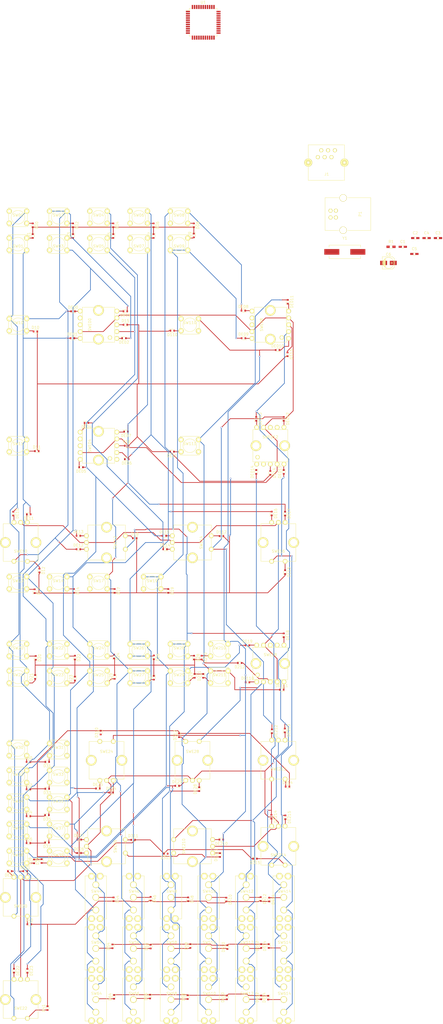
<source format=kicad_pcb>
(kicad_pcb (version 4) (host pcbnew 4.0.2-stable)
  (title_block (title "Main Board"))
  (layers (0 F.Cu signal) (31 B.Cu signal) (34 B.Paste user) (35 F.Paste user) (36 B.SilkS user) (37 F.SilkS user) (38 B.Mask user) (39 F.Mask user) (44 Edge.Cuts user))
  (net 0 "")
  (net 1 "Net-(C1-Pad1)")
  (net 2 GND)
  (net 3 "Net-(C2-Pad1)")
  (net 4 "Net-(C3-Pad2)")
  (net 5 VCC)
  (net 6 ROW0)
  (net 7 "Net-(D10-Pad2)")
  (net 8 "Net-(D11-Pad2)")
  (net 9 ROW1)
  (net 10 "Net-(D12-Pad2)")
  (net 11 "Net-(D13-Pad2)")
  (net 12 "Net-(D14-Pad2)")
  (net 13 "Net-(D15-Pad2)")
  (net 14 "Net-(D16-Pad2)")
  (net 15 "Net-(D17-Pad2)")
  (net 16 "Net-(D18-Pad2)")
  (net 17 "Net-(D19-Pad2)")
  (net 18 "Net-(D20-Pad2)")
  (net 19 "Net-(D21-Pad2)")
  (net 20 "Net-(D22-Pad2)")
  (net 21 "Net-(D23-Pad2)")
  (net 22 "Net-(D24-Pad2)")
  (net 23 "Net-(D25-Pad2)")
  (net 24 "Net-(D26-Pad2)")
  (net 25 "Net-(D27-Pad2)")
  (net 26 ROW2)
  (net 27 "Net-(D28-Pad2)")
  (net 28 "Net-(D29-Pad2)")
  (net 29 "Net-(D30-Pad2)")
  (net 30 "Net-(D31-Pad2)")
  (net 31 "Net-(D32-Pad2)")
  (net 32 "Net-(D33-Pad2)")
  (net 33 "Net-(D34-Pad2)")
  (net 34 "Net-(D35-Pad2)")
  (net 35 "Net-(D36-Pad2)")
  (net 36 "Net-(D37-Pad2)")
  (net 37 "Net-(D38-Pad2)")
  (net 38 "Net-(D39-Pad2)")
  (net 39 "Net-(D40-Pad2)")
  (net 40 ROW3)
  (net 41 "Net-(D41-Pad2)")
  (net 42 "Net-(D44-Pad2)")
  (net 43 "Net-(D46-Pad2)")
  (net 44 "Net-(D48-Pad2)")
  (net 45 "Net-(D54-Pad2)")
  (net 46 "Net-(D56-Pad2)")
  (net 47 ROW4)
  (net 48 "Net-(D58-Pad2)")
  (net 49 "Net-(D64-Pad2)")
  (net 50 ROW5)
  (net 51 "Net-(D66-Pad2)")
  (net 52 "Net-(D68-Pad2)")
  (net 53 ROW6)
  (net 54 COL0)
  (net 55 COL1)
  (net 56 COL2)
  (net 57 COL3)
  (net 58 COL4)
  (net 59 COL5)
  (net 60 COL6)
  (net 61 COL7)
  (net 62 COL8)
  (net 63 COL9)
  (net 64 COL10)
  (net 65 COL11)
  (net 66 COL12)
  (net 67 COL13)
  (net 68 COL14)
  (net 69 COL15)
  (net 70 "Net-(J1-Pad6)")
  (net 71 "Net-(J1-Pad1)")
  (net 72 "Net-(P1-Pad2)")
  (net 73 "Net-(P1-Pad3)")
  (net 74 ENC1)
  (net 75 ENC0)
  (net 76 ENC2)
  (net 77 "Net-(U1-Pad1)")
  (net 78 "Net-(U1-Pad12)")
  (net 79 "Net-(U1-Pad13)")
  (net 80 "Net-(U1-Pad32)")
  (net 81 "Net-(U1-Pad33)")
  (net 82 "Net-(U1-Pad34)")
  (net 83 "Net-(U1-Pad36)")
  (net 84 "Net-(U1-Pad44)")
  (net 85 "Net-(D00-Pad2)")
  (net 86 "Net-(D01-Pad2)")
  (net 87 "Net-(D02-Pad2)")
  (net 88 "Net-(D03-Pad2)")
  (net 89 "Net-(D04-Pad2)")
  (net 90 "Net-(D05-Pad2)")
  (net 91 "Net-(D06-Pad2)")
  (net 92 "Net-(D07-Pad2)")
  (net 93 "Net-(D08-Pad2)")
  (net 94 "Net-(D09-Pad2)")
  (net 95 "Net-(D110-Pad2)")
  (net 96 "Net-(D111-Pad2)")
  (net 97 "Net-(D112-Pad2)")
  (net 98 "Net-(D113-Pad2)")
  (net 99 "Net-(D114-Pad2)")
  (net 100 "Net-(D115-Pad2)")
  (net 101 "Net-(D210-Pad2)")
  (net 102 "Net-(D211-Pad2)")
  (net 103 "Net-(D212-Pad2)")
  (net 104 "Net-(D310-Pad2)")
  (net 105 "Net-(D311-Pad2)")
  (net 106 "Net-(D312-Pad2)")
  (net 107 "Net-(D313-Pad2)")
  (net 108 "Net-(D314-Pad2)")
  (net 109 "Net-(D315-Pad2)")
  (net 110 "Net-(D410-Pad2)")
  (net 111 "Net-(D412-Pad2)")
  (net 112 "Net-(D414-Pad2)")
  (net 113 "Net-(D510-Pad2)")
  (net 114 "Net-(D512-Pad2)")
  (net 115 "Net-(D514-Pad2)")
  (net 116 "Net-(D610-Pad2)")
  (net 117 "Net-(D612-Pad2)")
  (net 118 "Net-(D614-Pad2)")
  (net 119 "Net-(DE00-Pad1)")
  (net 120 "Net-(DE01-Pad1)")
  (net 121 "Net-(DE02-Pad1)")
  (net 122 "Net-(DE03-Pad1)")
  (net 123 "Net-(DE04-Pad1)")
  (net 124 "Net-(DE05-Pad1)")
  (net 125 "Net-(DE06-Pad1)")
  (net 126 "Net-(DE07-Pad1)")
  (net 127 "Net-(DE08-Pad1)")
  (net 128 "Net-(DE09-Pad1)")
  (net 129 "Net-(DE010-Pad1)")
  (net 130 "Net-(DE10-Pad1)")
  (net 131 "Net-(DE011-Pad1)")
  (net 132 "Net-(DE11-Pad1)")
  (net 133 "Net-(DE012-Pad1)")
  (net 134 "Net-(DE12-Pad1)")
  (net 135 "Net-(DE013-Pad1)")
  (net 136 "Net-(DE13-Pad1)")
  (net 137 "Net-(DE014-Pad1)")
  (net 138 "Net-(DE14-Pad1)")
  (net 139 "Net-(DE15-Pad1)")
  (net 140 "Net-(DE015-Pad1)")
  (net 141 "Net-(DE16-Pad1)")
  (net 142 "Net-(DE17-Pad1)")
  (net 143 "Net-(DE18-Pad1)")
  (net 144 "Net-(DE19-Pad1)")
  (net 145 "Net-(DE20-Pad1)")
  (net 146 "Net-(DE21-Pad1)")
  (net 147 "Net-(DE22-Pad1)")
  (net 148 "Net-(DE23-Pad1)")
  (net 149 "Net-(DE24-Pad1)")
  (net 150 "Net-(DE25-Pad1)")
  (net 151 "Net-(DE26-Pad1)")
  (net 152 "Net-(DE27-Pad1)")
  (net 153 "Net-(DE28-Pad1)")
  (net 154 "Net-(DE29-Pad1)")
  (net 155 "Net-(DE110-Pad1)")
  (net 156 "Net-(DE111-Pad1)")
  (net 157 "Net-(DE210-Pad1)")
  (net 158 "Net-(DE211-Pad1)")
  (net 159 "Net-(DE212-Pad1)")
  (net 160 "Net-(DE213-Pad1)")
  (net 161 "Net-(DE214-Pad1)")
  (net 162 "Net-(DE215-Pad1)")
  (module Diodes_SMD:SOD-523 (layer F.Cu) (at 151 90)
    (fp_text reference D15 (at 0 -1.5) (layer F.SilkS))
    (fp_text value D_Small)
    (pad 2 smd rect (at -0.7 0) (size 0.6 0.7) (layers F.Cu F.Paste F.Mask) (net 13 "Net-(D15-Pad2)"))
    (pad 1 smd rect (at 0.7 0) (size 0.6 0.7) (layers F.Cu F.Paste F.Mask) (net 9 ROW1))
  )
  (module Capacitors_SMD:C_0603_HandSoldering (layer F.Cu) (at 254.345952 61.005)
    (fp_text reference C1 (at 0 -1.9) (layer F.SilkS))
    (fp_text value 470n)
    (pad 1 smd rect (at -0.95 0) (size 1.2 0.75) (layers F.Cu F.Paste F.Mask) (net 1 "Net-(C1-Pad1)"))
    (pad 2 smd rect (at 0.95 0) (size 1.2 0.75) (layers F.Cu F.Paste F.Mask) (net 2 GND))
  )
  (module Capacitors_SMD:C_0603_HandSoldering (layer F.Cu) (at 258.995001 57.755)
    (fp_text reference C2 (at 0 -1.9) (layer F.SilkS))
    (fp_text value 15p)
    (pad 1 smd rect (at -0.95 0) (size 1.2 0.75) (layers F.Cu F.Paste F.Mask) (net 3 "Net-(C2-Pad1)"))
    (pad 2 smd rect (at 0.95 0) (size 1.2 0.75) (layers F.Cu F.Paste F.Mask) (net 2 GND))
  )
  (module Capacitors_SMD:C_0603_HandSoldering (layer F.Cu) (at 267.455001 57.755)
    (fp_text reference C3 (at 0 -1.9) (layer F.SilkS))
    (fp_text value 15p)
    (pad 1 smd rect (at -0.95 0) (size 1.2 0.75) (layers F.Cu F.Paste F.Mask) (net 2 GND))
    (pad 2 smd rect (at 0.95 0) (size 1.2 0.75) (layers F.Cu F.Paste F.Mask) (net 4 "Net-(C3-Pad2)"))
  )
  (module Capacitors_SMD:C_0603_HandSoldering (layer F.Cu) (at 263.225952 57.755)
    (fp_text reference C4 (at 0 -1.9) (layer F.SilkS))
    (fp_text value 100n)
    (pad 1 smd rect (at -0.95 0) (size 1.2 0.75) (layers F.Cu F.Paste F.Mask) (net 5 VCC))
    (pad 2 smd rect (at 0.95 0) (size 1.2 0.75) (layers F.Cu F.Paste F.Mask) (net 2 GND))
  )
  (module Capacitors_SMD:C_0603_HandSoldering (layer F.Cu) (at 258.655952 63.655)
    (fp_text reference C5 (at 0 -1.9) (layer F.SilkS))
    (fp_text value 100n)
    (pad 1 smd rect (at -0.95 0) (size 1.2 0.75) (layers F.Cu F.Paste F.Mask) (net 5 VCC))
    (pad 2 smd rect (at 0.95 0) (size 1.2 0.75) (layers F.Cu F.Paste F.Mask) (net 2 GND))
  )
  (module Capacitors_SMD:c_elec_4x4.5 (layer F.Cu) (at 249 67)
    (fp_text reference C6 (at 0 -3.175) (layer F.SilkS))
    (fp_text value 10u)
    (pad 1 smd rect (at 1.80086 0) (size 2.60096 1.6002) (layers F.Cu F.Paste F.Mask) (net 5 VCC))
    (pad 2 smd rect (at -1.80086 0) (size 2.60096 1.6002) (layers F.Cu F.Paste F.Mask) (net 2 GND))
  )
  (module Diodes_SMD:SOD-523 (layer F.Cu) (at 116.5 53 270)
    (fp_text reference D00 (at 0 -1.5 270) (layer F.SilkS))
    (fp_text value D_Small)
    (pad 2 smd rect (at -0.7 0 270) (size 0.6 0.7) (layers F.Cu F.Paste F.Mask) (net 85 "Net-(D00-Pad2)"))
    (pad 1 smd rect (at 0.7 0 270) (size 0.6 0.7) (layers F.Cu F.Paste F.Mask) (net 6 ROW0))
  )
  (module Diodes_SMD:SOD-523 (layer F.Cu) (at 116.5 57 90)
    (fp_text reference D01 (at 0 -1.5 90) (layer F.SilkS))
    (fp_text value D_Small)
    (pad 2 smd rect (at -0.7 0 90) (size 0.6 0.7) (layers F.Cu F.Paste F.Mask) (net 86 "Net-(D01-Pad2)"))
    (pad 1 smd rect (at 0.7 0 90) (size 0.6 0.7) (layers F.Cu F.Paste F.Mask) (net 6 ROW0))
  )
  (module Diodes_SMD:SOD-523 (layer F.Cu) (at 131.5 53 270)
    (fp_text reference D02 (at 0 -1.5 270) (layer F.SilkS))
    (fp_text value D_Small)
    (pad 2 smd rect (at -0.7 0 270) (size 0.6 0.7) (layers F.Cu F.Paste F.Mask) (net 87 "Net-(D02-Pad2)"))
    (pad 1 smd rect (at 0.7 0 270) (size 0.6 0.7) (layers F.Cu F.Paste F.Mask) (net 6 ROW0))
  )
  (module Diodes_SMD:SOD-523 (layer F.Cu) (at 131.5 57 90)
    (fp_text reference D03 (at 0 -1.5 90) (layer F.SilkS))
    (fp_text value D_Small)
    (pad 2 smd rect (at -0.7 0 90) (size 0.6 0.7) (layers F.Cu F.Paste F.Mask) (net 88 "Net-(D03-Pad2)"))
    (pad 1 smd rect (at 0.7 0 90) (size 0.6 0.7) (layers F.Cu F.Paste F.Mask) (net 6 ROW0))
  )
  (module Diodes_SMD:SOD-523 (layer F.Cu) (at 146.5 53 270)
    (fp_text reference D04 (at 0 -1.5 270) (layer F.SilkS))
    (fp_text value D_Small)
    (pad 2 smd rect (at -0.7 0 270) (size 0.6 0.7) (layers F.Cu F.Paste F.Mask) (net 89 "Net-(D04-Pad2)"))
    (pad 1 smd rect (at 0.7 0 270) (size 0.6 0.7) (layers F.Cu F.Paste F.Mask) (net 6 ROW0))
  )
  (module Diodes_SMD:SOD-523 (layer F.Cu) (at 146.5 57 90)
    (fp_text reference D05 (at 0 -1.5 90) (layer F.SilkS))
    (fp_text value D_Small)
    (pad 2 smd rect (at -0.7 0 90) (size 0.6 0.7) (layers F.Cu F.Paste F.Mask) (net 90 "Net-(D05-Pad2)"))
    (pad 1 smd rect (at 0.7 0 90) (size 0.6 0.7) (layers F.Cu F.Paste F.Mask) (net 6 ROW0))
  )
  (module Diodes_SMD:SOD-523 (layer F.Cu) (at 161.5 53 270)
    (fp_text reference D06 (at 0 -1.5 270) (layer F.SilkS))
    (fp_text value D_Small)
    (pad 2 smd rect (at -0.7 0 270) (size 0.6 0.7) (layers F.Cu F.Paste F.Mask) (net 91 "Net-(D06-Pad2)"))
    (pad 1 smd rect (at 0.7 0 270) (size 0.6 0.7) (layers F.Cu F.Paste F.Mask) (net 6 ROW0))
  )
  (module Diodes_SMD:SOD-523 (layer F.Cu) (at 161.5 57 90)
    (fp_text reference D07 (at 0 -1.5 90) (layer F.SilkS))
    (fp_text value D_Small)
    (pad 2 smd rect (at -0.7 0 90) (size 0.6 0.7) (layers F.Cu F.Paste F.Mask) (net 92 "Net-(D07-Pad2)"))
    (pad 1 smd rect (at 0.7 0 90) (size 0.6 0.7) (layers F.Cu F.Paste F.Mask) (net 6 ROW0))
  )
  (module Diodes_SMD:SOD-523 (layer F.Cu) (at 176.5 53 270)
    (fp_text reference D08 (at 0 -1.5 270) (layer F.SilkS))
    (fp_text value D_Small)
    (pad 2 smd rect (at -0.7 0 270) (size 0.6 0.7) (layers F.Cu F.Paste F.Mask) (net 93 "Net-(D08-Pad2)"))
    (pad 1 smd rect (at 0.7 0 270) (size 0.6 0.7) (layers F.Cu F.Paste F.Mask) (net 6 ROW0))
  )
  (module Diodes_SMD:SOD-523 (layer F.Cu) (at 176.5 56.8 90)
    (fp_text reference D09 (at 0 -1.5 90) (layer F.SilkS))
    (fp_text value D_Small)
    (pad 2 smd rect (at -0.7 0 90) (size 0.6 0.7) (layers F.Cu F.Paste F.Mask) (net 94 "Net-(D09-Pad2)"))
    (pad 1 smd rect (at 0.7 0 90) (size 0.6 0.7) (layers F.Cu F.Paste F.Mask) (net 6 ROW0))
  )
  (module Diodes_SMD:SOD-523 (layer F.Cu) (at 117.5 92.5)
    (fp_text reference D10 (at 0 -1.5) (layer F.SilkS))
    (fp_text value D_Small)
    (pad 2 smd rect (at -0.7 0) (size 0.6 0.7) (layers F.Cu F.Paste F.Mask) (net 7 "Net-(D10-Pad2)"))
    (pad 1 smd rect (at 0.7 0) (size 0.6 0.7) (layers F.Cu F.Paste F.Mask) (net 9 ROW1))
  )
  (module Diodes_SMD:SOD-523 (layer F.Cu) (at 118 137)
    (fp_text reference D11 (at 0 -1.5) (layer F.SilkS))
    (fp_text value D_Small)
    (pad 2 smd rect (at -0.7 0) (size 0.6 0.7) (layers F.Cu F.Paste F.Mask) (net 8 "Net-(D11-Pad2)"))
    (pad 1 smd rect (at 0.7 0) (size 0.6 0.7) (layers F.Cu F.Paste F.Mask) (net 9 ROW1))
  )
  (module Diodes_SMD:SOD-523 (layer F.Cu) (at 119 181.4 270)
    (fp_text reference D12 (at 0 -1.5 270) (layer F.SilkS))
    (fp_text value D_Small)
    (pad 2 smd rect (at -0.7 0 270) (size 0.6 0.7) (layers F.Cu F.Paste F.Mask) (net 10 "Net-(D12-Pad2)"))
    (pad 1 smd rect (at 0.7 0 270) (size 0.6 0.7) (layers F.Cu F.Paste F.Mask) (net 9 ROW1))
  )
  (module Diodes_SMD:SOD-523 (layer F.Cu) (at 117.2 189.1 270)
    (fp_text reference D13 (at 0 -1.5 270) (layer F.SilkS))
    (fp_text value D_Small)
    (pad 2 smd rect (at -0.7 0 270) (size 0.6 0.7) (layers F.Cu F.Paste F.Mask) (net 11 "Net-(D13-Pad2)"))
    (pad 1 smd rect (at 0.7 0 270) (size 0.6 0.7) (layers F.Cu F.Paste F.Mask) (net 9 ROW1))
  )
  (module Diodes_SMD:SOD-523 (layer F.Cu) (at 131.8 189 270)
    (fp_text reference D14 (at 0 -1.5 270) (layer F.SilkS))
    (fp_text value D_Small)
    (pad 2 smd rect (at -0.7 0 270) (size 0.6 0.7) (layers F.Cu F.Paste F.Mask) (net 12 "Net-(D14-Pad2)"))
    (pad 1 smd rect (at 0.7 0 270) (size 0.6 0.7) (layers F.Cu F.Paste F.Mask) (net 9 ROW1))
  )
  (module Diodes_SMD:SOD-523 (layer F.Cu) (at 151.5 135)
    (fp_text reference D16 (at 0 -1.5) (layer F.SilkS))
    (fp_text value D_Small)
    (pad 2 smd rect (at -0.7 0) (size 0.6 0.7) (layers F.Cu F.Paste F.Mask) (net 14 "Net-(D16-Pad2)"))
    (pad 1 smd rect (at 0.7 0) (size 0.6 0.7) (layers F.Cu F.Paste F.Mask) (net 9 ROW1))
  )
  (module Diodes_SMD:SOD-523 (layer F.Cu) (at 147 189 270)
    (fp_text reference D17 (at 0 -1.5 270) (layer F.SilkS))
    (fp_text value D_Small)
    (pad 2 smd rect (at -0.7 0 270) (size 0.6 0.7) (layers F.Cu F.Paste F.Mask) (net 15 "Net-(D17-Pad2)"))
    (pad 1 smd rect (at 0.7 0 270) (size 0.6 0.7) (layers F.Cu F.Paste F.Mask) (net 9 ROW1))
  )
  (module Diodes_SMD:SOD-523 (layer F.Cu) (at 154.5 169.4)
    (fp_text reference D18 (at 0 -1.5) (layer F.SilkS))
    (fp_text value D_Small)
    (pad 2 smd rect (at -0.7 0) (size 0.6 0.7) (layers F.Cu F.Paste F.Mask) (net 16 "Net-(D18-Pad2)"))
    (pad 1 smd rect (at 0.7 0) (size 0.6 0.7) (layers F.Cu F.Paste F.Mask) (net 9 ROW1))
  )
  (module Diodes_SMD:SOD-523 (layer F.Cu) (at 167 189 270)
    (fp_text reference D19 (at 0 -1.5 270) (layer F.SilkS))
    (fp_text value D_Small)
    (pad 2 smd rect (at -0.7 0 270) (size 0.6 0.7) (layers F.Cu F.Paste F.Mask) (net 17 "Net-(D19-Pad2)"))
    (pad 1 smd rect (at 0.7 0 270) (size 0.6 0.7) (layers F.Cu F.Paste F.Mask) (net 9 ROW1))
  )
  (module Diodes_SMD:SOD-523 (layer F.Cu) (at 168.5 92.2 180)
    (fp_text reference D110 (at 0 -1.5 180) (layer F.SilkS))
    (fp_text value D_Small)
    (pad 2 smd rect (at -0.7 0 180) (size 0.6 0.7) (layers F.Cu F.Paste F.Mask) (net 95 "Net-(D110-Pad2)"))
    (pad 1 smd rect (at 0.7 0 180) (size 0.6 0.7) (layers F.Cu F.Paste F.Mask) (net 9 ROW1))
  )
  (module Diodes_SMD:SOD-523 (layer F.Cu) (at 168.4 137.2 180)
    (fp_text reference D111 (at 0 -1.5 180) (layer F.SilkS))
    (fp_text value D_Small)
    (pad 2 smd rect (at -0.7 0 180) (size 0.6 0.7) (layers F.Cu F.Paste F.Mask) (net 96 "Net-(D111-Pad2)"))
    (pad 1 smd rect (at 0.7 0 180) (size 0.6 0.7) (layers F.Cu F.Paste F.Mask) (net 9 ROW1))
  )
  (module Diodes_SMD:SOD-523 (layer F.Cu) (at 186.8 168.6)
    (fp_text reference D112 (at 0 -1.5) (layer F.SilkS))
    (fp_text value D_Small)
    (pad 2 smd rect (at -0.7 0) (size 0.6 0.7) (layers F.Cu F.Paste F.Mask) (net 97 "Net-(D112-Pad2)"))
    (pad 1 smd rect (at 0.7 0) (size 0.6 0.7) (layers F.Cu F.Paste F.Mask) (net 9 ROW1))
  )
  (module Diodes_SMD:SOD-523 (layer F.Cu) (at 211.4 101 270)
    (fp_text reference D113 (at 0 -1.5 270) (layer F.SilkS))
    (fp_text value D_Small)
    (pad 2 smd rect (at -0.7 0 270) (size 0.6 0.7) (layers F.Cu F.Paste F.Mask) (net 98 "Net-(D113-Pad2)"))
    (pad 1 smd rect (at 0.7 0 270) (size 0.6 0.7) (layers F.Cu F.Paste F.Mask) (net 9 ROW1))
  )
  (module Diodes_SMD:SOD-523 (layer F.Cu) (at 205 145.1 270)
    (fp_text reference D114 (at 0 -1.5 270) (layer F.SilkS))
    (fp_text value D_Small)
    (pad 2 smd rect (at -0.7 0 270) (size 0.6 0.7) (layers F.Cu F.Paste F.Mask) (net 99 "Net-(D114-Pad2)"))
    (pad 1 smd rect (at 0.7 0 270) (size 0.6 0.7) (layers F.Cu F.Paste F.Mask) (net 9 ROW1))
  )
  (module Diodes_SMD:SOD-523 (layer F.Cu) (at 210.5 182 270)
    (fp_text reference D115 (at 0 -1.5 270) (layer F.SilkS))
    (fp_text value D_Small)
    (pad 2 smd rect (at -0.7 0 270) (size 0.6 0.7) (layers F.Cu F.Paste F.Mask) (net 100 "Net-(D115-Pad2)"))
    (pad 1 smd rect (at 0.7 0 270) (size 0.6 0.7) (layers F.Cu F.Paste F.Mask) (net 9 ROW1))
  )
  (module Diodes_SMD:SOD-523 (layer F.Cu) (at 117.6 213.9 270)
    (fp_text reference D20 (at 0 -1.5 270) (layer F.SilkS))
    (fp_text value D_Small)
    (pad 2 smd rect (at -0.7 0 270) (size 0.6 0.7) (layers F.Cu F.Paste F.Mask) (net 18 "Net-(D20-Pad2)"))
    (pad 1 smd rect (at 0.7 0 270) (size 0.6 0.7) (layers F.Cu F.Paste F.Mask) (net 26 ROW2))
  )
  (module Diodes_SMD:SOD-523 (layer F.Cu) (at 117.4 221 90)
    (fp_text reference D21 (at 0 -1.5 90) (layer F.SilkS))
    (fp_text value D_Small)
    (pad 2 smd rect (at -0.7 0 90) (size 0.6 0.7) (layers F.Cu F.Paste F.Mask) (net 19 "Net-(D21-Pad2)"))
    (pad 1 smd rect (at 0.7 0 90) (size 0.6 0.7) (layers F.Cu F.Paste F.Mask) (net 26 ROW2))
  )
  (module Diodes_SMD:SOD-523 (layer F.Cu) (at 132.2 213.8 270)
    (fp_text reference D22 (at 0 -1.5 270) (layer F.SilkS))
    (fp_text value D_Small)
    (pad 2 smd rect (at -0.7 0 270) (size 0.6 0.7) (layers F.Cu F.Paste F.Mask) (net 20 "Net-(D22-Pad2)"))
    (pad 1 smd rect (at 0.7 0 270) (size 0.6 0.7) (layers F.Cu F.Paste F.Mask) (net 26 ROW2))
  )
  (module Diodes_SMD:SOD-523 (layer F.Cu) (at 132.2 221.6 90)
    (fp_text reference D23 (at 0 -1.5 90) (layer F.SilkS))
    (fp_text value D_Small)
    (pad 2 smd rect (at -0.7 0 90) (size 0.6 0.7) (layers F.Cu F.Paste F.Mask) (net 21 "Net-(D23-Pad2)"))
    (pad 1 smd rect (at 0.7 0 90) (size 0.6 0.7) (layers F.Cu F.Paste F.Mask) (net 26 ROW2))
  )
  (module Diodes_SMD:SOD-523 (layer F.Cu) (at 146.8 213.4 270)
    (fp_text reference D24 (at 0 -1.5 270) (layer F.SilkS))
    (fp_text value D_Small)
    (pad 2 smd rect (at -0.7 0 270) (size 0.6 0.7) (layers F.Cu F.Paste F.Mask) (net 22 "Net-(D24-Pad2)"))
    (pad 1 smd rect (at 0.7 0 270) (size 0.6 0.7) (layers F.Cu F.Paste F.Mask) (net 26 ROW2))
  )
  (module Diodes_SMD:SOD-523 (layer F.Cu) (at 147 221 90)
    (fp_text reference D25 (at 0 -1.5 90) (layer F.SilkS))
    (fp_text value D_Small)
    (pad 2 smd rect (at -0.7 0 90) (size 0.6 0.7) (layers F.Cu F.Paste F.Mask) (net 23 "Net-(D25-Pad2)"))
    (pad 1 smd rect (at 0.7 0 90) (size 0.6 0.7) (layers F.Cu F.Paste F.Mask) (net 26 ROW2))
  )
  (module Diodes_SMD:SOD-523 (layer F.Cu) (at 161.6 213.7 270)
    (fp_text reference D26 (at 0 -1.5 270) (layer F.SilkS))
    (fp_text value D_Small)
    (pad 2 smd rect (at -0.7 0 270) (size 0.6 0.7) (layers F.Cu F.Paste F.Mask) (net 24 "Net-(D26-Pad2)"))
    (pad 1 smd rect (at 0.7 0 270) (size 0.6 0.7) (layers F.Cu F.Paste F.Mask) (net 26 ROW2))
  )
  (module Diodes_SMD:SOD-523 (layer F.Cu) (at 161.6 221.3 90)
    (fp_text reference D27 (at 0 -1.5 90) (layer F.SilkS))
    (fp_text value D_Small)
    (pad 2 smd rect (at -0.7 0 90) (size 0.6 0.7) (layers F.Cu F.Paste F.Mask) (net 25 "Net-(D27-Pad2)"))
    (pad 1 smd rect (at 0.7 0 90) (size 0.6 0.7) (layers F.Cu F.Paste F.Mask) (net 26 ROW2))
  )
  (module Diodes_SMD:SOD-523 (layer F.Cu) (at 176.6 213.8 270)
    (fp_text reference D28 (at 0 -1.5 270) (layer F.SilkS))
    (fp_text value D_Small)
    (pad 2 smd rect (at -0.7 0 270) (size 0.6 0.7) (layers F.Cu F.Paste F.Mask) (net 27 "Net-(D28-Pad2)"))
    (pad 1 smd rect (at 0.7 0 270) (size 0.6 0.7) (layers F.Cu F.Paste F.Mask) (net 26 ROW2))
  )
  (module Diodes_SMD:SOD-523 (layer F.Cu) (at 176.8 220.6 90)
    (fp_text reference D29 (at 0 -1.5 90) (layer F.SilkS))
    (fp_text value D_Small)
    (pad 2 smd rect (at -0.7 0 90) (size 0.6 0.7) (layers F.Cu F.Paste F.Mask) (net 28 "Net-(D29-Pad2)"))
    (pad 1 smd rect (at 0.7 0 90) (size 0.6 0.7) (layers F.Cu F.Paste F.Mask) (net 26 ROW2))
  )
  (module Diodes_SMD:SOD-523 (layer F.Cu) (at 179.4 213.8 270)
    (fp_text reference D210 (at 0 -1.5 270) (layer F.SilkS))
    (fp_text value D_Small)
    (pad 2 smd rect (at -0.7 0 270) (size 0.6 0.7) (layers F.Cu F.Paste F.Mask) (net 101 "Net-(D210-Pad2)"))
    (pad 1 smd rect (at 0.7 0 270) (size 0.6 0.7) (layers F.Cu F.Paste F.Mask) (net 26 ROW2))
  )
  (module Diodes_SMD:SOD-523 (layer F.Cu) (at 180 220.6 90)
    (fp_text reference D211 (at 0 -1.5 90) (layer F.SilkS))
    (fp_text value D_Small)
    (pad 2 smd rect (at -0.7 0 90) (size 0.6 0.7) (layers F.Cu F.Paste F.Mask) (net 102 "Net-(D211-Pad2)"))
    (pad 1 smd rect (at 0.7 0 90) (size 0.6 0.7) (layers F.Cu F.Paste F.Mask) (net 26 ROW2))
  )
  (module Diodes_SMD:SOD-523 (layer F.Cu) (at 193.6 215.8 180)
    (fp_text reference D212 (at 0 -1.5 180) (layer F.SilkS))
    (fp_text value D_Small)
    (pad 2 smd rect (at -0.7 0 180) (size 0.6 0.7) (layers F.Cu F.Paste F.Mask) (net 103 "Net-(D212-Pad2)"))
    (pad 1 smd rect (at 0.7 0 180) (size 0.6 0.7) (layers F.Cu F.Paste F.Mask) (net 26 ROW2))
  )
  (module Diodes_SMD:SOD-523 (layer F.Cu) (at 114.9 252.6)
    (fp_text reference D30 (at 0 -1.5) (layer F.SilkS))
    (fp_text value D_Small)
    (pad 2 smd rect (at -0.7 0) (size 0.6 0.7) (layers F.Cu F.Paste F.Mask) (net 29 "Net-(D30-Pad2)"))
    (pad 1 smd rect (at 0.7 0) (size 0.6 0.7) (layers F.Cu F.Paste F.Mask) (net 40 ROW3))
  )
  (module Diodes_SMD:SOD-523 (layer F.Cu) (at 121.9 252.6 180)
    (fp_text reference D31 (at 0 -1.5 180) (layer F.SilkS))
    (fp_text value D_Small)
    (pad 2 smd rect (at -0.7 0 180) (size 0.6 0.7) (layers F.Cu F.Paste F.Mask) (net 30 "Net-(D31-Pad2)"))
    (pad 1 smd rect (at 0.7 0 180) (size 0.6 0.7) (layers F.Cu F.Paste F.Mask) (net 40 ROW3))
  )
  (module Diodes_SMD:SOD-523 (layer F.Cu) (at 114.9 262.8)
    (fp_text reference D32 (at 0 -1.5) (layer F.SilkS))
    (fp_text value D_Small)
    (pad 2 smd rect (at -0.7 0) (size 0.6 0.7) (layers F.Cu F.Paste F.Mask) (net 31 "Net-(D32-Pad2)"))
    (pad 1 smd rect (at 0.7 0) (size 0.6 0.7) (layers F.Cu F.Paste F.Mask) (net 40 ROW3))
  )
  (module Diodes_SMD:SOD-523 (layer F.Cu) (at 121.9 262.6 180)
    (fp_text reference D33 (at 0 -1.5 180) (layer F.SilkS))
    (fp_text value D_Small)
    (pad 2 smd rect (at -0.7 0 180) (size 0.6 0.7) (layers F.Cu F.Paste F.Mask) (net 32 "Net-(D33-Pad2)"))
    (pad 1 smd rect (at 0.7 0 180) (size 0.6 0.7) (layers F.Cu F.Paste F.Mask) (net 40 ROW3))
  )
  (module Diodes_SMD:SOD-523 (layer F.Cu) (at 114.9 272.8)
    (fp_text reference D34 (at 0 -1.5) (layer F.SilkS))
    (fp_text value D_Small)
    (pad 2 smd rect (at -0.7 0) (size 0.6 0.7) (layers F.Cu F.Paste F.Mask) (net 33 "Net-(D34-Pad2)"))
    (pad 1 smd rect (at 0.7 0) (size 0.6 0.7) (layers F.Cu F.Paste F.Mask) (net 40 ROW3))
  )
  (module Diodes_SMD:SOD-523 (layer F.Cu) (at 121.8 272.4 180)
    (fp_text reference D35 (at 0 -1.5 180) (layer F.SilkS))
    (fp_text value D_Small)
    (pad 2 smd rect (at -0.7 0 180) (size 0.6 0.7) (layers F.Cu F.Paste F.Mask) (net 34 "Net-(D35-Pad2)"))
    (pad 1 smd rect (at 0.7 0 180) (size 0.6 0.7) (layers F.Cu F.Paste F.Mask) (net 40 ROW3))
  )
  (module Diodes_SMD:SOD-523 (layer F.Cu) (at 114.9 282.8)
    (fp_text reference D36 (at 0 -1.5) (layer F.SilkS))
    (fp_text value D_Small)
    (pad 2 smd rect (at -0.7 0) (size 0.6 0.7) (layers F.Cu F.Paste F.Mask) (net 35 "Net-(D36-Pad2)"))
    (pad 1 smd rect (at 0.7 0) (size 0.6 0.7) (layers F.Cu F.Paste F.Mask) (net 40 ROW3))
  )
  (module Diodes_SMD:SOD-523 (layer F.Cu) (at 121.8 282.6 180)
    (fp_text reference D37 (at 0 -1.5 180) (layer F.SilkS))
    (fp_text value D_Small)
    (pad 2 smd rect (at -0.7 0 180) (size 0.6 0.7) (layers F.Cu F.Paste F.Mask) (net 36 "Net-(D37-Pad2)"))
    (pad 1 smd rect (at 0.7 0 180) (size 0.6 0.7) (layers F.Cu F.Paste F.Mask) (net 40 ROW3))
  )
  (module Diodes_SMD:SOD-523 (layer F.Cu) (at 117 289.6 90)
    (fp_text reference D38 (at 0 -1.5 90) (layer F.SilkS))
    (fp_text value D_Small)
    (pad 2 smd rect (at -0.7 0 90) (size 0.6 0.7) (layers F.Cu F.Paste F.Mask) (net 37 "Net-(D38-Pad2)"))
    (pad 1 smd rect (at 0.7 0 90) (size 0.6 0.7) (layers F.Cu F.Paste F.Mask) (net 40 ROW3))
  )
  (module Diodes_SMD:SOD-523 (layer F.Cu) (at 119.8 289.5 90)
    (fp_text reference D39 (at 0 -1.5 90) (layer F.SilkS))
    (fp_text value D_Small)
    (pad 2 smd rect (at -0.7 0 90) (size 0.6 0.7) (layers F.Cu F.Paste F.Mask) (net 38 "Net-(D39-Pad2)"))
    (pad 1 smd rect (at 0.7 0 90) (size 0.6 0.7) (layers F.Cu F.Paste F.Mask) (net 40 ROW3))
  )
  (module Diodes_SMD:SOD-523 (layer F.Cu) (at 141.8 241.7 90)
    (fp_text reference D310 (at 0 -1.5 90) (layer F.SilkS))
    (fp_text value D_Small)
    (pad 2 smd rect (at -0.7 0 90) (size 0.6 0.7) (layers F.Cu F.Paste F.Mask) (net 104 "Net-(D310-Pad2)"))
    (pad 1 smd rect (at 0.7 0 90) (size 0.6 0.7) (layers F.Cu F.Paste F.Mask) (net 40 ROW3))
  )
  (module Diodes_SMD:SOD-523 (layer F.Cu) (at 153.9 281.6)
    (fp_text reference D311 (at 0 -1.5) (layer F.SilkS))
    (fp_text value D_Small)
    (pad 2 smd rect (at -0.7 0) (size 0.6 0.7) (layers F.Cu F.Paste F.Mask) (net 105 "Net-(D311-Pad2)"))
    (pad 1 smd rect (at 0.7 0) (size 0.6 0.7) (layers F.Cu F.Paste F.Mask) (net 40 ROW3))
  )
  (module Diodes_SMD:SOD-523 (layer F.Cu) (at 171 242.7 90)
    (fp_text reference D312 (at 0 -1.5 90) (layer F.SilkS))
    (fp_text value D_Small)
    (pad 2 smd rect (at -0.7 0 90) (size 0.6 0.7) (layers F.Cu F.Paste F.Mask) (net 106 "Net-(D312-Pad2)"))
    (pad 1 smd rect (at 0.7 0 90) (size 0.6 0.7) (layers F.Cu F.Paste F.Mask) (net 40 ROW3))
  )
  (module Diodes_SMD:SOD-523 (layer F.Cu) (at 166.05 286.75 180)
    (fp_text reference D313 (at 0 -1.5 180) (layer F.SilkS))
    (fp_text value D_Small)
    (pad 2 smd rect (at -0.7 0 180) (size 0.6 0.7) (layers F.Cu F.Paste F.Mask) (net 107 "Net-(D313-Pad2)"))
    (pad 1 smd rect (at 0.7 0 180) (size 0.6 0.7) (layers F.Cu F.Paste F.Mask) (net 40 ROW3))
  )
  (module Diodes_SMD:SOD-523 (layer F.Cu) (at 211.4 261.8)
    (fp_text reference D314 (at 0 -1.5) (layer F.SilkS))
    (fp_text value D_Small)
    (pad 2 smd rect (at -0.7 0) (size 0.6 0.7) (layers F.Cu F.Paste F.Mask) (net 108 "Net-(D314-Pad2)"))
    (pad 1 smd rect (at 0.7 0) (size 0.6 0.7) (layers F.Cu F.Paste F.Mask) (net 40 ROW3))
  )
  (module Diodes_SMD:SOD-523 (layer F.Cu) (at 199.3 288.6 180)
    (fp_text reference D315 (at 0 -1.5 180) (layer F.SilkS))
    (fp_text value D_Small)
    (pad 2 smd rect (at -0.7 0 180) (size 0.6 0.7) (layers F.Cu F.Paste F.Mask) (net 109 "Net-(D315-Pad2)"))
    (pad 1 smd rect (at 0.7 0 180) (size 0.6 0.7) (layers F.Cu F.Paste F.Mask) (net 40 ROW3))
  )
  (module Diodes_SMD:SOD-523 (layer F.Cu) (at 115.2 313)
    (fp_text reference D40 (at 0 -1.5) (layer F.SilkS))
    (fp_text value D_Small)
    (pad 2 smd rect (at -0.7 0) (size 0.6 0.7) (layers F.Cu F.Paste F.Mask) (net 39 "Net-(D40-Pad2)"))
    (pad 1 smd rect (at 0.7 0) (size 0.6 0.7) (layers F.Cu F.Paste F.Mask) (net 47 ROW4))
  )
  (module Diodes_SMD:SOD-523 (layer F.Cu) (at 122 344.2 90)
    (fp_text reference D41 (at 0 -1.5 90) (layer F.SilkS))
    (fp_text value D_Small)
    (pad 2 smd rect (at -0.7 0 90) (size 0.6 0.7) (layers F.Cu F.Paste F.Mask) (net 41 "Net-(D41-Pad2)"))
    (pad 1 smd rect (at 0.7 0 90) (size 0.6 0.7) (layers F.Cu F.Paste F.Mask) (net 47 ROW4))
  )
  (module Diodes_SMD:SOD-523 (layer F.Cu) (at 146.6 303.7 270)
    (fp_text reference D44 (at 0 -1.5 270) (layer F.SilkS))
    (fp_text value D_Small)
    (pad 2 smd rect (at -0.7 0 270) (size 0.6 0.7) (layers F.Cu F.Paste F.Mask) (net 42 "Net-(D44-Pad2)"))
    (pad 1 smd rect (at 0.7 0 270) (size 0.6 0.7) (layers F.Cu F.Paste F.Mask) (net 47 ROW4))
  )
  (module Diodes_SMD:SOD-523 (layer F.Cu) (at 160.4 303.5 270)
    (fp_text reference D46 (at 0 -1.5 270) (layer F.SilkS))
    (fp_text value D_Small)
    (pad 2 smd rect (at -0.7 0 270) (size 0.6 0.7) (layers F.Cu F.Paste F.Mask) (net 43 "Net-(D46-Pad2)"))
    (pad 1 smd rect (at 0.7 0 270) (size 0.6 0.7) (layers F.Cu F.Paste F.Mask) (net 47 ROW4))
  )
  (module Diodes_SMD:SOD-523 (layer F.Cu) (at 174.4 303.7 270)
    (fp_text reference D48 (at 0 -1.5 270) (layer F.SilkS))
    (fp_text value D_Small)
    (pad 2 smd rect (at -0.7 0 270) (size 0.6 0.7) (layers F.Cu F.Paste F.Mask) (net 44 "Net-(D48-Pad2)"))
    (pad 1 smd rect (at 0.7 0 270) (size 0.6 0.7) (layers F.Cu F.Paste F.Mask) (net 47 ROW4))
  )
  (module Diodes_SMD:SOD-523 (layer F.Cu) (at 188.6 303.8 270)
    (fp_text reference D410 (at 0 -1.5 270) (layer F.SilkS))
    (fp_text value D_Small)
    (pad 2 smd rect (at -0.7 0 270) (size 0.6 0.7) (layers F.Cu F.Paste F.Mask) (net 110 "Net-(D410-Pad2)"))
    (pad 1 smd rect (at 0.7 0 270) (size 0.6 0.7) (layers F.Cu F.Paste F.Mask) (net 47 ROW4))
  )
  (module Diodes_SMD:SOD-523 (layer F.Cu) (at 201.4 303.6 270)
    (fp_text reference D412 (at 0 -1.5 270) (layer F.SilkS))
    (fp_text value D_Small)
    (pad 2 smd rect (at -0.7 0 270) (size 0.6 0.7) (layers F.Cu F.Paste F.Mask) (net 111 "Net-(D412-Pad2)"))
    (pad 1 smd rect (at 0.7 0 270) (size 0.6 0.7) (layers F.Cu F.Paste F.Mask) (net 47 ROW4))
  )
  (module Diodes_SMD:SOD-523 (layer F.Cu) (at 204.6 303.8 270)
    (fp_text reference D414 (at 0 -1.5 270) (layer F.SilkS))
    (fp_text value D_Small)
    (pad 2 smd rect (at -0.7 0 270) (size 0.6 0.7) (layers F.Cu F.Paste F.Mask) (net 112 "Net-(D414-Pad2)"))
    (pad 1 smd rect (at 0.7 0 270) (size 0.6 0.7) (layers F.Cu F.Paste F.Mask) (net 47 ROW4))
  )
  (module Diodes_SMD:SOD-523 (layer F.Cu) (at 146.2 321.2 90)
    (fp_text reference D54 (at 0 -1.5 90) (layer F.SilkS))
    (fp_text value D_Small)
    (pad 2 smd rect (at -0.7 0 90) (size 0.6 0.7) (layers F.Cu F.Paste F.Mask) (net 45 "Net-(D54-Pad2)"))
    (pad 1 smd rect (at 0.7 0 90) (size 0.6 0.7) (layers F.Cu F.Paste F.Mask) (net 50 ROW5))
  )
  (module Diodes_SMD:SOD-523 (layer F.Cu) (at 160.4 321.3 90)
    (fp_text reference D56 (at 0 -1.5 90) (layer F.SilkS))
    (fp_text value D_Small)
    (pad 2 smd rect (at -0.7 0 90) (size 0.6 0.7) (layers F.Cu F.Paste F.Mask) (net 46 "Net-(D56-Pad2)"))
    (pad 1 smd rect (at 0.7 0 90) (size 0.6 0.7) (layers F.Cu F.Paste F.Mask) (net 50 ROW5))
  )
  (module Diodes_SMD:SOD-523 (layer F.Cu) (at 175.2 321.1 90)
    (fp_text reference D58 (at 0 -1.5 90) (layer F.SilkS))
    (fp_text value D_Small)
    (pad 2 smd rect (at -0.7 0 90) (size 0.6 0.7) (layers F.Cu F.Paste F.Mask) (net 48 "Net-(D58-Pad2)"))
    (pad 1 smd rect (at 0.7 0 90) (size 0.6 0.7) (layers F.Cu F.Paste F.Mask) (net 50 ROW5))
  )
  (module Diodes_SMD:SOD-523 (layer F.Cu) (at 189 321.5 90)
    (fp_text reference D510 (at 0 -1.5 90) (layer F.SilkS))
    (fp_text value D_Small)
    (pad 2 smd rect (at -0.7 0 90) (size 0.6 0.7) (layers F.Cu F.Paste F.Mask) (net 113 "Net-(D510-Pad2)"))
    (pad 1 smd rect (at 0.7 0 90) (size 0.6 0.7) (layers F.Cu F.Paste F.Mask) (net 50 ROW5))
  )
  (module Diodes_SMD:SOD-523 (layer F.Cu) (at 201.6 321.1 90)
    (fp_text reference D512 (at 0 -1.5 90) (layer F.SilkS))
    (fp_text value D_Small)
    (pad 2 smd rect (at -0.7 0 90) (size 0.6 0.7) (layers F.Cu F.Paste F.Mask) (net 114 "Net-(D512-Pad2)"))
    (pad 1 smd rect (at 0.7 0 90) (size 0.6 0.7) (layers F.Cu F.Paste F.Mask) (net 50 ROW5))
  )
  (module Diodes_SMD:SOD-523 (layer F.Cu) (at 204.4 321.1 90)
    (fp_text reference D514 (at 0 -1.5 90) (layer F.SilkS))
    (fp_text value D_Small)
    (pad 2 smd rect (at -0.7 0 90) (size 0.6 0.7) (layers F.Cu F.Paste F.Mask) (net 115 "Net-(D514-Pad2)"))
    (pad 1 smd rect (at 0.7 0 90) (size 0.6 0.7) (layers F.Cu F.Paste F.Mask) (net 50 ROW5))
  )
  (module Diodes_SMD:SOD-523 (layer F.Cu) (at 146.8 340 90)
    (fp_text reference D64 (at 0 -1.5 90) (layer F.SilkS))
    (fp_text value D_Small)
    (pad 2 smd rect (at -0.7 0 90) (size 0.6 0.7) (layers F.Cu F.Paste F.Mask) (net 49 "Net-(D64-Pad2)"))
    (pad 1 smd rect (at 0.7 0 90) (size 0.6 0.7) (layers F.Cu F.Paste F.Mask) (net 53 ROW6))
  )
  (module Diodes_SMD:SOD-523 (layer F.Cu) (at 160.2 339.9 90)
    (fp_text reference D66 (at 0 -1.5 90) (layer F.SilkS))
    (fp_text value D_Small)
    (pad 2 smd rect (at -0.7 0 90) (size 0.6 0.7) (layers F.Cu F.Paste F.Mask) (net 51 "Net-(D66-Pad2)"))
    (pad 1 smd rect (at 0.7 0 90) (size 0.6 0.7) (layers F.Cu F.Paste F.Mask) (net 53 ROW6))
  )
  (module Diodes_SMD:SOD-523 (layer F.Cu) (at 174.2 340.1 90)
    (fp_text reference D68 (at 0 -1.5 90) (layer F.SilkS))
    (fp_text value D_Small)
    (pad 2 smd rect (at -0.7 0 90) (size 0.6 0.7) (layers F.Cu F.Paste F.Mask) (net 52 "Net-(D68-Pad2)"))
    (pad 1 smd rect (at 0.7 0 90) (size 0.6 0.7) (layers F.Cu F.Paste F.Mask) (net 53 ROW6))
  )
  (module Diodes_SMD:SOD-523 (layer F.Cu) (at 188.8 340.2 90)
    (fp_text reference D610 (at 0 -1.5 90) (layer F.SilkS))
    (fp_text value D_Small)
    (pad 2 smd rect (at -0.7 0 90) (size 0.6 0.7) (layers F.Cu F.Paste F.Mask) (net 116 "Net-(D610-Pad2)"))
    (pad 1 smd rect (at 0.7 0 90) (size 0.6 0.7) (layers F.Cu F.Paste F.Mask) (net 53 ROW6))
  )
  (module Diodes_SMD:SOD-523 (layer F.Cu) (at 201.6 340.2 90)
    (fp_text reference D612 (at 0 -1.5 90) (layer F.SilkS))
    (fp_text value D_Small)
    (pad 2 smd rect (at -0.7 0 90) (size 0.6 0.7) (layers F.Cu F.Paste F.Mask) (net 117 "Net-(D612-Pad2)"))
    (pad 1 smd rect (at 0.7 0 90) (size 0.6 0.7) (layers F.Cu F.Paste F.Mask) (net 53 ROW6))
  )
  (module Diodes_SMD:SOD-523 (layer F.Cu) (at 204.2 340.3 90)
    (fp_text reference D614 (at 0 -1.5 90) (layer F.SilkS))
    (fp_text value D_Small)
    (pad 2 smd rect (at -0.7 0 90) (size 0.6 0.7) (layers F.Cu F.Paste F.Mask) (net 118 "Net-(D614-Pad2)"))
    (pad 1 smd rect (at 0.7 0 90) (size 0.6 0.7) (layers F.Cu F.Paste F.Mask) (net 53 ROW6))
  )
  (module Diodes_SMD:SOD-523 (layer F.Cu) (at 131.5 85)
    (fp_text reference DE00 (at 0 -1.5) (layer F.SilkS))
    (fp_text value D_Small)
    (pad 2 smd rect (at -0.7 0) (size 0.6 0.7) (layers F.Cu F.Paste F.Mask) (net 54 COL0))
    (pad 1 smd rect (at 0.7 0) (size 0.6 0.7) (layers F.Cu F.Paste F.Mask) (net 119 "Net-(DE00-Pad1)"))
  )
  (module Diodes_SMD:SOD-523 (layer F.Cu) (at 131.3 95)
    (fp_text reference DE01 (at 0 -1.5) (layer F.SilkS))
    (fp_text value D_Small)
    (pad 2 smd rect (at -0.7 0) (size 0.6 0.7) (layers F.Cu F.Paste F.Mask) (net 55 COL1))
    (pad 1 smd rect (at 0.7 0) (size 0.6 0.7) (layers F.Cu F.Paste F.Mask) (net 120 "Net-(DE01-Pad1)"))
  )
  (module Diodes_SMD:SOD-523 (layer F.Cu) (at 150.5 95 180)
    (fp_text reference DE02 (at 0 -1.5 180) (layer F.SilkS))
    (fp_text value D_Small)
    (pad 2 smd rect (at -0.7 0 180) (size 0.6 0.7) (layers F.Cu F.Paste F.Mask) (net 56 COL2))
    (pad 1 smd rect (at 0.7 0 180) (size 0.6 0.7) (layers F.Cu F.Paste F.Mask) (net 121 "Net-(DE02-Pad1)"))
  )
  (module Diodes_SMD:SOD-523 (layer F.Cu) (at 151 85 180)
    (fp_text reference DE03 (at 0 -1.5 180) (layer F.SilkS))
    (fp_text value D_Small)
    (pad 2 smd rect (at -0.7 0 180) (size 0.6 0.7) (layers F.Cu F.Paste F.Mask) (net 57 COL3))
    (pad 1 smd rect (at 0.7 0 180) (size 0.6 0.7) (layers F.Cu F.Paste F.Mask) (net 122 "Net-(DE03-Pad1)"))
  )
  (module Diodes_SMD:SOD-523 (layer F.Cu) (at 136.5 126.5 180)
    (fp_text reference DE04 (at 0 -1.5 180) (layer F.SilkS))
    (fp_text value D_Small)
    (pad 2 smd rect (at -0.7 0 180) (size 0.6 0.7) (layers F.Cu F.Paste F.Mask) (net 58 COL4))
    (pad 1 smd rect (at 0.7 0 180) (size 0.6 0.7) (layers F.Cu F.Paste F.Mask) (net 123 "Net-(DE04-Pad1)"))
  )
  (module Diodes_SMD:SOD-523 (layer F.Cu) (at 134.5 143 180)
    (fp_text reference DE05 (at 0 -1.5 180) (layer F.SilkS))
    (fp_text value D_Small)
    (pad 2 smd rect (at -0.7 0 180) (size 0.6 0.7) (layers F.Cu F.Paste F.Mask) (net 59 COL5))
    (pad 1 smd rect (at 0.7 0 180) (size 0.6 0.7) (layers F.Cu F.Paste F.Mask) (net 124 "Net-(DE05-Pad1)"))
  )
  (module Diodes_SMD:SOD-523 (layer F.Cu) (at 151.5 140 180)
    (fp_text reference DE06 (at 0 -1.5 180) (layer F.SilkS))
    (fp_text value D_Small)
    (pad 2 smd rect (at -0.7 0 180) (size 0.6 0.7) (layers F.Cu F.Paste F.Mask) (net 60 COL6))
    (pad 1 smd rect (at 0.7 0 180) (size 0.6 0.7) (layers F.Cu F.Paste F.Mask) (net 125 "Net-(DE06-Pad1)"))
  )
  (module Diodes_SMD:SOD-523 (layer F.Cu) (at 151.25 129.75 180)
    (fp_text reference DE07 (at 0 -1.5 180) (layer F.SilkS))
    (fp_text value D_Small)
    (pad 2 smd rect (at -0.7 0 180) (size 0.6 0.7) (layers F.Cu F.Paste F.Mask) (net 61 COL7))
    (pad 1 smd rect (at 0.7 0 180) (size 0.6 0.7) (layers F.Cu F.Paste F.Mask) (net 126 "Net-(DE07-Pad1)"))
  )
  (module Diodes_SMD:SOD-523 (layer F.Cu) (at 194.95 84.75)
    (fp_text reference DE08 (at 0 -1.5) (layer F.SilkS))
    (fp_text value D_Small)
    (pad 2 smd rect (at -0.7 0) (size 0.6 0.7) (layers F.Cu F.Paste F.Mask) (net 62 COL8))
    (pad 1 smd rect (at 0.7 0) (size 0.6 0.7) (layers F.Cu F.Paste F.Mask) (net 127 "Net-(DE08-Pad1)"))
  )
  (module Diodes_SMD:SOD-523 (layer F.Cu) (at 195 95)
    (fp_text reference DE09 (at 0 -1.5) (layer F.SilkS))
    (fp_text value D_Small)
    (pad 2 smd rect (at -0.7 0) (size 0.6 0.7) (layers F.Cu F.Paste F.Mask) (net 63 COL9))
    (pad 1 smd rect (at 0.7 0) (size 0.6 0.7) (layers F.Cu F.Paste F.Mask) (net 128 "Net-(DE09-Pad1)"))
  )
  (module Diodes_SMD:SOD-523 (layer F.Cu) (at 207.7 99.4)
    (fp_text reference DE010 (at 0 -1.5) (layer F.SilkS))
    (fp_text value D_Small)
    (pad 2 smd rect (at -0.7 0) (size 0.6 0.7) (layers F.Cu F.Paste F.Mask) (net 64 COL10))
    (pad 1 smd rect (at 0.7 0) (size 0.6 0.7) (layers F.Cu F.Paste F.Mask) (net 129 "Net-(DE010-Pad1)"))
  )
  (module Diodes_SMD:SOD-523 (layer F.Cu) (at 211.5 81.45 270)
    (fp_text reference DE011 (at 0 -1.5 270) (layer F.SilkS))
    (fp_text value D_Small)
    (pad 2 smd rect (at -0.7 0 270) (size 0.6 0.7) (layers F.Cu F.Paste F.Mask) (net 65 COL11))
    (pad 1 smd rect (at 0.7 0 270) (size 0.6 0.7) (layers F.Cu F.Paste F.Mask) (net 131 "Net-(DE011-Pad1)"))
  )
  (module Diodes_SMD:SOD-523 (layer F.Cu) (at 210 125 270)
    (fp_text reference DE012 (at 0 -1.5 270) (layer F.SilkS))
    (fp_text value D_Small)
    (pad 2 smd rect (at -0.7 0 270) (size 0.6 0.7) (layers F.Cu F.Paste F.Mask) (net 66 COL12))
    (pad 1 smd rect (at 0.7 0 270) (size 0.6 0.7) (layers F.Cu F.Paste F.Mask) (net 133 "Net-(DE012-Pad1)"))
  )
  (module Diodes_SMD:SOD-523 (layer F.Cu) (at 199.75 125 270)
    (fp_text reference DE013 (at 0 -1.5 270) (layer F.SilkS))
    (fp_text value D_Small)
    (pad 2 smd rect (at -0.7 0 270) (size 0.6 0.7) (layers F.Cu F.Paste F.Mask) (net 67 COL13))
    (pad 1 smd rect (at 0.7 0 270) (size 0.6 0.7) (layers F.Cu F.Paste F.Mask) (net 135 "Net-(DE013-Pad1)"))
  )
  (module Diodes_SMD:SOD-523 (layer F.Cu) (at 199.75 144.75 90)
    (fp_text reference DE014 (at 0 -1.5 90) (layer F.SilkS))
    (fp_text value D_Small)
    (pad 2 smd rect (at -0.7 0 90) (size 0.6 0.7) (layers F.Cu F.Paste F.Mask) (net 68 COL14))
    (pad 1 smd rect (at 0.7 0 90) (size 0.6 0.7) (layers F.Cu F.Paste F.Mask) (net 137 "Net-(DE014-Pad1)"))
  )
  (module Diodes_SMD:SOD-523 (layer F.Cu) (at 210 144.75 90)
    (fp_text reference DE015 (at 0 -1.5 90) (layer F.SilkS))
    (fp_text value D_Small)
    (pad 2 smd rect (at -0.7 0 90) (size 0.6 0.7) (layers F.Cu F.Paste F.Mask) (net 69 COL15))
    (pad 1 smd rect (at 0.7 0 90) (size 0.6 0.7) (layers F.Cu F.Paste F.Mask) (net 140 "Net-(DE015-Pad1)"))
  )
  (module Diodes_SMD:SOD-523 (layer F.Cu) (at 109.25 160.25 270)
    (fp_text reference DE10 (at 0 -1.5 270) (layer F.SilkS))
    (fp_text value D_Small)
    (pad 2 smd rect (at -0.7 0 270) (size 0.6 0.7) (layers F.Cu F.Paste F.Mask) (net 54 COL0))
    (pad 1 smd rect (at 0.7 0 270) (size 0.6 0.7) (layers F.Cu F.Paste F.Mask) (net 130 "Net-(DE10-Pad1)"))
  )
  (module Diodes_SMD:SOD-523 (layer F.Cu) (at 115 160.5 180)
    (fp_text reference DE11 (at 0 -1.5 180) (layer F.SilkS))
    (fp_text value D_Small)
    (pad 2 smd rect (at -0.7 0 180) (size 0.6 0.7) (layers F.Cu F.Paste F.Mask) (net 55 COL1))
    (pad 1 smd rect (at 0.7 0 180) (size 0.6 0.7) (layers F.Cu F.Paste F.Mask) (net 132 "Net-(DE11-Pad1)"))
  )
  (module Diodes_SMD:SOD-523 (layer F.Cu) (at 133.5 173.5)
    (fp_text reference DE12 (at 0 -1.5) (layer F.SilkS))
    (fp_text value D_Small)
    (pad 2 smd rect (at -0.7 0) (size 0.6 0.7) (layers F.Cu F.Paste F.Mask) (net 56 COL2))
    (pad 1 smd rect (at 0.7 0) (size 0.6 0.7) (layers F.Cu F.Paste F.Mask) (net 134 "Net-(DE12-Pad1)"))
  )
  (module Diodes_SMD:SOD-523 (layer F.Cu) (at 133.5 168.5)
    (fp_text reference DE13 (at 0 -1.5) (layer F.SilkS))
    (fp_text value D_Small)
    (pad 2 smd rect (at -0.7 0) (size 0.6 0.7) (layers F.Cu F.Paste F.Mask) (net 57 COL3))
    (pad 1 smd rect (at 0.7 0) (size 0.6 0.7) (layers F.Cu F.Paste F.Mask) (net 136 "Net-(DE13-Pad1)"))
  )
  (module Diodes_SMD:SOD-523 (layer F.Cu) (at 165.8 173.5)
    (fp_text reference DE14 (at 0 -1.5) (layer F.SilkS))
    (fp_text value D_Small)
    (pad 2 smd rect (at -0.7 0) (size 0.6 0.7) (layers F.Cu F.Paste F.Mask) (net 58 COL4))
    (pad 1 smd rect (at 0.7 0) (size 0.6 0.7) (layers F.Cu F.Paste F.Mask) (net 138 "Net-(DE14-Pad1)"))
  )
  (module Diodes_SMD:SOD-523 (layer F.Cu) (at 165.5 168.5)
    (fp_text reference DE15 (at 0 -1.5) (layer F.SilkS))
    (fp_text value D_Small)
    (pad 2 smd rect (at -0.7 0) (size 0.6 0.7) (layers F.Cu F.Paste F.Mask) (net 59 COL5))
    (pad 1 smd rect (at 0.7 0) (size 0.6 0.7) (layers F.Cu F.Paste F.Mask) (net 139 "Net-(DE15-Pad1)"))
  )
  (module Diodes_SMD:SOD-523 (layer F.Cu) (at 205.5 160.2 270)
    (fp_text reference DE16 (at 0 -1.5 270) (layer F.SilkS))
    (fp_text value D_Small)
    (pad 2 smd rect (at -0.7 0 270) (size 0.6 0.7) (layers F.Cu F.Paste F.Mask) (net 60 COL6))
    (pad 1 smd rect (at 0.7 0 270) (size 0.6 0.7) (layers F.Cu F.Paste F.Mask) (net 141 "Net-(DE16-Pad1)"))
  )
  (module Diodes_SMD:SOD-523 (layer F.Cu) (at 210.5 160.25 270)
    (fp_text reference DE17 (at 0 -1.5 270) (layer F.SilkS))
    (fp_text value D_Small)
    (pad 2 smd rect (at -0.7 0 270) (size 0.6 0.7) (layers F.Cu F.Paste F.Mask) (net 61 COL7))
    (pad 1 smd rect (at 0.7 0 270) (size 0.6 0.7) (layers F.Cu F.Paste F.Mask) (net 142 "Net-(DE17-Pad1)"))
  )
  (module Diodes_SMD:SOD-523 (layer F.Cu) (at 210 205.5 270)
    (fp_text reference DE18 (at 0 -1.5 270) (layer F.SilkS))
    (fp_text value D_Small)
    (pad 2 smd rect (at -0.7 0 270) (size 0.6 0.7) (layers F.Cu F.Paste F.Mask) (net 62 COL8))
    (pad 1 smd rect (at 0.7 0 270) (size 0.6 0.7) (layers F.Cu F.Paste F.Mask) (net 143 "Net-(DE18-Pad1)"))
  )
  (module Diodes_SMD:SOD-523 (layer F.Cu) (at 196.45 209.25)
    (fp_text reference DE19 (at 0 -1.5) (layer F.SilkS))
    (fp_text value D_Small)
    (pad 2 smd rect (at -0.7 0) (size 0.6 0.7) (layers F.Cu F.Paste F.Mask) (net 63 COL9))
    (pad 1 smd rect (at 0.7 0) (size 0.6 0.7) (layers F.Cu F.Paste F.Mask) (net 144 "Net-(DE19-Pad1)"))
  )
  (module Diodes_SMD:SOD-523 (layer F.Cu) (at 196.5 223)
    (fp_text reference DE110 (at 0 -1.5) (layer F.SilkS))
    (fp_text value D_Small)
    (pad 2 smd rect (at -0.7 0) (size 0.6 0.7) (layers F.Cu F.Paste F.Mask) (net 64 COL10))
    (pad 1 smd rect (at 0.7 0) (size 0.6 0.7) (layers F.Cu F.Paste F.Mask) (net 155 "Net-(DE110-Pad1)"))
  )
  (module Diodes_SMD:SOD-523 (layer F.Cu) (at 209.25 225.75)
    (fp_text reference DE111 (at 0 -1.5) (layer F.SilkS))
    (fp_text value D_Small)
    (pad 2 smd rect (at -0.7 0) (size 0.6 0.7) (layers F.Cu F.Paste F.Mask) (net 65 COL11))
    (pad 1 smd rect (at 0.7 0) (size 0.6 0.7) (layers F.Cu F.Paste F.Mask) (net 156 "Net-(DE111-Pad1)"))
  )
  (module Diodes_SMD:SOD-523 (layer F.Cu) (at 107.95 293.25 180)
    (fp_text reference DE20 (at 0 -1.5 180) (layer F.SilkS))
    (fp_text value D_Small)
    (pad 2 smd rect (at -0.7 0 180) (size 0.6 0.7) (layers F.Cu F.Paste F.Mask) (net 54 COL0))
    (pad 1 smd rect (at 0.7 0 180) (size 0.6 0.7) (layers F.Cu F.Paste F.Mask) (net 145 "Net-(DE20-Pad1)"))
  )
  (module Diodes_SMD:SOD-523 (layer F.Cu) (at 113.7 293.25)
    (fp_text reference DE21 (at 0 -1.5) (layer F.SilkS))
    (fp_text value D_Small)
    (pad 2 smd rect (at -0.7 0) (size 0.6 0.7) (layers F.Cu F.Paste F.Mask) (net 55 COL1))
    (pad 1 smd rect (at 0.7 0) (size 0.6 0.7) (layers F.Cu F.Paste F.Mask) (net 146 "Net-(DE21-Pad1)"))
  )
  (module Diodes_SMD:SOD-523 (layer F.Cu) (at 109.5 330.25 270)
    (fp_text reference DE22 (at 0 -1.5 270) (layer F.SilkS))
    (fp_text value D_Small)
    (pad 2 smd rect (at -0.7 0 270) (size 0.6 0.7) (layers F.Cu F.Paste F.Mask) (net 56 COL2))
    (pad 1 smd rect (at 0.7 0 270) (size 0.6 0.7) (layers F.Cu F.Paste F.Mask) (net 147 "Net-(DE22-Pad1)"))
  )
  (module Diodes_SMD:SOD-523 (layer F.Cu) (at 114.5 330.3 270)
    (fp_text reference DE23 (at 0 -1.5 270) (layer F.SilkS))
    (fp_text value D_Small)
    (pad 2 smd rect (at -0.7 0 270) (size 0.6 0.7) (layers F.Cu F.Paste F.Mask) (net 57 COL3))
    (pad 1 smd rect (at 0.7 0 270) (size 0.6 0.7) (layers F.Cu F.Paste F.Mask) (net 148 "Net-(DE23-Pad1)"))
  )
  (module Diodes_SMD:SOD-523 (layer F.Cu) (at 145.7 264)
    (fp_text reference DE24 (at 0 -1.5) (layer F.SilkS))
    (fp_text value D_Small)
    (pad 2 smd rect (at -0.7 0) (size 0.6 0.7) (layers F.Cu F.Paste F.Mask) (net 58 COL4))
    (pad 1 smd rect (at 0.7 0) (size 0.6 0.7) (layers F.Cu F.Paste F.Mask) (net 149 "Net-(DE24-Pad1)"))
  )
  (module Diodes_SMD:SOD-523 (layer F.Cu) (at 140.75 262.5)
    (fp_text reference DE25 (at 0 -1.5) (layer F.SilkS))
    (fp_text value D_Small)
    (pad 2 smd rect (at -0.7 0) (size 0.6 0.7) (layers F.Cu F.Paste F.Mask) (net 59 COL5))
    (pad 1 smd rect (at 0.7 0) (size 0.6 0.7) (layers F.Cu F.Paste F.Mask) (net 150 "Net-(DE25-Pad1)"))
  )
  (module Diodes_SMD:SOD-523 (layer F.Cu) (at 133.75 286.5)
    (fp_text reference DE26 (at 0 -1.5) (layer F.SilkS))
    (fp_text value D_Small)
    (pad 2 smd rect (at -0.7 0) (size 0.6 0.7) (layers F.Cu F.Paste F.Mask) (net 60 COL6))
    (pad 1 smd rect (at 0.7 0) (size 0.6 0.7) (layers F.Cu F.Paste F.Mask) (net 151 "Net-(DE26-Pad1)"))
  )
  (module Diodes_SMD:SOD-523 (layer F.Cu) (at 133.8 281.5)
    (fp_text reference DE27 (at 0 -1.5) (layer F.SilkS))
    (fp_text value D_Small)
    (pad 2 smd rect (at -0.7 0) (size 0.6 0.7) (layers F.Cu F.Paste F.Mask) (net 61 COL7))
    (pad 1 smd rect (at 0.7 0) (size 0.6 0.7) (layers F.Cu F.Paste F.Mask) (net 152 "Net-(DE27-Pad1)"))
  )
  (module Diodes_SMD:SOD-523 (layer F.Cu) (at 178.5 262.75 90)
    (fp_text reference DE28 (at 0 -1.5 90) (layer F.SilkS))
    (fp_text value D_Small)
    (pad 2 smd rect (at -0.7 0 90) (size 0.6 0.7) (layers F.Cu F.Paste F.Mask) (net 62 COL8))
    (pad 1 smd rect (at 0.7 0 90) (size 0.6 0.7) (layers F.Cu F.Paste F.Mask) (net 153 "Net-(DE28-Pad1)"))
  )
  (module Diodes_SMD:SOD-523 (layer F.Cu) (at 170.3 261.5)
    (fp_text reference DE29 (at 0 -1.5) (layer F.SilkS))
    (fp_text value D_Small)
    (pad 2 smd rect (at -0.7 0) (size 0.6 0.7) (layers F.Cu F.Paste F.Mask) (net 63 COL9))
    (pad 1 smd rect (at 0.7 0) (size 0.6 0.7) (layers F.Cu F.Paste F.Mask) (net 154 "Net-(DE29-Pad1)"))
  )
  (module Diodes_SMD:SOD-523 (layer F.Cu) (at 186.75 281.5 180)
    (fp_text reference DE210 (at 0 -1.5 180) (layer F.SilkS))
    (fp_text value D_Small)
    (pad 2 smd rect (at -0.7 0 180) (size 0.6 0.7) (layers F.Cu F.Paste F.Mask) (net 64 COL10))
    (pad 1 smd rect (at 0.7 0 180) (size 0.6 0.7) (layers F.Cu F.Paste F.Mask) (net 157 "Net-(DE210-Pad1)"))
  )
  (module Diodes_SMD:SOD-523 (layer F.Cu) (at 186.25 287.25 90)
    (fp_text reference DE211 (at 0 -1.5 90) (layer F.SilkS))
    (fp_text value D_Small)
    (pad 2 smd rect (at -0.7 0 90) (size 0.6 0.7) (layers F.Cu F.Paste F.Mask) (net 65 COL11))
    (pad 1 smd rect (at 0.7 0 90) (size 0.6 0.7) (layers F.Cu F.Paste F.Mask) (net 158 "Net-(DE211-Pad1)"))
  )
  (module Diodes_SMD:SOD-523 (layer F.Cu) (at 205.6 241.2 270)
    (fp_text reference DE212 (at 0 -1.5 270) (layer F.SilkS))
    (fp_text value D_Small)
    (pad 2 smd rect (at -0.7 0 270) (size 0.6 0.7) (layers F.Cu F.Paste F.Mask) (net 66 COL12))
    (pad 1 smd rect (at 0.7 0 270) (size 0.6 0.7) (layers F.Cu F.Paste F.Mask) (net 159 "Net-(DE212-Pad1)"))
  )
  (module Diodes_SMD:SOD-523 (layer F.Cu) (at 210.4 240.9 270)
    (fp_text reference DE213 (at 0 -1.5 270) (layer F.SilkS))
    (fp_text value D_Small)
    (pad 2 smd rect (at -0.7 0 270) (size 0.6 0.7) (layers F.Cu F.Paste F.Mask) (net 67 COL13))
    (pad 1 smd rect (at 0.7 0 270) (size 0.6 0.7) (layers F.Cu F.Paste F.Mask) (net 160 "Net-(DE213-Pad1)"))
  )
  (module Diodes_SMD:SOD-523 (layer F.Cu) (at 205.4 273 270)
    (fp_text reference DE214 (at 0 -1.5 270) (layer F.SilkS))
    (fp_text value D_Small)
    (pad 2 smd rect (at -0.7 0 270) (size 0.6 0.7) (layers F.Cu F.Paste F.Mask) (net 68 COL14))
    (pad 1 smd rect (at 0.7 0 270) (size 0.6 0.7) (layers F.Cu F.Paste F.Mask) (net 161 "Net-(DE214-Pad1)"))
  )
  (module Diodes_SMD:SOD-523 (layer F.Cu) (at 210.6 273.2 270)
    (fp_text reference DE215 (at 0 -1.5 270) (layer F.SilkS))
    (fp_text value D_Small)
    (pad 2 smd rect (at -0.7 0 270) (size 0.6 0.7) (layers F.Cu F.Paste F.Mask) (net 69 COL15))
    (pad 1 smd rect (at 0.7 0 270) (size 0.6 0.7) (layers F.Cu F.Paste F.Mask) (net 162 "Net-(DE215-Pad1)"))
  )
  (module Connect:RJ12_E (layer F.Cu) (at 226 34)
    (fp_text reference J1 (at 0 0) (layer F.SilkS))
    (fp_text value RJ12)
    (pad 4 thru_hole circle (at 0.508 -8.89) (size 1.524 1.524) (drill 0.8128) (layers *.Cu *.Mask F.SilkS) (net 68 COL14))
    (pad 2 thru_hole circle (at -2.032 -8.89) (size 1.524 1.524) (drill 0.8128) (layers *.Cu *.Mask F.SilkS) (net 5 VCC))
    (pad 6 thru_hole circle (at 3.048 -8.89) (size 1.524 1.524) (drill 0.8128) (layers *.Cu *.Mask F.SilkS) (net 70 "Net-(J1-Pad6)"))
    (pad 1 thru_hole circle (at -3.302 -6.35) (size 1.524 1.524) (drill 0.8128) (layers *.Cu *.Mask F.SilkS) (net 71 "Net-(J1-Pad1)"))
    (pad 3 thru_hole circle (at -0.762 -6.35) (size 1.524 1.524) (drill 0.8128) (layers *.Cu *.Mask F.SilkS) (net 2 GND))
    (pad 5 thru_hole circle (at 1.778 -6.35) (size 1.524 1.524) (drill 0.8128) (layers *.Cu *.Mask F.SilkS) (net 66 COL12))
    (pad 8 thru_hole circle (at 6.604 -4.318) (size 2.99974 2.99974) (drill 0.8128) (layers *.Cu *.Mask F.SilkS) (net 2 GND))
    (pad 7 thru_hole circle (at -6.858 -4.318) (size 2.99974 2.99974) (drill 0.8128) (layers *.Cu *.Mask F.SilkS) (net 2 GND))
  )
  (module Connect:USB_B (layer F.Cu) (at 227.425001 47.555001)
    (fp_text reference P1 (at 11.049 1.27 90) (layer F.SilkS))
    (fp_text value USB_B)
    (pad 2 thru_hole circle (at 0 2.54 270) (size 1.524 1.524) (drill 0.8128) (layers *.Cu *.Mask F.SilkS) (net 72 "Net-(P1-Pad2)"))
    (pad 1 thru_hole circle (at 0 0 270) (size 1.524 1.524) (drill 0.8128) (layers *.Cu *.Mask F.SilkS) (net 5 VCC))
    (pad 4 thru_hole circle (at 1.99898 0 270) (size 1.524 1.524) (drill 0.8128) (layers *.Cu *.Mask F.SilkS) (net 2 GND))
    (pad 3 thru_hole circle (at 1.99898 2.54 270) (size 1.524 1.524) (drill 0.8128) (layers *.Cu *.Mask F.SilkS) (net 73 "Net-(P1-Pad3)"))
    (pad 5 thru_hole circle (at 4.699 7.26948 270) (size 2.70002 2.70002) (drill 2.30124) (layers *.Cu *.Mask F.SilkS) (net 2 GND))
    (pad 5 thru_hole circle (at 4.699 -4.72948 270) (size 2.70002 2.70002) (drill 2.30124) (layers *.Cu *.Mask F.SilkS) (net 2 GND))
  )
  (module Resistors_SMD:R_0603_HandSoldering (layer F.Cu) (at 249.965001 61.005)
    (fp_text reference R1 (at 0 -1.9) (layer F.SilkS))
    (fp_text value 10k)
    (pad 1 smd rect (at -1.1 0) (size 1.2 0.9) (layers F.Cu F.Paste F.Mask) (net 5 VCC))
    (pad 2 smd rect (at 1.1 0) (size 1.2 0.9) (layers F.Cu F.Paste F.Mask) (net 71 "Net-(J1-Pad1)"))
  )
  (module mystuff:M2018ES2G13 (layer F.Cu) (at 140 303)
    (fp_text reference SW44 (at 0.25 -2.25) (layer F.SilkS))
    (fp_text value FLIP)
    (pad "" thru_hole circle (at -1.6002 -7.8994) (size 2.5 2.5) (drill 1.5) (layers *.Cu *.Mask F.SilkS))
    (pad "" thru_hole circle (at 1.6002 -7.8994) (size 2.5 2.5) (drill 1.5) (layers *.Cu *.Mask F.SilkS))
    (pad "" thru_hole circle (at -1.6002 7.8994) (size 2.5 2.5) (drill 1.5) (layers *.Cu *.Mask F.SilkS))
    (pad "" thru_hole circle (at 1.6002 7.8994) (size 2.5 2.5) (drill 1.5) (layers *.Cu *.Mask F.SilkS))
    (pad 1 thru_hole circle (at 0 4.699) (size 2.5 2.5) (drill 1.8) (layers *.Cu *.Mask F.SilkS) (net 59 COL5))
    (pad 3 thru_hole circle (at 0 -4.699) (size 2.5 2.5) (drill 1.8) (layers *.Cu *.Mask F.SilkS) (net 58 COL4))
    (pad 2 thru_hole circle (at 0 0) (size 2.5 2.5) (drill 1.8) (layers *.Cu *.Mask F.SilkS) (net 42 "Net-(D44-Pad2)"))
  )
  (module mystuff:M2018ES2G13 (layer F.Cu) (at 154 303)
    (fp_text reference SW46 (at 0.25 -2.25) (layer F.SilkS))
    (fp_text value FLIP)
    (pad "" thru_hole circle (at -1.6002 -7.8994) (size 2.5 2.5) (drill 1.5) (layers *.Cu *.Mask F.SilkS))
    (pad "" thru_hole circle (at 1.6002 -7.8994) (size 2.5 2.5) (drill 1.5) (layers *.Cu *.Mask F.SilkS))
    (pad "" thru_hole circle (at -1.6002 7.8994) (size 2.5 2.5) (drill 1.5) (layers *.Cu *.Mask F.SilkS))
    (pad "" thru_hole circle (at 1.6002 7.8994) (size 2.5 2.5) (drill 1.5) (layers *.Cu *.Mask F.SilkS))
    (pad 1 thru_hole circle (at 0 4.699) (size 2.5 2.5) (drill 1.8) (layers *.Cu *.Mask F.SilkS) (net 61 COL7))
    (pad 3 thru_hole circle (at 0 -4.699) (size 2.5 2.5) (drill 1.8) (layers *.Cu *.Mask F.SilkS) (net 60 COL6))
    (pad 2 thru_hole circle (at 0 0) (size 2.5 2.5) (drill 1.8) (layers *.Cu *.Mask F.SilkS) (net 43 "Net-(D46-Pad2)"))
  )
  (module mystuff:M2018ES2G13 (layer F.Cu) (at 168 303)
    (fp_text reference SW48 (at 0.25 -2.25) (layer F.SilkS))
    (fp_text value FLIP)
    (pad "" thru_hole circle (at -1.6002 -7.8994) (size 2.5 2.5) (drill 1.5) (layers *.Cu *.Mask F.SilkS))
    (pad "" thru_hole circle (at 1.6002 -7.8994) (size 2.5 2.5) (drill 1.5) (layers *.Cu *.Mask F.SilkS))
    (pad "" thru_hole circle (at -1.6002 7.8994) (size 2.5 2.5) (drill 1.5) (layers *.Cu *.Mask F.SilkS))
    (pad "" thru_hole circle (at 1.6002 7.8994) (size 2.5 2.5) (drill 1.5) (layers *.Cu *.Mask F.SilkS))
    (pad 1 thru_hole circle (at 0 4.699) (size 2.5 2.5) (drill 1.8) (layers *.Cu *.Mask F.SilkS) (net 63 COL9))
    (pad 3 thru_hole circle (at 0 -4.699) (size 2.5 2.5) (drill 1.8) (layers *.Cu *.Mask F.SilkS) (net 62 COL8))
    (pad 2 thru_hole circle (at 0 0) (size 2.5 2.5) (drill 1.8) (layers *.Cu *.Mask F.SilkS) (net 44 "Net-(D48-Pad2)"))
  )
  (module mystuff:M2018ES2G13 (layer F.Cu) (at 140 322)
    (fp_text reference SW54 (at 0.25 -2.25) (layer F.SilkS))
    (fp_text value FLIP)
    (pad "" thru_hole circle (at -1.6002 -7.8994) (size 2.5 2.5) (drill 1.5) (layers *.Cu *.Mask F.SilkS))
    (pad "" thru_hole circle (at 1.6002 -7.8994) (size 2.5 2.5) (drill 1.5) (layers *.Cu *.Mask F.SilkS))
    (pad "" thru_hole circle (at -1.6002 7.8994) (size 2.5 2.5) (drill 1.5) (layers *.Cu *.Mask F.SilkS))
    (pad "" thru_hole circle (at 1.6002 7.8994) (size 2.5 2.5) (drill 1.5) (layers *.Cu *.Mask F.SilkS))
    (pad 1 thru_hole circle (at 0 4.699) (size 2.5 2.5) (drill 1.8) (layers *.Cu *.Mask F.SilkS) (net 59 COL5))
    (pad 3 thru_hole circle (at 0 -4.699) (size 2.5 2.5) (drill 1.8) (layers *.Cu *.Mask F.SilkS) (net 58 COL4))
    (pad 2 thru_hole circle (at 0 0) (size 2.5 2.5) (drill 1.8) (layers *.Cu *.Mask F.SilkS) (net 45 "Net-(D54-Pad2)"))
  )
  (module mystuff:M2018ES2G13 (layer F.Cu) (at 154 322)
    (fp_text reference SW56 (at 0.25 -2.25) (layer F.SilkS))
    (fp_text value FLIP)
    (pad "" thru_hole circle (at -1.6002 -7.8994) (size 2.5 2.5) (drill 1.5) (layers *.Cu *.Mask F.SilkS))
    (pad "" thru_hole circle (at 1.6002 -7.8994) (size 2.5 2.5) (drill 1.5) (layers *.Cu *.Mask F.SilkS))
    (pad "" thru_hole circle (at -1.6002 7.8994) (size 2.5 2.5) (drill 1.5) (layers *.Cu *.Mask F.SilkS))
    (pad "" thru_hole circle (at 1.6002 7.8994) (size 2.5 2.5) (drill 1.5) (layers *.Cu *.Mask F.SilkS))
    (pad 1 thru_hole circle (at 0 4.699) (size 2.5 2.5) (drill 1.8) (layers *.Cu *.Mask F.SilkS) (net 61 COL7))
    (pad 3 thru_hole circle (at 0 -4.699) (size 2.5 2.5) (drill 1.8) (layers *.Cu *.Mask F.SilkS) (net 60 COL6))
    (pad 2 thru_hole circle (at 0 0) (size 2.5 2.5) (drill 1.8) (layers *.Cu *.Mask F.SilkS) (net 46 "Net-(D56-Pad2)"))
  )
  (module mystuff:M2018ES2G13 (layer F.Cu) (at 168 322)
    (fp_text reference SW58 (at 0.25 -2.25) (layer F.SilkS))
    (fp_text value FLIP)
    (pad "" thru_hole circle (at -1.6002 -7.8994) (size 2.5 2.5) (drill 1.5) (layers *.Cu *.Mask F.SilkS))
    (pad "" thru_hole circle (at 1.6002 -7.8994) (size 2.5 2.5) (drill 1.5) (layers *.Cu *.Mask F.SilkS))
    (pad "" thru_hole circle (at -1.6002 7.8994) (size 2.5 2.5) (drill 1.5) (layers *.Cu *.Mask F.SilkS))
    (pad "" thru_hole circle (at 1.6002 7.8994) (size 2.5 2.5) (drill 1.5) (layers *.Cu *.Mask F.SilkS))
    (pad 1 thru_hole circle (at 0 4.699) (size 2.5 2.5) (drill 1.8) (layers *.Cu *.Mask F.SilkS) (net 63 COL9))
    (pad 3 thru_hole circle (at 0 -4.699) (size 2.5 2.5) (drill 1.8) (layers *.Cu *.Mask F.SilkS) (net 62 COL8))
    (pad 2 thru_hole circle (at 0 0) (size 2.5 2.5) (drill 1.8) (layers *.Cu *.Mask F.SilkS) (net 48 "Net-(D58-Pad2)"))
  )
  (module mystuff:M2018ES2G13 (layer F.Cu) (at 140 341)
    (fp_text reference SW64 (at 0.25 -2.25) (layer F.SilkS))
    (fp_text value FLIP)
    (pad "" thru_hole circle (at -1.6002 -7.8994) (size 2.5 2.5) (drill 1.5) (layers *.Cu *.Mask F.SilkS))
    (pad "" thru_hole circle (at 1.6002 -7.8994) (size 2.5 2.5) (drill 1.5) (layers *.Cu *.Mask F.SilkS))
    (pad "" thru_hole circle (at -1.6002 7.8994) (size 2.5 2.5) (drill 1.5) (layers *.Cu *.Mask F.SilkS))
    (pad "" thru_hole circle (at 1.6002 7.8994) (size 2.5 2.5) (drill 1.5) (layers *.Cu *.Mask F.SilkS))
    (pad 1 thru_hole circle (at 0 4.699) (size 2.5 2.5) (drill 1.8) (layers *.Cu *.Mask F.SilkS) (net 59 COL5))
    (pad 3 thru_hole circle (at 0 -4.699) (size 2.5 2.5) (drill 1.8) (layers *.Cu *.Mask F.SilkS) (net 58 COL4))
    (pad 2 thru_hole circle (at 0 0) (size 2.5 2.5) (drill 1.8) (layers *.Cu *.Mask F.SilkS) (net 49 "Net-(D64-Pad2)"))
  )
  (module mystuff:M2018ES2G13 (layer F.Cu) (at 154 341)
    (fp_text reference SW66 (at 0.25 -2.25) (layer F.SilkS))
    (fp_text value FLIP)
    (pad "" thru_hole circle (at -1.6002 -7.8994) (size 2.5 2.5) (drill 1.5) (layers *.Cu *.Mask F.SilkS))
    (pad "" thru_hole circle (at 1.6002 -7.8994) (size 2.5 2.5) (drill 1.5) (layers *.Cu *.Mask F.SilkS))
    (pad "" thru_hole circle (at -1.6002 7.8994) (size 2.5 2.5) (drill 1.5) (layers *.Cu *.Mask F.SilkS))
    (pad "" thru_hole circle (at 1.6002 7.8994) (size 2.5 2.5) (drill 1.5) (layers *.Cu *.Mask F.SilkS))
    (pad 1 thru_hole circle (at 0 4.699) (size 2.5 2.5) (drill 1.8) (layers *.Cu *.Mask F.SilkS) (net 61 COL7))
    (pad 3 thru_hole circle (at 0 -4.699) (size 2.5 2.5) (drill 1.8) (layers *.Cu *.Mask F.SilkS) (net 60 COL6))
    (pad 2 thru_hole circle (at 0 0) (size 2.5 2.5) (drill 1.8) (layers *.Cu *.Mask F.SilkS) (net 51 "Net-(D66-Pad2)"))
  )
  (module mystuff:M2018ES2G13 (layer F.Cu) (at 168 341)
    (fp_text reference SW68 (at 0.25 -2.25) (layer F.SilkS))
    (fp_text value FLIP)
    (pad "" thru_hole circle (at -1.6002 -7.8994) (size 2.5 2.5) (drill 1.5) (layers *.Cu *.Mask F.SilkS))
    (pad "" thru_hole circle (at 1.6002 -7.8994) (size 2.5 2.5) (drill 1.5) (layers *.Cu *.Mask F.SilkS))
    (pad "" thru_hole circle (at -1.6002 7.8994) (size 2.5 2.5) (drill 1.5) (layers *.Cu *.Mask F.SilkS))
    (pad "" thru_hole circle (at 1.6002 7.8994) (size 2.5 2.5) (drill 1.5) (layers *.Cu *.Mask F.SilkS))
    (pad 1 thru_hole circle (at 0 4.699) (size 2.5 2.5) (drill 1.8) (layers *.Cu *.Mask F.SilkS) (net 63 COL9))
    (pad 3 thru_hole circle (at 0 -4.699) (size 2.5 2.5) (drill 1.8) (layers *.Cu *.Mask F.SilkS) (net 62 COL8))
    (pad 2 thru_hole circle (at 0 0) (size 2.5 2.5) (drill 1.8) (layers *.Cu *.Mask F.SilkS) (net 52 "Net-(D68-Pad2)"))
  )
  (module mystuff:M2018ES2G13 (layer F.Cu) (at 182 303)
    (fp_text reference SW410 (at 0.25 -2.25) (layer F.SilkS))
    (fp_text value FLIP)
    (pad "" thru_hole circle (at -1.6002 -7.8994) (size 2.5 2.5) (drill 1.5) (layers *.Cu *.Mask F.SilkS))
    (pad "" thru_hole circle (at 1.6002 -7.8994) (size 2.5 2.5) (drill 1.5) (layers *.Cu *.Mask F.SilkS))
    (pad "" thru_hole circle (at -1.6002 7.8994) (size 2.5 2.5) (drill 1.5) (layers *.Cu *.Mask F.SilkS))
    (pad "" thru_hole circle (at 1.6002 7.8994) (size 2.5 2.5) (drill 1.5) (layers *.Cu *.Mask F.SilkS))
    (pad 1 thru_hole circle (at 0 4.699) (size 2.5 2.5) (drill 1.8) (layers *.Cu *.Mask F.SilkS) (net 65 COL11))
    (pad 3 thru_hole circle (at 0 -4.699) (size 2.5 2.5) (drill 1.8) (layers *.Cu *.Mask F.SilkS) (net 64 COL10))
    (pad 2 thru_hole circle (at 0 0) (size 2.5 2.5) (drill 1.8) (layers *.Cu *.Mask F.SilkS) (net 110 "Net-(D410-Pad2)"))
  )
  (module mystuff:M2018ES2G13 (layer F.Cu) (at 196 303)
    (fp_text reference SW412 (at 0.25 -2.25) (layer F.SilkS))
    (fp_text value FLIP)
    (pad "" thru_hole circle (at -1.6002 -7.8994) (size 2.5 2.5) (drill 1.5) (layers *.Cu *.Mask F.SilkS))
    (pad "" thru_hole circle (at 1.6002 -7.8994) (size 2.5 2.5) (drill 1.5) (layers *.Cu *.Mask F.SilkS))
    (pad "" thru_hole circle (at -1.6002 7.8994) (size 2.5 2.5) (drill 1.5) (layers *.Cu *.Mask F.SilkS))
    (pad "" thru_hole circle (at 1.6002 7.8994) (size 2.5 2.5) (drill 1.5) (layers *.Cu *.Mask F.SilkS))
    (pad 1 thru_hole circle (at 0 4.699) (size 2.5 2.5) (drill 1.8) (layers *.Cu *.Mask F.SilkS) (net 67 COL13))
    (pad 3 thru_hole circle (at 0 -4.699) (size 2.5 2.5) (drill 1.8) (layers *.Cu *.Mask F.SilkS) (net 66 COL12))
    (pad 2 thru_hole circle (at 0 0) (size 2.5 2.5) (drill 1.8) (layers *.Cu *.Mask F.SilkS) (net 111 "Net-(D412-Pad2)"))
  )
  (module mystuff:M2018ES2G13 (layer F.Cu) (at 210 303)
    (fp_text reference SW414 (at 0.25 -2.25) (layer F.SilkS))
    (fp_text value FLIP)
    (pad "" thru_hole circle (at -1.6002 -7.8994) (size 2.5 2.5) (drill 1.5) (layers *.Cu *.Mask F.SilkS))
    (pad "" thru_hole circle (at 1.6002 -7.8994) (size 2.5 2.5) (drill 1.5) (layers *.Cu *.Mask F.SilkS))
    (pad "" thru_hole circle (at -1.6002 7.8994) (size 2.5 2.5) (drill 1.5) (layers *.Cu *.Mask F.SilkS))
    (pad "" thru_hole circle (at 1.6002 7.8994) (size 2.5 2.5) (drill 1.5) (layers *.Cu *.Mask F.SilkS))
    (pad 1 thru_hole circle (at 0 4.699) (size 2.5 2.5) (drill 1.8) (layers *.Cu *.Mask F.SilkS) (net 69 COL15))
    (pad 3 thru_hole circle (at 0 -4.699) (size 2.5 2.5) (drill 1.8) (layers *.Cu *.Mask F.SilkS) (net 68 COL14))
    (pad 2 thru_hole circle (at 0 0) (size 2.5 2.5) (drill 1.8) (layers *.Cu *.Mask F.SilkS) (net 112 "Net-(D414-Pad2)"))
  )
  (module mystuff:M2018ES2G13 (layer F.Cu) (at 182 322)
    (fp_text reference SW510 (at 0.25 -2.25) (layer F.SilkS))
    (fp_text value FLIP)
    (pad "" thru_hole circle (at -1.6002 -7.8994) (size 2.5 2.5) (drill 1.5) (layers *.Cu *.Mask F.SilkS))
    (pad "" thru_hole circle (at 1.6002 -7.8994) (size 2.5 2.5) (drill 1.5) (layers *.Cu *.Mask F.SilkS))
    (pad "" thru_hole circle (at -1.6002 7.8994) (size 2.5 2.5) (drill 1.5) (layers *.Cu *.Mask F.SilkS))
    (pad "" thru_hole circle (at 1.6002 7.8994) (size 2.5 2.5) (drill 1.5) (layers *.Cu *.Mask F.SilkS))
    (pad 1 thru_hole circle (at 0 4.699) (size 2.5 2.5) (drill 1.8) (layers *.Cu *.Mask F.SilkS) (net 65 COL11))
    (pad 3 thru_hole circle (at 0 -4.699) (size 2.5 2.5) (drill 1.8) (layers *.Cu *.Mask F.SilkS) (net 64 COL10))
    (pad 2 thru_hole circle (at 0 0) (size 2.5 2.5) (drill 1.8) (layers *.Cu *.Mask F.SilkS) (net 113 "Net-(D510-Pad2)"))
  )
  (module mystuff:M2018ES2G13 (layer F.Cu) (at 196 322)
    (fp_text reference SW512 (at 0.25 -2.25) (layer F.SilkS))
    (fp_text value FLIP)
    (pad "" thru_hole circle (at -1.6002 -7.8994) (size 2.5 2.5) (drill 1.5) (layers *.Cu *.Mask F.SilkS))
    (pad "" thru_hole circle (at 1.6002 -7.8994) (size 2.5 2.5) (drill 1.5) (layers *.Cu *.Mask F.SilkS))
    (pad "" thru_hole circle (at -1.6002 7.8994) (size 2.5 2.5) (drill 1.5) (layers *.Cu *.Mask F.SilkS))
    (pad "" thru_hole circle (at 1.6002 7.8994) (size 2.5 2.5) (drill 1.5) (layers *.Cu *.Mask F.SilkS))
    (pad 1 thru_hole circle (at 0 4.699) (size 2.5 2.5) (drill 1.8) (layers *.Cu *.Mask F.SilkS) (net 67 COL13))
    (pad 3 thru_hole circle (at 0 -4.699) (size 2.5 2.5) (drill 1.8) (layers *.Cu *.Mask F.SilkS) (net 66 COL12))
    (pad 2 thru_hole circle (at 0 0) (size 2.5 2.5) (drill 1.8) (layers *.Cu *.Mask F.SilkS) (net 114 "Net-(D512-Pad2)"))
  )
  (module mystuff:M2018ES2G13 (layer F.Cu) (at 210 322)
    (fp_text reference SW514 (at 0.25 -2.25) (layer F.SilkS))
    (fp_text value FLIP)
    (pad "" thru_hole circle (at -1.6002 -7.8994) (size 2.5 2.5) (drill 1.5) (layers *.Cu *.Mask F.SilkS))
    (pad "" thru_hole circle (at 1.6002 -7.8994) (size 2.5 2.5) (drill 1.5) (layers *.Cu *.Mask F.SilkS))
    (pad "" thru_hole circle (at -1.6002 7.8994) (size 2.5 2.5) (drill 1.5) (layers *.Cu *.Mask F.SilkS))
    (pad "" thru_hole circle (at 1.6002 7.8994) (size 2.5 2.5) (drill 1.5) (layers *.Cu *.Mask F.SilkS))
    (pad 1 thru_hole circle (at 0 4.699) (size 2.5 2.5) (drill 1.8) (layers *.Cu *.Mask F.SilkS) (net 69 COL15))
    (pad 3 thru_hole circle (at 0 -4.699) (size 2.5 2.5) (drill 1.8) (layers *.Cu *.Mask F.SilkS) (net 68 COL14))
    (pad 2 thru_hole circle (at 0 0) (size 2.5 2.5) (drill 1.8) (layers *.Cu *.Mask F.SilkS) (net 115 "Net-(D514-Pad2)"))
  )
  (module mystuff:M2018ES2G13 (layer F.Cu) (at 182 341)
    (fp_text reference SW610 (at 0.25 -2.25) (layer F.SilkS))
    (fp_text value FLIP)
    (pad "" thru_hole circle (at -1.6002 -7.8994) (size 2.5 2.5) (drill 1.5) (layers *.Cu *.Mask F.SilkS))
    (pad "" thru_hole circle (at 1.6002 -7.8994) (size 2.5 2.5) (drill 1.5) (layers *.Cu *.Mask F.SilkS))
    (pad "" thru_hole circle (at -1.6002 7.8994) (size 2.5 2.5) (drill 1.5) (layers *.Cu *.Mask F.SilkS))
    (pad "" thru_hole circle (at 1.6002 7.8994) (size 2.5 2.5) (drill 1.5) (layers *.Cu *.Mask F.SilkS))
    (pad 1 thru_hole circle (at 0 4.699) (size 2.5 2.5) (drill 1.8) (layers *.Cu *.Mask F.SilkS) (net 65 COL11))
    (pad 3 thru_hole circle (at 0 -4.699) (size 2.5 2.5) (drill 1.8) (layers *.Cu *.Mask F.SilkS) (net 64 COL10))
    (pad 2 thru_hole circle (at 0 0) (size 2.5 2.5) (drill 1.8) (layers *.Cu *.Mask F.SilkS) (net 116 "Net-(D610-Pad2)"))
  )
  (module mystuff:M2018ES2G13 (layer F.Cu) (at 196 341)
    (fp_text reference SW612 (at 0.25 -2.25) (layer F.SilkS))
    (fp_text value FLIP)
    (pad "" thru_hole circle (at -1.6002 -7.8994) (size 2.5 2.5) (drill 1.5) (layers *.Cu *.Mask F.SilkS))
    (pad "" thru_hole circle (at 1.6002 -7.8994) (size 2.5 2.5) (drill 1.5) (layers *.Cu *.Mask F.SilkS))
    (pad "" thru_hole circle (at -1.6002 7.8994) (size 2.5 2.5) (drill 1.5) (layers *.Cu *.Mask F.SilkS))
    (pad "" thru_hole circle (at 1.6002 7.8994) (size 2.5 2.5) (drill 1.5) (layers *.Cu *.Mask F.SilkS))
    (pad 1 thru_hole circle (at 0 4.699) (size 2.5 2.5) (drill 1.8) (layers *.Cu *.Mask F.SilkS) (net 67 COL13))
    (pad 3 thru_hole circle (at 0 -4.699) (size 2.5 2.5) (drill 1.8) (layers *.Cu *.Mask F.SilkS) (net 66 COL12))
    (pad 2 thru_hole circle (at 0 0) (size 2.5 2.5) (drill 1.8) (layers *.Cu *.Mask F.SilkS) (net 117 "Net-(D612-Pad2)"))
  )
  (module mystuff:M2018ES2G13 (layer F.Cu) (at 210 341)
    (fp_text reference SW614 (at 0.25 -2.25) (layer F.SilkS))
    (fp_text value FLIP)
    (pad "" thru_hole circle (at -1.6002 -7.8994) (size 2.5 2.5) (drill 1.5) (layers *.Cu *.Mask F.SilkS))
    (pad "" thru_hole circle (at 1.6002 -7.8994) (size 2.5 2.5) (drill 1.5) (layers *.Cu *.Mask F.SilkS))
    (pad "" thru_hole circle (at -1.6002 7.8994) (size 2.5 2.5) (drill 1.5) (layers *.Cu *.Mask F.SilkS))
    (pad "" thru_hole circle (at 1.6002 7.8994) (size 2.5 2.5) (drill 1.5) (layers *.Cu *.Mask F.SilkS))
    (pad 1 thru_hole circle (at 0 4.699) (size 2.5 2.5) (drill 1.8) (layers *.Cu *.Mask F.SilkS) (net 69 COL15))
    (pad 3 thru_hole circle (at 0 -4.699) (size 2.5 2.5) (drill 1.8) (layers *.Cu *.Mask F.SilkS) (net 68 COL14))
    (pad 2 thru_hole circle (at 0 0) (size 2.5 2.5) (drill 1.8) (layers *.Cu *.Mask F.SilkS) (net 118 "Net-(D614-Pad2)"))
  )
  (module Housings_QFP:TQFP-44_10x10mm_Pitch0.8mm (layer F.Cu) (at 180 -22.5)
    (fp_text reference U1 (at 0 -7.45) (layer F.SilkS))
    (fp_text value PIC18F4550_TQFP)
    (pad 1 smd rect (at -5.7 -4) (size 1.5 0.55) (layers F.Cu F.Paste F.Mask) (net 77 "Net-(U1-Pad1)"))
    (pad 2 smd rect (at -5.7 -3.2) (size 1.5 0.55) (layers F.Cu F.Paste F.Mask) (net 63 COL9))
    (pad 3 smd rect (at -5.7 -2.4) (size 1.5 0.55) (layers F.Cu F.Paste F.Mask) (net 65 COL11))
    (pad 4 smd rect (at -5.7 -1.6) (size 1.5 0.55) (layers F.Cu F.Paste F.Mask) (net 67 COL13))
    (pad 5 smd rect (at -5.7 -0.8) (size 1.5 0.55) (layers F.Cu F.Paste F.Mask) (net 69 COL15))
    (pad 6 smd rect (at -5.7 0) (size 1.5 0.55) (layers F.Cu F.Paste F.Mask) (net 5 VCC))
    (pad 7 smd rect (at -5.7 0.8) (size 1.5 0.55) (layers F.Cu F.Paste F.Mask) (net 2 GND))
    (pad 8 smd rect (at -5.7 1.6) (size 1.5 0.55) (layers F.Cu F.Paste F.Mask) (net 54 COL0))
    (pad 9 smd rect (at -5.7 2.4) (size 1.5 0.55) (layers F.Cu F.Paste F.Mask) (net 56 COL2))
    (pad 10 smd rect (at -5.7 3.2) (size 1.5 0.55) (layers F.Cu F.Paste F.Mask) (net 58 COL4))
    (pad 11 smd rect (at -5.7 4) (size 1.5 0.55) (layers F.Cu F.Paste F.Mask) (net 60 COL6))
    (pad 12 smd rect (at -4 5.7 90) (size 1.5 0.55) (layers F.Cu F.Paste F.Mask) (net 78 "Net-(U1-Pad12)"))
    (pad 13 smd rect (at -3.2 5.7 90) (size 1.5 0.55) (layers F.Cu F.Paste F.Mask) (net 79 "Net-(U1-Pad13)"))
    (pad 14 smd rect (at -2.4 5.7 90) (size 1.5 0.55) (layers F.Cu F.Paste F.Mask) (net 62 COL8))
    (pad 15 smd rect (at -1.6 5.7 90) (size 1.5 0.55) (layers F.Cu F.Paste F.Mask) (net 64 COL10))
    (pad 16 smd rect (at -0.8 5.7 90) (size 1.5 0.55) (layers F.Cu F.Paste F.Mask) (net 66 COL12))
    (pad 17 smd rect (at 0 5.7 90) (size 1.5 0.55) (layers F.Cu F.Paste F.Mask) (net 68 COL14))
    (pad 18 smd rect (at 0.8 5.7 90) (size 1.5 0.55) (layers F.Cu F.Paste F.Mask) (net 71 "Net-(J1-Pad1)"))
    (pad 19 smd rect (at 1.6 5.7 90) (size 1.5 0.55) (layers F.Cu F.Paste F.Mask) (net 6 ROW0))
    (pad 20 smd rect (at 2.4 5.7 90) (size 1.5 0.55) (layers F.Cu F.Paste F.Mask) (net 9 ROW1))
    (pad 21 smd rect (at 3.2 5.7 90) (size 1.5 0.55) (layers F.Cu F.Paste F.Mask) (net 26 ROW2))
    (pad 22 smd rect (at 4 5.7 90) (size 1.5 0.55) (layers F.Cu F.Paste F.Mask) (net 40 ROW3))
    (pad 23 smd rect (at 5.7 4) (size 1.5 0.55) (layers F.Cu F.Paste F.Mask) (net 47 ROW4))
    (pad 24 smd rect (at 5.7 3.2) (size 1.5 0.55) (layers F.Cu F.Paste F.Mask) (net 50 ROW5))
    (pad 25 smd rect (at 5.7 2.4) (size 1.5 0.55) (layers F.Cu F.Paste F.Mask) (net 75 ENC0))
    (pad 26 smd rect (at 5.7 1.6) (size 1.5 0.55) (layers F.Cu F.Paste F.Mask) (net 74 ENC1))
    (pad 27 smd rect (at 5.7 0.8) (size 1.5 0.55) (layers F.Cu F.Paste F.Mask) (net 76 ENC2))
    (pad 28 smd rect (at 5.7 0) (size 1.5 0.55) (layers F.Cu F.Paste F.Mask) (net 2 GND))
    (pad 29 smd rect (at 5.7 -0.8) (size 1.5 0.55) (layers F.Cu F.Paste F.Mask) (net 5 VCC))
    (pad 30 smd rect (at 5.7 -1.6) (size 1.5 0.55) (layers F.Cu F.Paste F.Mask) (net 4 "Net-(C3-Pad2)"))
    (pad 31 smd rect (at 5.7 -2.4) (size 1.5 0.55) (layers F.Cu F.Paste F.Mask) (net 3 "Net-(C2-Pad1)"))
    (pad 32 smd rect (at 5.7 -3.2) (size 1.5 0.55) (layers F.Cu F.Paste F.Mask) (net 80 "Net-(U1-Pad32)"))
    (pad 33 smd rect (at 5.7 -4) (size 1.5 0.55) (layers F.Cu F.Paste F.Mask) (net 81 "Net-(U1-Pad33)"))
    (pad 34 smd rect (at 4 -5.7 90) (size 1.5 0.55) (layers F.Cu F.Paste F.Mask) (net 82 "Net-(U1-Pad34)"))
    (pad 35 smd rect (at 3.2 -5.7 90) (size 1.5 0.55) (layers F.Cu F.Paste F.Mask) (net 53 ROW6))
    (pad 36 smd rect (at 2.4 -5.7 90) (size 1.5 0.55) (layers F.Cu F.Paste F.Mask) (net 83 "Net-(U1-Pad36)"))
    (pad 37 smd rect (at 1.6 -5.7 90) (size 1.5 0.55) (layers F.Cu F.Paste F.Mask) (net 1 "Net-(C1-Pad1)"))
    (pad 38 smd rect (at 0.8 -5.7 90) (size 1.5 0.55) (layers F.Cu F.Paste F.Mask) (net 55 COL1))
    (pad 39 smd rect (at 0 -5.7 90) (size 1.5 0.55) (layers F.Cu F.Paste F.Mask) (net 57 COL3))
    (pad 40 smd rect (at -0.8 -5.7 90) (size 1.5 0.55) (layers F.Cu F.Paste F.Mask) (net 59 COL5))
    (pad 41 smd rect (at -1.6 -5.7 90) (size 1.5 0.55) (layers F.Cu F.Paste F.Mask) (net 61 COL7))
    (pad 42 smd rect (at -2.4 -5.7 90) (size 1.5 0.55) (layers F.Cu F.Paste F.Mask) (net 72 "Net-(P1-Pad2)"))
    (pad 43 smd rect (at -3.2 -5.7 90) (size 1.5 0.55) (layers F.Cu F.Paste F.Mask) (net 73 "Net-(P1-Pad3)"))
    (pad 44 smd rect (at -4 -5.7 90) (size 1.5 0.55) (layers F.Cu F.Paste F.Mask) (net 84 "Net-(U1-Pad44)"))
  )
  (module Crystals:Crystal_HC49-SD_SMD (layer F.Cu) (at 232.74921 62.885)
    (fp_text reference Y1 (at 0 -5.08) (layer F.SilkS))
    (fp_text value 20Mhz)
    (pad 1 smd rect (at -4.84886 0) (size 5.6007 2.10058) (layers F.Cu F.Paste F.Mask) (net 3 "Net-(C2-Pad1)"))
    (pad 2 smd rect (at 4.84886 0) (size 5.6007 2.10058) (layers F.Cu F.Paste F.Mask) (net 4 "Net-(C3-Pad2)"))
  )
  (module mystuff:pec11r (layer F.Cu) (at 208 171 180)
    (fp_text reference SWE16 (at 0 -3.25 180) (layer F.SilkS))
    (fp_text value Encoder)
    (pad "" thru_hole circle (at -5.7 0 180) (size 4 4) (drill 2.75) (layers *.Cu *.Mask F.SilkS))
    (pad 2 thru_hole circle (at 0 7.5 180) (size 1.8 1.8) (drill 1) (layers *.Cu *.Mask F.SilkS) (net 74 ENC1))
    (pad 3 thru_hole circle (at 2.5 7.5 180) (size 1.8 1.8) (drill 1) (layers *.Cu *.Mask F.SilkS) (net 141 "Net-(DE16-Pad1)"))
    (pad 1 thru_hole circle (at -2.5 7.5 180) (size 1.8 1.8) (drill 1) (layers *.Cu *.Mask F.SilkS) (net 142 "Net-(DE17-Pad1)"))
    (pad 4 thru_hole circle (at -2.5 -7 180) (size 1.8 1.8) (drill 1) (layers *.Cu *.Mask F.SilkS) (net 100 "Net-(D115-Pad2)"))
    (pad 5 thru_hole circle (at 2.5 -7 180) (size 1.8 1.8) (drill 1) (layers *.Cu *.Mask F.SilkS) (net 69 COL15))
    (pad "" thru_hole circle (at 5.7 0 180) (size 4 4) (drill 2.75) (layers *.Cu *.Mask F.SilkS))
  )
  (module mystuff:pec11r (layer F.Cu) (at 176 171 270)
    (fp_text reference SWE14 (at 0 -3.25 270) (layer F.SilkS))
    (fp_text value Encoder)
    (pad "" thru_hole circle (at -5.7 0 270) (size 4 4) (drill 2.75) (layers *.Cu *.Mask F.SilkS))
    (pad 2 thru_hole circle (at 0 7.5 270) (size 1.8 1.8) (drill 1) (layers *.Cu *.Mask F.SilkS) (net 74 ENC1))
    (pad 3 thru_hole circle (at 2.5 7.5 270) (size 1.8 1.8) (drill 1) (layers *.Cu *.Mask F.SilkS) (net 138 "Net-(DE14-Pad1)"))
    (pad 1 thru_hole circle (at -2.5 7.5 270) (size 1.8 1.8) (drill 1) (layers *.Cu *.Mask F.SilkS) (net 139 "Net-(DE15-Pad1)"))
    (pad 4 thru_hole circle (at -2.5 -7 270) (size 1.8 1.8) (drill 1) (layers *.Cu *.Mask F.SilkS) (net 97 "Net-(D112-Pad2)"))
    (pad 5 thru_hole circle (at 2.5 -7 270) (size 1.8 1.8) (drill 1) (layers *.Cu *.Mask F.SilkS) (net 66 COL12))
    (pad "" thru_hole circle (at 5.7 0 270) (size 4 4) (drill 2.75) (layers *.Cu *.Mask F.SilkS))
  )
  (module mystuff:pec11r (layer F.Cu) (at 144 171 270)
    (fp_text reference SWE12 (at 0 -3.25 270) (layer F.SilkS))
    (fp_text value Encoder)
    (pad "" thru_hole circle (at -5.7 0 270) (size 4 4) (drill 2.75) (layers *.Cu *.Mask F.SilkS))
    (pad 2 thru_hole circle (at 0 7.5 270) (size 1.8 1.8) (drill 1) (layers *.Cu *.Mask F.SilkS) (net 74 ENC1))
    (pad 3 thru_hole circle (at 2.5 7.5 270) (size 1.8 1.8) (drill 1) (layers *.Cu *.Mask F.SilkS) (net 134 "Net-(DE12-Pad1)"))
    (pad 1 thru_hole circle (at -2.5 7.5 270) (size 1.8 1.8) (drill 1) (layers *.Cu *.Mask F.SilkS) (net 136 "Net-(DE13-Pad1)"))
    (pad 4 thru_hole circle (at -2.5 -7 270) (size 1.8 1.8) (drill 1) (layers *.Cu *.Mask F.SilkS) (net 16 "Net-(D18-Pad2)"))
    (pad 5 thru_hole circle (at 2.5 -7 270) (size 1.8 1.8) (drill 1) (layers *.Cu *.Mask F.SilkS) (net 62 COL8))
    (pad "" thru_hole circle (at 5.7 0 270) (size 4 4) (drill 2.75) (layers *.Cu *.Mask F.SilkS))
  )
  (module mystuff:pec11r (layer F.Cu) (at 208 284 180)
    (fp_text reference SWE214 (at 0 -3.25 180) (layer F.SilkS))
    (fp_text value Encoder)
    (pad "" thru_hole circle (at -5.7 0 180) (size 4 4) (drill 2.75) (layers *.Cu *.Mask F.SilkS))
    (pad 2 thru_hole circle (at 0 7.5 180) (size 1.8 1.8) (drill 1) (layers *.Cu *.Mask F.SilkS) (net 76 ENC2))
    (pad 3 thru_hole circle (at 2.5 7.5 180) (size 1.8 1.8) (drill 1) (layers *.Cu *.Mask F.SilkS) (net 161 "Net-(DE214-Pad1)"))
    (pad 1 thru_hole circle (at -2.5 7.5 180) (size 1.8 1.8) (drill 1) (layers *.Cu *.Mask F.SilkS) (net 162 "Net-(DE215-Pad1)"))
    (pad 4 thru_hole circle (at -2.5 -7 180) (size 1.8 1.8) (drill 1) (layers *.Cu *.Mask F.SilkS) (net 109 "Net-(D315-Pad2)"))
    (pad 5 thru_hole circle (at 2.5 -7 180) (size 1.8 1.8) (drill 1) (layers *.Cu *.Mask F.SilkS) (net 69 COL15))
    (pad "" thru_hole circle (at 5.7 0 180) (size 4 4) (drill 2.75) (layers *.Cu *.Mask F.SilkS))
  )
  (module mystuff:pec11r (layer F.Cu) (at 208 252 180)
    (fp_text reference SWE212 (at 0 -3.25 180) (layer F.SilkS))
    (fp_text value Encoder)
    (pad "" thru_hole circle (at -5.7 0 180) (size 4 4) (drill 2.75) (layers *.Cu *.Mask F.SilkS))
    (pad 2 thru_hole circle (at 0 7.5 180) (size 1.8 1.8) (drill 1) (layers *.Cu *.Mask F.SilkS) (net 76 ENC2))
    (pad 3 thru_hole circle (at 2.5 7.5 180) (size 1.8 1.8) (drill 1) (layers *.Cu *.Mask F.SilkS) (net 159 "Net-(DE212-Pad1)"))
    (pad 1 thru_hole circle (at -2.5 7.5 180) (size 1.8 1.8) (drill 1) (layers *.Cu *.Mask F.SilkS) (net 160 "Net-(DE213-Pad1)"))
    (pad 4 thru_hole circle (at -2.5 -7 180) (size 1.8 1.8) (drill 1) (layers *.Cu *.Mask F.SilkS) (net 108 "Net-(D314-Pad2)"))
    (pad 5 thru_hole circle (at 2.5 -7 180) (size 1.8 1.8) (drill 1) (layers *.Cu *.Mask F.SilkS) (net 68 COL14))
    (pad "" thru_hole circle (at 5.7 0 180) (size 4 4) (drill 2.75) (layers *.Cu *.Mask F.SilkS))
  )
  (module mystuff:pec11r (layer F.Cu) (at 176 284 90)
    (fp_text reference SWE210 (at 0 -3.25 90) (layer F.SilkS))
    (fp_text value Encoder)
    (pad "" thru_hole circle (at -5.7 0 90) (size 4 4) (drill 2.75) (layers *.Cu *.Mask F.SilkS))
    (pad 2 thru_hole circle (at 0 7.5 90) (size 1.8 1.8) (drill 1) (layers *.Cu *.Mask F.SilkS) (net 76 ENC2))
    (pad 3 thru_hole circle (at 2.5 7.5 90) (size 1.8 1.8) (drill 1) (layers *.Cu *.Mask F.SilkS) (net 157 "Net-(DE210-Pad1)"))
    (pad 1 thru_hole circle (at -2.5 7.5 90) (size 1.8 1.8) (drill 1) (layers *.Cu *.Mask F.SilkS) (net 158 "Net-(DE211-Pad1)"))
    (pad 4 thru_hole circle (at -2.5 -7 90) (size 1.8 1.8) (drill 1) (layers *.Cu *.Mask F.SilkS) (net 107 "Net-(D313-Pad2)"))
    (pad 5 thru_hole circle (at 2.5 -7 90) (size 1.8 1.8) (drill 1) (layers *.Cu *.Mask F.SilkS) (net 67 COL13))
    (pad "" thru_hole circle (at 5.7 0 90) (size 4 4) (drill 2.75) (layers *.Cu *.Mask F.SilkS))
  )
  (module mystuff:pec11r (layer F.Cu) (at 176 252)
    (fp_text reference SWE28 (at 0 -3.25) (layer F.SilkS))
    (fp_text value Encoder)
    (pad "" thru_hole circle (at -5.7 0) (size 4 4) (drill 2.75) (layers *.Cu *.Mask F.SilkS))
    (pad 2 thru_hole circle (at 0 7.5) (size 1.8 1.8) (drill 1) (layers *.Cu *.Mask F.SilkS) (net 76 ENC2))
    (pad 3 thru_hole circle (at 2.5 7.5) (size 1.8 1.8) (drill 1) (layers *.Cu *.Mask F.SilkS) (net 153 "Net-(DE28-Pad1)"))
    (pad 1 thru_hole circle (at -2.5 7.5) (size 1.8 1.8) (drill 1) (layers *.Cu *.Mask F.SilkS) (net 154 "Net-(DE29-Pad1)"))
    (pad 4 thru_hole circle (at -2.5 -7) (size 1.8 1.8) (drill 1) (layers *.Cu *.Mask F.SilkS) (net 106 "Net-(D312-Pad2)"))
    (pad 5 thru_hole circle (at 2.5 -7) (size 1.8 1.8) (drill 1) (layers *.Cu *.Mask F.SilkS) (net 66 COL12))
    (pad "" thru_hole circle (at 5.7 0) (size 4 4) (drill 2.75) (layers *.Cu *.Mask F.SilkS))
  )
  (module mystuff:pec11r (layer F.Cu) (at 144 284 270)
    (fp_text reference SWE26 (at 0 -3.25 270) (layer F.SilkS))
    (fp_text value Encoder)
    (pad "" thru_hole circle (at -5.7 0 270) (size 4 4) (drill 2.75) (layers *.Cu *.Mask F.SilkS))
    (pad 2 thru_hole circle (at 0 7.5 270) (size 1.8 1.8) (drill 1) (layers *.Cu *.Mask F.SilkS) (net 76 ENC2))
    (pad 3 thru_hole circle (at 2.5 7.5 270) (size 1.8 1.8) (drill 1) (layers *.Cu *.Mask F.SilkS) (net 151 "Net-(DE26-Pad1)"))
    (pad 1 thru_hole circle (at -2.5 7.5 270) (size 1.8 1.8) (drill 1) (layers *.Cu *.Mask F.SilkS) (net 152 "Net-(DE27-Pad1)"))
    (pad 4 thru_hole circle (at -2.5 -7 270) (size 1.8 1.8) (drill 1) (layers *.Cu *.Mask F.SilkS) (net 105 "Net-(D311-Pad2)"))
    (pad 5 thru_hole circle (at 2.5 -7 270) (size 1.8 1.8) (drill 1) (layers *.Cu *.Mask F.SilkS) (net 65 COL11))
    (pad "" thru_hole circle (at 5.7 0 270) (size 4 4) (drill 2.75) (layers *.Cu *.Mask F.SilkS))
  )
  (module mystuff:pec11r (layer F.Cu) (at 144 252)
    (fp_text reference SWE24 (at 0 -3.25) (layer F.SilkS))
    (fp_text value Encoder)
    (pad "" thru_hole circle (at -5.7 0) (size 4 4) (drill 2.75) (layers *.Cu *.Mask F.SilkS))
    (pad 2 thru_hole circle (at 0 7.5) (size 1.8 1.8) (drill 1) (layers *.Cu *.Mask F.SilkS) (net 76 ENC2))
    (pad 3 thru_hole circle (at 2.5 7.5) (size 1.8 1.8) (drill 1) (layers *.Cu *.Mask F.SilkS) (net 149 "Net-(DE24-Pad1)"))
    (pad 1 thru_hole circle (at -2.5 7.5) (size 1.8 1.8) (drill 1) (layers *.Cu *.Mask F.SilkS) (net 150 "Net-(DE25-Pad1)"))
    (pad 4 thru_hole circle (at -2.5 -7) (size 1.8 1.8) (drill 1) (layers *.Cu *.Mask F.SilkS) (net 104 "Net-(D310-Pad2)"))
    (pad 5 thru_hole circle (at 2.5 -7) (size 1.8 1.8) (drill 1) (layers *.Cu *.Mask F.SilkS) (net 64 COL10))
    (pad "" thru_hole circle (at 5.7 0) (size 4 4) (drill 2.75) (layers *.Cu *.Mask F.SilkS))
  )
  (module mystuff:pec11r (layer F.Cu) (at 112 341 180)
    (fp_text reference SWE22 (at 0 -3.25 180) (layer F.SilkS))
    (fp_text value Encoder)
    (pad "" thru_hole circle (at -5.7 0 180) (size 4 4) (drill 2.75) (layers *.Cu *.Mask F.SilkS))
    (pad 2 thru_hole circle (at 0 7.5 180) (size 1.8 1.8) (drill 1) (layers *.Cu *.Mask F.SilkS) (net 76 ENC2))
    (pad 3 thru_hole circle (at 2.5 7.5 180) (size 1.8 1.8) (drill 1) (layers *.Cu *.Mask F.SilkS) (net 147 "Net-(DE22-Pad1)"))
    (pad 1 thru_hole circle (at -2.5 7.5 180) (size 1.8 1.8) (drill 1) (layers *.Cu *.Mask F.SilkS) (net 148 "Net-(DE23-Pad1)"))
    (pad 4 thru_hole circle (at -2.5 -7 180) (size 1.8 1.8) (drill 1) (layers *.Cu *.Mask F.SilkS) (net 41 "Net-(D41-Pad2)"))
    (pad 5 thru_hole circle (at 2.5 -7 180) (size 1.8 1.8) (drill 1) (layers *.Cu *.Mask F.SilkS) (net 55 COL1))
    (pad "" thru_hole circle (at 5.7 0 180) (size 4 4) (drill 2.75) (layers *.Cu *.Mask F.SilkS))
  )
  (module mystuff:pec11r (layer F.Cu) (at 112 303 180)
    (fp_text reference SWE20 (at 0 -3.25 180) (layer F.SilkS))
    (fp_text value Encoder)
    (pad "" thru_hole circle (at -5.7 0 180) (size 4 4) (drill 2.75) (layers *.Cu *.Mask F.SilkS))
    (pad 2 thru_hole circle (at 0 7.5 180) (size 1.8 1.8) (drill 1) (layers *.Cu *.Mask F.SilkS) (net 76 ENC2))
    (pad 3 thru_hole circle (at 2.5 7.5 180) (size 1.8 1.8) (drill 1) (layers *.Cu *.Mask F.SilkS) (net 145 "Net-(DE20-Pad1)"))
    (pad 1 thru_hole circle (at -2.5 7.5 180) (size 1.8 1.8) (drill 1) (layers *.Cu *.Mask F.SilkS) (net 146 "Net-(DE21-Pad1)"))
    (pad 4 thru_hole circle (at -2.5 -7 180) (size 1.8 1.8) (drill 1) (layers *.Cu *.Mask F.SilkS) (net 39 "Net-(D40-Pad2)"))
    (pad 5 thru_hole circle (at 2.5 -7 180) (size 1.8 1.8) (drill 1) (layers *.Cu *.Mask F.SilkS) (net 54 COL0))
    (pad "" thru_hole circle (at 5.7 0 180) (size 4 4) (drill 2.75) (layers *.Cu *.Mask F.SilkS))
  )
  (module mystuff:pec11r (layer F.Cu) (at 112 171 180)
    (fp_text reference SWE10 (at 0 -3.25 180) (layer F.SilkS))
    (fp_text value Encoder)
    (pad "" thru_hole circle (at -5.7 0 180) (size 4 4) (drill 2.75) (layers *.Cu *.Mask F.SilkS))
    (pad 2 thru_hole circle (at 0 7.5 180) (size 1.8 1.8) (drill 1) (layers *.Cu *.Mask F.SilkS) (net 74 ENC1))
    (pad 3 thru_hole circle (at 2.5 7.5 180) (size 1.8 1.8) (drill 1) (layers *.Cu *.Mask F.SilkS) (net 130 "Net-(DE10-Pad1)"))
    (pad 1 thru_hole circle (at -2.5 7.5 180) (size 1.8 1.8) (drill 1) (layers *.Cu *.Mask F.SilkS) (net 132 "Net-(DE11-Pad1)"))
    (pad 4 thru_hole circle (at -2.5 -7 180) (size 1.8 1.8) (drill 1) (layers *.Cu *.Mask F.SilkS) (net 10 "Net-(D12-Pad2)"))
    (pad 5 thru_hole circle (at 2.5 -7 180) (size 1.8 1.8) (drill 1) (layers *.Cu *.Mask F.SilkS) (net 56 COL2))
    (pad "" thru_hole circle (at 5.7 0 180) (size 4 4) (drill 2.75) (layers *.Cu *.Mask F.SilkS))
  )
  (module mystuff:e37 (layer F.Cu) (at 205 216)
    (fp_text reference SWE18 (at 0 -3.25) (layer F.SilkS))
    (fp_text value Concentric)
    (pad "" thru_hole circle (at -5.35 0) (size 4 4) (drill 2.75) (layers *.Cu *.Mask F.SilkS))
    (pad 3 thru_hole circle (at 0 6.84) (size 1.8 1.8) (drill 1) (layers *.Cu *.Mask F.SilkS) (net 103 "Net-(D212-Pad2)"))
    (pad 4 thru_hole circle (at 2.54 6.84) (size 1.8 1.8) (drill 1) (layers *.Cu *.Mask F.SilkS) (net 74 ENC1))
    (pad 5 thru_hole circle (at 5.08 6.84) (size 1.8 1.8) (drill 1) (layers *.Cu *.Mask F.SilkS) (net 156 "Net-(DE111-Pad1)"))
    (pad 2 thru_hole circle (at -2.54 6.84) (size 1.8 1.8) (drill 1) (layers *.Cu *.Mask F.SilkS) (net 66 COL12))
    (pad 1 thru_hole circle (at -5.08 6.84) (size 1.8 1.8) (drill 1) (layers *.Cu *.Mask F.SilkS) (net 155 "Net-(DE110-Pad1)"))
    (pad 10 thru_hole circle (at -5.08 -6.84) (size 1.8 1.8) (drill 1) (layers *.Cu *.Mask F.SilkS) (net 144 "Net-(DE19-Pad1)"))
    (pad 9 thru_hole circle (at -2.54 -6.84) (size 1.8 1.8) (drill 1) (layers *.Cu *.Mask F.SilkS) (net 74 ENC1))
    (pad 6 thru_hole circle (at 5.08 -6.84) (size 1.8 1.8) (drill 1) (layers *.Cu *.Mask F.SilkS) (net 143 "Net-(DE18-Pad1)"))
    (pad 7 thru_hole circle (at 2.54 -6.84) (size 1.8 1.8) (drill 1) (layers *.Cu *.Mask F.SilkS))
    (pad 8 thru_hole circle (at 0 -6.84) (size 1.8 1.8) (drill 1) (layers *.Cu *.Mask F.SilkS))
    (pad "" thru_hole circle (at 5.35 0) (size 4 4) (drill 2.75) (layers *.Cu *.Mask F.SilkS))
  )
  (module mystuff:e37 (layer F.Cu) (at 205 135)
    (fp_text reference SWE012 (at 0 -3.25) (layer F.SilkS))
    (fp_text value Concentric)
    (pad "" thru_hole circle (at -5.35 0) (size 4 4) (drill 2.75) (layers *.Cu *.Mask F.SilkS))
    (pad 3 thru_hole circle (at 0 6.84) (size 1.8 1.8) (drill 1) (layers *.Cu *.Mask F.SilkS) (net 99 "Net-(D114-Pad2)"))
    (pad 4 thru_hole circle (at 2.54 6.84) (size 1.8 1.8) (drill 1) (layers *.Cu *.Mask F.SilkS) (net 75 ENC0))
    (pad 5 thru_hole circle (at 5.08 6.84) (size 1.8 1.8) (drill 1) (layers *.Cu *.Mask F.SilkS) (net 140 "Net-(DE015-Pad1)"))
    (pad 2 thru_hole circle (at -2.54 6.84) (size 1.8 1.8) (drill 1) (layers *.Cu *.Mask F.SilkS) (net 68 COL14))
    (pad 1 thru_hole circle (at -5.08 6.84) (size 1.8 1.8) (drill 1) (layers *.Cu *.Mask F.SilkS) (net 137 "Net-(DE014-Pad1)"))
    (pad 10 thru_hole circle (at -5.08 -6.84) (size 1.8 1.8) (drill 1) (layers *.Cu *.Mask F.SilkS) (net 135 "Net-(DE013-Pad1)"))
    (pad 9 thru_hole circle (at -2.54 -6.84) (size 1.8 1.8) (drill 1) (layers *.Cu *.Mask F.SilkS) (net 75 ENC0))
    (pad 6 thru_hole circle (at 5.08 -6.84) (size 1.8 1.8) (drill 1) (layers *.Cu *.Mask F.SilkS) (net 133 "Net-(DE012-Pad1)"))
    (pad 7 thru_hole circle (at 2.54 -6.84) (size 1.8 1.8) (drill 1) (layers *.Cu *.Mask F.SilkS))
    (pad 8 thru_hole circle (at 0 -6.84) (size 1.8 1.8) (drill 1) (layers *.Cu *.Mask F.SilkS))
    (pad "" thru_hole circle (at 5.35 0) (size 4 4) (drill 2.75) (layers *.Cu *.Mask F.SilkS))
  )
  (module mystuff:e37 (layer F.Cu) (at 205 90 90)
    (fp_text reference SWE08 (at 0 -3.25 90) (layer F.SilkS))
    (fp_text value Concentric)
    (pad "" thru_hole circle (at -5.35 0 90) (size 4 4) (drill 2.75) (layers *.Cu *.Mask F.SilkS))
    (pad 3 thru_hole circle (at 0 6.84 90) (size 1.8 1.8) (drill 1) (layers *.Cu *.Mask F.SilkS) (net 98 "Net-(D113-Pad2)"))
    (pad 4 thru_hole circle (at 2.54 6.84 90) (size 1.8 1.8) (drill 1) (layers *.Cu *.Mask F.SilkS) (net 75 ENC0))
    (pad 5 thru_hole circle (at 5.08 6.84 90) (size 1.8 1.8) (drill 1) (layers *.Cu *.Mask F.SilkS) (net 131 "Net-(DE011-Pad1)"))
    (pad 2 thru_hole circle (at -2.54 6.84 90) (size 1.8 1.8) (drill 1) (layers *.Cu *.Mask F.SilkS) (net 67 COL13))
    (pad 1 thru_hole circle (at -5.08 6.84 90) (size 1.8 1.8) (drill 1) (layers *.Cu *.Mask F.SilkS) (net 129 "Net-(DE010-Pad1)"))
    (pad 10 thru_hole circle (at -5.08 -6.84 90) (size 1.8 1.8) (drill 1) (layers *.Cu *.Mask F.SilkS) (net 128 "Net-(DE09-Pad1)"))
    (pad 9 thru_hole circle (at -2.54 -6.84 90) (size 1.8 1.8) (drill 1) (layers *.Cu *.Mask F.SilkS) (net 75 ENC0))
    (pad 6 thru_hole circle (at 5.08 -6.84 90) (size 1.8 1.8) (drill 1) (layers *.Cu *.Mask F.SilkS) (net 127 "Net-(DE08-Pad1)"))
    (pad 7 thru_hole circle (at 2.54 -6.84 90) (size 1.8 1.8) (drill 1) (layers *.Cu *.Mask F.SilkS))
    (pad 8 thru_hole circle (at 0 -6.84 90) (size 1.8 1.8) (drill 1) (layers *.Cu *.Mask F.SilkS))
    (pad "" thru_hole circle (at 5.35 0 90) (size 4 4) (drill 2.75) (layers *.Cu *.Mask F.SilkS))
  )
  (module mystuff:e37 (layer F.Cu) (at 141 135 90)
    (fp_text reference SWE04 (at 0 -3.25 90) (layer F.SilkS))
    (fp_text value Concentric)
    (pad "" thru_hole circle (at -5.35 0 90) (size 4 4) (drill 2.75) (layers *.Cu *.Mask F.SilkS))
    (pad 3 thru_hole circle (at 0 6.84 90) (size 1.8 1.8) (drill 1) (layers *.Cu *.Mask F.SilkS) (net 14 "Net-(D16-Pad2)"))
    (pad 4 thru_hole circle (at 2.54 6.84 90) (size 1.8 1.8) (drill 1) (layers *.Cu *.Mask F.SilkS) (net 75 ENC0))
    (pad 5 thru_hole circle (at 5.08 6.84 90) (size 1.8 1.8) (drill 1) (layers *.Cu *.Mask F.SilkS) (net 126 "Net-(DE07-Pad1)"))
    (pad 2 thru_hole circle (at -2.54 6.84 90) (size 1.8 1.8) (drill 1) (layers *.Cu *.Mask F.SilkS) (net 60 COL6))
    (pad 1 thru_hole circle (at -5.08 6.84 90) (size 1.8 1.8) (drill 1) (layers *.Cu *.Mask F.SilkS) (net 125 "Net-(DE06-Pad1)"))
    (pad 10 thru_hole circle (at -5.08 -6.84 90) (size 1.8 1.8) (drill 1) (layers *.Cu *.Mask F.SilkS) (net 124 "Net-(DE05-Pad1)"))
    (pad 9 thru_hole circle (at -2.54 -6.84 90) (size 1.8 1.8) (drill 1) (layers *.Cu *.Mask F.SilkS) (net 75 ENC0))
    (pad 6 thru_hole circle (at 5.08 -6.84 90) (size 1.8 1.8) (drill 1) (layers *.Cu *.Mask F.SilkS) (net 123 "Net-(DE04-Pad1)"))
    (pad 7 thru_hole circle (at 2.54 -6.84 90) (size 1.8 1.8) (drill 1) (layers *.Cu *.Mask F.SilkS))
    (pad 8 thru_hole circle (at 0 -6.84 90) (size 1.8 1.8) (drill 1) (layers *.Cu *.Mask F.SilkS))
    (pad "" thru_hole circle (at 5.35 0 90) (size 4 4) (drill 2.75) (layers *.Cu *.Mask F.SilkS))
  )
  (module mystuff:e37 (layer F.Cu) (at 141 90 90)
    (fp_text reference SWE00 (at 0 -3.25 90) (layer F.SilkS))
    (fp_text value Concentric)
    (pad "" thru_hole circle (at -5.35 0 90) (size 4 4) (drill 2.75) (layers *.Cu *.Mask F.SilkS))
    (pad 3 thru_hole circle (at 0 6.84 90) (size 1.8 1.8) (drill 1) (layers *.Cu *.Mask F.SilkS) (net 13 "Net-(D15-Pad2)"))
    (pad 4 thru_hole circle (at 2.54 6.84 90) (size 1.8 1.8) (drill 1) (layers *.Cu *.Mask F.SilkS) (net 75 ENC0))
    (pad 5 thru_hole circle (at 5.08 6.84 90) (size 1.8 1.8) (drill 1) (layers *.Cu *.Mask F.SilkS) (net 122 "Net-(DE03-Pad1)"))
    (pad 2 thru_hole circle (at -2.54 6.84 90) (size 1.8 1.8) (drill 1) (layers *.Cu *.Mask F.SilkS) (net 59 COL5))
    (pad 1 thru_hole circle (at -5.08 6.84 90) (size 1.8 1.8) (drill 1) (layers *.Cu *.Mask F.SilkS) (net 121 "Net-(DE02-Pad1)"))
    (pad 10 thru_hole circle (at -5.08 -6.84 90) (size 1.8 1.8) (drill 1) (layers *.Cu *.Mask F.SilkS) (net 120 "Net-(DE01-Pad1)"))
    (pad 9 thru_hole circle (at -2.54 -6.84 90) (size 1.8 1.8) (drill 1) (layers *.Cu *.Mask F.SilkS) (net 75 ENC0))
    (pad 6 thru_hole circle (at 5.08 -6.84 90) (size 1.8 1.8) (drill 1) (layers *.Cu *.Mask F.SilkS) (net 119 "Net-(DE00-Pad1)"))
    (pad 7 thru_hole circle (at 2.54 -6.84 90) (size 1.8 1.8) (drill 1) (layers *.Cu *.Mask F.SilkS))
    (pad 8 thru_hole circle (at 0 -6.84 90) (size 1.8 1.8) (drill 1) (layers *.Cu *.Mask F.SilkS))
    (pad "" thru_hole circle (at 5.35 0 90) (size 4 4) (drill 2.75) (layers *.Cu *.Mask F.SilkS))
  )
  (module mystuff:TACT (layer F.Cu) (at 161 186)
    (fp_text reference SW19 (at 0 -0.762) (layer F.SilkS))
    (fp_text value TACT)
    (pad 1 thru_hole circle (at 3.25 -2.25) (size 2 2) (drill 1) (layers *.Cu *.Mask F.SilkS) (net 63 COL9))
    (pad 2 thru_hole circle (at 3.25 2.25) (size 2 2) (drill 1) (layers *.Cu *.Mask F.SilkS) (net 17 "Net-(D19-Pad2)"))
    (pad 1 thru_hole circle (at -3.25 -2.25) (size 2 2) (drill 1) (layers *.Cu *.Mask F.SilkS) (net 63 COL9))
    (pad 2 thru_hole circle (at -3.25 2.25) (size 2 2) (drill 1) (layers *.Cu *.Mask F.SilkS) (net 17 "Net-(D19-Pad2)"))
  )
  (module mystuff:TACT (layer F.Cu) (at 186 221)
    (fp_text reference SW211 (at 0 -0.762) (layer F.SilkS))
    (fp_text value TACT)
    (pad 1 thru_hole circle (at 3.25 -2.25) (size 2 2) (drill 1) (layers *.Cu *.Mask F.SilkS) (net 65 COL11))
    (pad 2 thru_hole circle (at 3.25 2.25) (size 2 2) (drill 1) (layers *.Cu *.Mask F.SilkS) (net 102 "Net-(D211-Pad2)"))
    (pad 1 thru_hole circle (at -3.25 -2.25) (size 2 2) (drill 1) (layers *.Cu *.Mask F.SilkS) (net 65 COL11))
    (pad 2 thru_hole circle (at -3.25 2.25) (size 2 2) (drill 1) (layers *.Cu *.Mask F.SilkS) (net 102 "Net-(D211-Pad2)"))
  )
  (module mystuff:TACT (layer F.Cu) (at 186 211)
    (fp_text reference SW210 (at 0 -0.762) (layer F.SilkS))
    (fp_text value TACT)
    (pad 1 thru_hole circle (at 3.25 -2.25) (size 2 2) (drill 1) (layers *.Cu *.Mask F.SilkS) (net 64 COL10))
    (pad 2 thru_hole circle (at 3.25 2.25) (size 2 2) (drill 1) (layers *.Cu *.Mask F.SilkS) (net 101 "Net-(D210-Pad2)"))
    (pad 1 thru_hole circle (at -3.25 -2.25) (size 2 2) (drill 1) (layers *.Cu *.Mask F.SilkS) (net 64 COL10))
    (pad 2 thru_hole circle (at -3.25 2.25) (size 2 2) (drill 1) (layers *.Cu *.Mask F.SilkS) (net 101 "Net-(D210-Pad2)"))
  )
  (module mystuff:TACT (layer F.Cu) (at 175 135)
    (fp_text reference SW111 (at 0 -0.762) (layer F.SilkS))
    (fp_text value TACT)
    (pad 1 thru_hole circle (at 3.25 -2.25) (size 2 2) (drill 1) (layers *.Cu *.Mask F.SilkS) (net 65 COL11))
    (pad 2 thru_hole circle (at 3.25 2.25) (size 2 2) (drill 1) (layers *.Cu *.Mask F.SilkS) (net 96 "Net-(D111-Pad2)"))
    (pad 1 thru_hole circle (at -3.25 -2.25) (size 2 2) (drill 1) (layers *.Cu *.Mask F.SilkS) (net 65 COL11))
    (pad 2 thru_hole circle (at -3.25 2.25) (size 2 2) (drill 1) (layers *.Cu *.Mask F.SilkS) (net 96 "Net-(D111-Pad2)"))
  )
  (module mystuff:TACT (layer F.Cu) (at 175 90)
    (fp_text reference SW110 (at 0 -0.762) (layer F.SilkS))
    (fp_text value TACT)
    (pad 1 thru_hole circle (at 3.25 -2.25) (size 2 2) (drill 1) (layers *.Cu *.Mask F.SilkS) (net 64 COL10))
    (pad 2 thru_hole circle (at 3.25 2.25) (size 2 2) (drill 1) (layers *.Cu *.Mask F.SilkS) (net 95 "Net-(D110-Pad2)"))
    (pad 1 thru_hole circle (at -3.25 -2.25) (size 2 2) (drill 1) (layers *.Cu *.Mask F.SilkS) (net 64 COL10))
    (pad 2 thru_hole circle (at -3.25 2.25) (size 2 2) (drill 1) (layers *.Cu *.Mask F.SilkS) (net 95 "Net-(D110-Pad2)"))
  )
  (module mystuff:TACT (layer F.Cu) (at 126 288)
    (fp_text reference SW39 (at 0 -0.762) (layer F.SilkS))
    (fp_text value TACT)
    (pad 1 thru_hole circle (at 3.25 -2.25) (size 2 2) (drill 1) (layers *.Cu *.Mask F.SilkS) (net 63 COL9))
    (pad 2 thru_hole circle (at 3.25 2.25) (size 2 2) (drill 1) (layers *.Cu *.Mask F.SilkS) (net 38 "Net-(D39-Pad2)"))
    (pad 1 thru_hole circle (at -3.25 -2.25) (size 2 2) (drill 1) (layers *.Cu *.Mask F.SilkS) (net 63 COL9))
    (pad 2 thru_hole circle (at -3.25 2.25) (size 2 2) (drill 1) (layers *.Cu *.Mask F.SilkS) (net 38 "Net-(D39-Pad2)"))
  )
  (module mystuff:TACT (layer F.Cu) (at 111 288)
    (fp_text reference SW38 (at 0 -0.762) (layer F.SilkS))
    (fp_text value TACT)
    (pad 1 thru_hole circle (at 3.25 -2.25) (size 2 2) (drill 1) (layers *.Cu *.Mask F.SilkS) (net 62 COL8))
    (pad 2 thru_hole circle (at 3.25 2.25) (size 2 2) (drill 1) (layers *.Cu *.Mask F.SilkS) (net 37 "Net-(D38-Pad2)"))
    (pad 1 thru_hole circle (at -3.25 -2.25) (size 2 2) (drill 1) (layers *.Cu *.Mask F.SilkS) (net 62 COL8))
    (pad 2 thru_hole circle (at -3.25 2.25) (size 2 2) (drill 1) (layers *.Cu *.Mask F.SilkS) (net 37 "Net-(D38-Pad2)"))
  )
  (module mystuff:TACT (layer F.Cu) (at 126 278)
    (fp_text reference SW37 (at 0 -0.762) (layer F.SilkS))
    (fp_text value TACT)
    (pad 1 thru_hole circle (at 3.25 -2.25) (size 2 2) (drill 1) (layers *.Cu *.Mask F.SilkS) (net 61 COL7))
    (pad 2 thru_hole circle (at 3.25 2.25) (size 2 2) (drill 1) (layers *.Cu *.Mask F.SilkS) (net 36 "Net-(D37-Pad2)"))
    (pad 1 thru_hole circle (at -3.25 -2.25) (size 2 2) (drill 1) (layers *.Cu *.Mask F.SilkS) (net 61 COL7))
    (pad 2 thru_hole circle (at -3.25 2.25) (size 2 2) (drill 1) (layers *.Cu *.Mask F.SilkS) (net 36 "Net-(D37-Pad2)"))
  )
  (module mystuff:TACT (layer F.Cu) (at 111 278)
    (fp_text reference SW36 (at 0 -0.762) (layer F.SilkS))
    (fp_text value TACT)
    (pad 1 thru_hole circle (at 3.25 -2.25) (size 2 2) (drill 1) (layers *.Cu *.Mask F.SilkS) (net 60 COL6))
    (pad 2 thru_hole circle (at 3.25 2.25) (size 2 2) (drill 1) (layers *.Cu *.Mask F.SilkS) (net 35 "Net-(D36-Pad2)"))
    (pad 1 thru_hole circle (at -3.25 -2.25) (size 2 2) (drill 1) (layers *.Cu *.Mask F.SilkS) (net 60 COL6))
    (pad 2 thru_hole circle (at -3.25 2.25) (size 2 2) (drill 1) (layers *.Cu *.Mask F.SilkS) (net 35 "Net-(D36-Pad2)"))
  )
  (module mystuff:TACT (layer F.Cu) (at 126 268)
    (fp_text reference SW35 (at 0 -0.762) (layer F.SilkS))
    (fp_text value TACT)
    (pad 1 thru_hole circle (at 3.25 -2.25) (size 2 2) (drill 1) (layers *.Cu *.Mask F.SilkS) (net 59 COL5))
    (pad 2 thru_hole circle (at 3.25 2.25) (size 2 2) (drill 1) (layers *.Cu *.Mask F.SilkS) (net 34 "Net-(D35-Pad2)"))
    (pad 1 thru_hole circle (at -3.25 -2.25) (size 2 2) (drill 1) (layers *.Cu *.Mask F.SilkS) (net 59 COL5))
    (pad 2 thru_hole circle (at -3.25 2.25) (size 2 2) (drill 1) (layers *.Cu *.Mask F.SilkS) (net 34 "Net-(D35-Pad2)"))
  )
  (module mystuff:TACT (layer F.Cu) (at 111 268)
    (fp_text reference SW34 (at 0 -0.762) (layer F.SilkS))
    (fp_text value TACT)
    (pad 1 thru_hole circle (at 3.25 -2.25) (size 2 2) (drill 1) (layers *.Cu *.Mask F.SilkS) (net 58 COL4))
    (pad 2 thru_hole circle (at 3.25 2.25) (size 2 2) (drill 1) (layers *.Cu *.Mask F.SilkS) (net 33 "Net-(D34-Pad2)"))
    (pad 1 thru_hole circle (at -3.25 -2.25) (size 2 2) (drill 1) (layers *.Cu *.Mask F.SilkS) (net 58 COL4))
    (pad 2 thru_hole circle (at -3.25 2.25) (size 2 2) (drill 1) (layers *.Cu *.Mask F.SilkS) (net 33 "Net-(D34-Pad2)"))
  )
  (module mystuff:TACT (layer F.Cu) (at 126 258)
    (fp_text reference SW33 (at 0 -0.762) (layer F.SilkS))
    (fp_text value TACT)
    (pad 1 thru_hole circle (at 3.25 -2.25) (size 2 2) (drill 1) (layers *.Cu *.Mask F.SilkS) (net 57 COL3))
    (pad 2 thru_hole circle (at 3.25 2.25) (size 2 2) (drill 1) (layers *.Cu *.Mask F.SilkS) (net 32 "Net-(D33-Pad2)"))
    (pad 1 thru_hole circle (at -3.25 -2.25) (size 2 2) (drill 1) (layers *.Cu *.Mask F.SilkS) (net 57 COL3))
    (pad 2 thru_hole circle (at -3.25 2.25) (size 2 2) (drill 1) (layers *.Cu *.Mask F.SilkS) (net 32 "Net-(D33-Pad2)"))
  )
  (module mystuff:TACT (layer F.Cu) (at 111 258)
    (fp_text reference SW32 (at 0 -0.762) (layer F.SilkS))
    (fp_text value TACT)
    (pad 1 thru_hole circle (at 3.25 -2.25) (size 2 2) (drill 1) (layers *.Cu *.Mask F.SilkS) (net 56 COL2))
    (pad 2 thru_hole circle (at 3.25 2.25) (size 2 2) (drill 1) (layers *.Cu *.Mask F.SilkS) (net 31 "Net-(D32-Pad2)"))
    (pad 1 thru_hole circle (at -3.25 -2.25) (size 2 2) (drill 1) (layers *.Cu *.Mask F.SilkS) (net 56 COL2))
    (pad 2 thru_hole circle (at -3.25 2.25) (size 2 2) (drill 1) (layers *.Cu *.Mask F.SilkS) (net 31 "Net-(D32-Pad2)"))
  )
  (module mystuff:TACT (layer F.Cu) (at 126 248)
    (fp_text reference SW31 (at 0 -0.762) (layer F.SilkS))
    (fp_text value TACT)
    (pad 1 thru_hole circle (at 3.25 -2.25) (size 2 2) (drill 1) (layers *.Cu *.Mask F.SilkS) (net 55 COL1))
    (pad 2 thru_hole circle (at 3.25 2.25) (size 2 2) (drill 1) (layers *.Cu *.Mask F.SilkS) (net 30 "Net-(D31-Pad2)"))
    (pad 1 thru_hole circle (at -3.25 -2.25) (size 2 2) (drill 1) (layers *.Cu *.Mask F.SilkS) (net 55 COL1))
    (pad 2 thru_hole circle (at -3.25 2.25) (size 2 2) (drill 1) (layers *.Cu *.Mask F.SilkS) (net 30 "Net-(D31-Pad2)"))
  )
  (module mystuff:TACT (layer F.Cu) (at 111 248)
    (fp_text reference SW30 (at 0 -0.762) (layer F.SilkS))
    (fp_text value TACT)
    (pad 1 thru_hole circle (at 3.25 -2.25) (size 2 2) (drill 1) (layers *.Cu *.Mask F.SilkS) (net 54 COL0))
    (pad 2 thru_hole circle (at 3.25 2.25) (size 2 2) (drill 1) (layers *.Cu *.Mask F.SilkS) (net 29 "Net-(D30-Pad2)"))
    (pad 1 thru_hole circle (at -3.25 -2.25) (size 2 2) (drill 1) (layers *.Cu *.Mask F.SilkS) (net 54 COL0))
    (pad 2 thru_hole circle (at -3.25 2.25) (size 2 2) (drill 1) (layers *.Cu *.Mask F.SilkS) (net 29 "Net-(D30-Pad2)"))
  )
  (module mystuff:TACT (layer F.Cu) (at 171 221)
    (fp_text reference SW29 (at 0 -0.762) (layer F.SilkS))
    (fp_text value TACT)
    (pad 1 thru_hole circle (at 3.25 -2.25) (size 2 2) (drill 1) (layers *.Cu *.Mask F.SilkS) (net 63 COL9))
    (pad 2 thru_hole circle (at 3.25 2.25) (size 2 2) (drill 1) (layers *.Cu *.Mask F.SilkS) (net 28 "Net-(D29-Pad2)"))
    (pad 1 thru_hole circle (at -3.25 -2.25) (size 2 2) (drill 1) (layers *.Cu *.Mask F.SilkS) (net 63 COL9))
    (pad 2 thru_hole circle (at -3.25 2.25) (size 2 2) (drill 1) (layers *.Cu *.Mask F.SilkS) (net 28 "Net-(D29-Pad2)"))
  )
  (module mystuff:TACT (layer F.Cu) (at 171 211)
    (fp_text reference SW28 (at 0 -0.762) (layer F.SilkS))
    (fp_text value TACT)
    (pad 1 thru_hole circle (at 3.25 -2.25) (size 2 2) (drill 1) (layers *.Cu *.Mask F.SilkS) (net 62 COL8))
    (pad 2 thru_hole circle (at 3.25 2.25) (size 2 2) (drill 1) (layers *.Cu *.Mask F.SilkS) (net 27 "Net-(D28-Pad2)"))
    (pad 1 thru_hole circle (at -3.25 -2.25) (size 2 2) (drill 1) (layers *.Cu *.Mask F.SilkS) (net 62 COL8))
    (pad 2 thru_hole circle (at -3.25 2.25) (size 2 2) (drill 1) (layers *.Cu *.Mask F.SilkS) (net 27 "Net-(D28-Pad2)"))
  )
  (module mystuff:TACT (layer F.Cu) (at 156 221)
    (fp_text reference SW27 (at 0 -0.762) (layer F.SilkS))
    (fp_text value TACT)
    (pad 1 thru_hole circle (at 3.25 -2.25) (size 2 2) (drill 1) (layers *.Cu *.Mask F.SilkS) (net 61 COL7))
    (pad 2 thru_hole circle (at 3.25 2.25) (size 2 2) (drill 1) (layers *.Cu *.Mask F.SilkS) (net 25 "Net-(D27-Pad2)"))
    (pad 1 thru_hole circle (at -3.25 -2.25) (size 2 2) (drill 1) (layers *.Cu *.Mask F.SilkS) (net 61 COL7))
    (pad 2 thru_hole circle (at -3.25 2.25) (size 2 2) (drill 1) (layers *.Cu *.Mask F.SilkS) (net 25 "Net-(D27-Pad2)"))
  )
  (module mystuff:TACT (layer F.Cu) (at 156 211)
    (fp_text reference SW26 (at 0 -0.762) (layer F.SilkS))
    (fp_text value TACT)
    (pad 1 thru_hole circle (at 3.25 -2.25) (size 2 2) (drill 1) (layers *.Cu *.Mask F.SilkS) (net 60 COL6))
    (pad 2 thru_hole circle (at 3.25 2.25) (size 2 2) (drill 1) (layers *.Cu *.Mask F.SilkS) (net 24 "Net-(D26-Pad2)"))
    (pad 1 thru_hole circle (at -3.25 -2.25) (size 2 2) (drill 1) (layers *.Cu *.Mask F.SilkS) (net 60 COL6))
    (pad 2 thru_hole circle (at -3.25 2.25) (size 2 2) (drill 1) (layers *.Cu *.Mask F.SilkS) (net 24 "Net-(D26-Pad2)"))
  )
  (module mystuff:TACT (layer F.Cu) (at 141 221)
    (fp_text reference SW25 (at 0 -0.762) (layer F.SilkS))
    (fp_text value TACT)
    (pad 1 thru_hole circle (at 3.25 -2.25) (size 2 2) (drill 1) (layers *.Cu *.Mask F.SilkS) (net 59 COL5))
    (pad 2 thru_hole circle (at 3.25 2.25) (size 2 2) (drill 1) (layers *.Cu *.Mask F.SilkS) (net 23 "Net-(D25-Pad2)"))
    (pad 1 thru_hole circle (at -3.25 -2.25) (size 2 2) (drill 1) (layers *.Cu *.Mask F.SilkS) (net 59 COL5))
    (pad 2 thru_hole circle (at -3.25 2.25) (size 2 2) (drill 1) (layers *.Cu *.Mask F.SilkS) (net 23 "Net-(D25-Pad2)"))
  )
  (module mystuff:TACT (layer F.Cu) (at 141 211)
    (fp_text reference SW24 (at 0 -0.762) (layer F.SilkS))
    (fp_text value TACT)
    (pad 1 thru_hole circle (at 3.25 -2.25) (size 2 2) (drill 1) (layers *.Cu *.Mask F.SilkS) (net 58 COL4))
    (pad 2 thru_hole circle (at 3.25 2.25) (size 2 2) (drill 1) (layers *.Cu *.Mask F.SilkS) (net 22 "Net-(D24-Pad2)"))
    (pad 1 thru_hole circle (at -3.25 -2.25) (size 2 2) (drill 1) (layers *.Cu *.Mask F.SilkS) (net 58 COL4))
    (pad 2 thru_hole circle (at -3.25 2.25) (size 2 2) (drill 1) (layers *.Cu *.Mask F.SilkS) (net 22 "Net-(D24-Pad2)"))
  )
  (module mystuff:TACT (layer F.Cu) (at 126 221)
    (fp_text reference SW23 (at 0 -0.762) (layer F.SilkS))
    (fp_text value TACT)
    (pad 1 thru_hole circle (at 3.25 -2.25) (size 2 2) (drill 1) (layers *.Cu *.Mask F.SilkS) (net 57 COL3))
    (pad 2 thru_hole circle (at 3.25 2.25) (size 2 2) (drill 1) (layers *.Cu *.Mask F.SilkS) (net 21 "Net-(D23-Pad2)"))
    (pad 1 thru_hole circle (at -3.25 -2.25) (size 2 2) (drill 1) (layers *.Cu *.Mask F.SilkS) (net 57 COL3))
    (pad 2 thru_hole circle (at -3.25 2.25) (size 2 2) (drill 1) (layers *.Cu *.Mask F.SilkS) (net 21 "Net-(D23-Pad2)"))
  )
  (module mystuff:TACT (layer F.Cu) (at 126 211)
    (fp_text reference SW22 (at 0 -0.762) (layer F.SilkS))
    (fp_text value TACT)
    (pad 1 thru_hole circle (at 3.25 -2.25) (size 2 2) (drill 1) (layers *.Cu *.Mask F.SilkS) (net 56 COL2))
    (pad 2 thru_hole circle (at 3.25 2.25) (size 2 2) (drill 1) (layers *.Cu *.Mask F.SilkS) (net 20 "Net-(D22-Pad2)"))
    (pad 1 thru_hole circle (at -3.25 -2.25) (size 2 2) (drill 1) (layers *.Cu *.Mask F.SilkS) (net 56 COL2))
    (pad 2 thru_hole circle (at -3.25 2.25) (size 2 2) (drill 1) (layers *.Cu *.Mask F.SilkS) (net 20 "Net-(D22-Pad2)"))
  )
  (module mystuff:TACT (layer F.Cu) (at 111 221)
    (fp_text reference SW21 (at 0 -0.762) (layer F.SilkS))
    (fp_text value TACT)
    (pad 1 thru_hole circle (at 3.25 -2.25) (size 2 2) (drill 1) (layers *.Cu *.Mask F.SilkS) (net 55 COL1))
    (pad 2 thru_hole circle (at 3.25 2.25) (size 2 2) (drill 1) (layers *.Cu *.Mask F.SilkS) (net 19 "Net-(D21-Pad2)"))
    (pad 1 thru_hole circle (at -3.25 -2.25) (size 2 2) (drill 1) (layers *.Cu *.Mask F.SilkS) (net 55 COL1))
    (pad 2 thru_hole circle (at -3.25 2.25) (size 2 2) (drill 1) (layers *.Cu *.Mask F.SilkS) (net 19 "Net-(D21-Pad2)"))
  )
  (module mystuff:TACT (layer F.Cu) (at 111 211)
    (fp_text reference SW20 (at 0 -0.762) (layer F.SilkS))
    (fp_text value TACT)
    (pad 1 thru_hole circle (at 3.25 -2.25) (size 2 2) (drill 1) (layers *.Cu *.Mask F.SilkS) (net 54 COL0))
    (pad 2 thru_hole circle (at 3.25 2.25) (size 2 2) (drill 1) (layers *.Cu *.Mask F.SilkS) (net 18 "Net-(D20-Pad2)"))
    (pad 1 thru_hole circle (at -3.25 -2.25) (size 2 2) (drill 1) (layers *.Cu *.Mask F.SilkS) (net 54 COL0))
    (pad 2 thru_hole circle (at -3.25 2.25) (size 2 2) (drill 1) (layers *.Cu *.Mask F.SilkS) (net 18 "Net-(D20-Pad2)"))
  )
  (module mystuff:TACT (layer F.Cu) (at 141 186)
    (fp_text reference SW17 (at 0 -0.762) (layer F.SilkS))
    (fp_text value TACT)
    (pad 1 thru_hole circle (at 3.25 -2.25) (size 2 2) (drill 1) (layers *.Cu *.Mask F.SilkS) (net 61 COL7))
    (pad 2 thru_hole circle (at 3.25 2.25) (size 2 2) (drill 1) (layers *.Cu *.Mask F.SilkS) (net 15 "Net-(D17-Pad2)"))
    (pad 1 thru_hole circle (at -3.25 -2.25) (size 2 2) (drill 1) (layers *.Cu *.Mask F.SilkS) (net 61 COL7))
    (pad 2 thru_hole circle (at -3.25 2.25) (size 2 2) (drill 1) (layers *.Cu *.Mask F.SilkS) (net 15 "Net-(D17-Pad2)"))
  )
  (module mystuff:TACT (layer F.Cu) (at 126 186)
    (fp_text reference SW14 (at 0 -0.762) (layer F.SilkS))
    (fp_text value TACT)
    (pad 1 thru_hole circle (at 3.25 -2.25) (size 2 2) (drill 1) (layers *.Cu *.Mask F.SilkS) (net 58 COL4))
    (pad 2 thru_hole circle (at 3.25 2.25) (size 2 2) (drill 1) (layers *.Cu *.Mask F.SilkS) (net 12 "Net-(D14-Pad2)"))
    (pad 1 thru_hole circle (at -3.25 -2.25) (size 2 2) (drill 1) (layers *.Cu *.Mask F.SilkS) (net 58 COL4))
    (pad 2 thru_hole circle (at -3.25 2.25) (size 2 2) (drill 1) (layers *.Cu *.Mask F.SilkS) (net 12 "Net-(D14-Pad2)"))
  )
  (module mystuff:TACT (layer F.Cu) (at 111 186)
    (fp_text reference SW13 (at 0 -0.762) (layer F.SilkS))
    (fp_text value TACT)
    (pad 1 thru_hole circle (at 3.25 -2.25) (size 2 2) (drill 1) (layers *.Cu *.Mask F.SilkS) (net 57 COL3))
    (pad 2 thru_hole circle (at 3.25 2.25) (size 2 2) (drill 1) (layers *.Cu *.Mask F.SilkS) (net 11 "Net-(D13-Pad2)"))
    (pad 1 thru_hole circle (at -3.25 -2.25) (size 2 2) (drill 1) (layers *.Cu *.Mask F.SilkS) (net 57 COL3))
    (pad 2 thru_hole circle (at -3.25 2.25) (size 2 2) (drill 1) (layers *.Cu *.Mask F.SilkS) (net 11 "Net-(D13-Pad2)"))
  )
  (module mystuff:TACT (layer F.Cu) (at 111 135)
    (fp_text reference SW11 (at 0 -0.762) (layer F.SilkS))
    (fp_text value TACT)
    (pad 1 thru_hole circle (at 3.25 -2.25) (size 2 2) (drill 1) (layers *.Cu *.Mask F.SilkS) (net 55 COL1))
    (pad 2 thru_hole circle (at 3.25 2.25) (size 2 2) (drill 1) (layers *.Cu *.Mask F.SilkS) (net 8 "Net-(D11-Pad2)"))
    (pad 1 thru_hole circle (at -3.25 -2.25) (size 2 2) (drill 1) (layers *.Cu *.Mask F.SilkS) (net 55 COL1))
    (pad 2 thru_hole circle (at -3.25 2.25) (size 2 2) (drill 1) (layers *.Cu *.Mask F.SilkS) (net 8 "Net-(D11-Pad2)"))
  )
  (module mystuff:TACT (layer F.Cu) (at 111 90)
    (fp_text reference SW10 (at 0 -0.762) (layer F.SilkS))
    (fp_text value TACT)
    (pad 1 thru_hole circle (at 3.25 -2.25) (size 2 2) (drill 1) (layers *.Cu *.Mask F.SilkS) (net 54 COL0))
    (pad 2 thru_hole circle (at 3.25 2.25) (size 2 2) (drill 1) (layers *.Cu *.Mask F.SilkS) (net 7 "Net-(D10-Pad2)"))
    (pad 1 thru_hole circle (at -3.25 -2.25) (size 2 2) (drill 1) (layers *.Cu *.Mask F.SilkS) (net 54 COL0))
    (pad 2 thru_hole circle (at -3.25 2.25) (size 2 2) (drill 1) (layers *.Cu *.Mask F.SilkS) (net 7 "Net-(D10-Pad2)"))
  )
  (module mystuff:TACT (layer F.Cu) (at 171 60 180)
    (fp_text reference SW09 (at 0 -0.762 180) (layer F.SilkS))
    (fp_text value TACT)
    (pad 1 thru_hole circle (at 3.25 -2.25 180) (size 2 2) (drill 1) (layers *.Cu *.Mask F.SilkS) (net 63 COL9))
    (pad 2 thru_hole circle (at 3.25 2.25 180) (size 2 2) (drill 1) (layers *.Cu *.Mask F.SilkS) (net 94 "Net-(D09-Pad2)"))
    (pad 1 thru_hole circle (at -3.25 -2.25 180) (size 2 2) (drill 1) (layers *.Cu *.Mask F.SilkS) (net 63 COL9))
    (pad 2 thru_hole circle (at -3.25 2.25 180) (size 2 2) (drill 1) (layers *.Cu *.Mask F.SilkS) (net 94 "Net-(D09-Pad2)"))
  )
  (module mystuff:TACT (layer F.Cu) (at 171 50)
    (fp_text reference SW08 (at 0 -0.762) (layer F.SilkS))
    (fp_text value TACT)
    (pad 1 thru_hole circle (at 3.25 -2.25) (size 2 2) (drill 1) (layers *.Cu *.Mask F.SilkS) (net 62 COL8))
    (pad 2 thru_hole circle (at 3.25 2.25) (size 2 2) (drill 1) (layers *.Cu *.Mask F.SilkS) (net 93 "Net-(D08-Pad2)"))
    (pad 1 thru_hole circle (at -3.25 -2.25) (size 2 2) (drill 1) (layers *.Cu *.Mask F.SilkS) (net 62 COL8))
    (pad 2 thru_hole circle (at -3.25 2.25) (size 2 2) (drill 1) (layers *.Cu *.Mask F.SilkS) (net 93 "Net-(D08-Pad2)"))
  )
  (module mystuff:TACT (layer F.Cu) (at 156 60 180)
    (fp_text reference SW07 (at 0 -0.762 180) (layer F.SilkS))
    (fp_text value TACT)
    (pad 1 thru_hole circle (at 3.25 -2.25 180) (size 2 2) (drill 1) (layers *.Cu *.Mask F.SilkS) (net 61 COL7))
    (pad 2 thru_hole circle (at 3.25 2.25 180) (size 2 2) (drill 1) (layers *.Cu *.Mask F.SilkS) (net 92 "Net-(D07-Pad2)"))
    (pad 1 thru_hole circle (at -3.25 -2.25 180) (size 2 2) (drill 1) (layers *.Cu *.Mask F.SilkS) (net 61 COL7))
    (pad 2 thru_hole circle (at -3.25 2.25 180) (size 2 2) (drill 1) (layers *.Cu *.Mask F.SilkS) (net 92 "Net-(D07-Pad2)"))
  )
  (module mystuff:TACT (layer F.Cu) (at 156 50)
    (fp_text reference SW06 (at 0 -0.762) (layer F.SilkS))
    (fp_text value TACT)
    (pad 1 thru_hole circle (at 3.25 -2.25) (size 2 2) (drill 1) (layers *.Cu *.Mask F.SilkS) (net 60 COL6))
    (pad 2 thru_hole circle (at 3.25 2.25) (size 2 2) (drill 1) (layers *.Cu *.Mask F.SilkS) (net 91 "Net-(D06-Pad2)"))
    (pad 1 thru_hole circle (at -3.25 -2.25) (size 2 2) (drill 1) (layers *.Cu *.Mask F.SilkS) (net 60 COL6))
    (pad 2 thru_hole circle (at -3.25 2.25) (size 2 2) (drill 1) (layers *.Cu *.Mask F.SilkS) (net 91 "Net-(D06-Pad2)"))
  )
  (module mystuff:TACT (layer F.Cu) (at 141 60 180)
    (fp_text reference SW05 (at 0 -0.762 180) (layer F.SilkS))
    (fp_text value TACT)
    (pad 1 thru_hole circle (at 3.25 -2.25 180) (size 2 2) (drill 1) (layers *.Cu *.Mask F.SilkS) (net 59 COL5))
    (pad 2 thru_hole circle (at 3.25 2.25 180) (size 2 2) (drill 1) (layers *.Cu *.Mask F.SilkS) (net 90 "Net-(D05-Pad2)"))
    (pad 1 thru_hole circle (at -3.25 -2.25 180) (size 2 2) (drill 1) (layers *.Cu *.Mask F.SilkS) (net 59 COL5))
    (pad 2 thru_hole circle (at -3.25 2.25 180) (size 2 2) (drill 1) (layers *.Cu *.Mask F.SilkS) (net 90 "Net-(D05-Pad2)"))
  )
  (module mystuff:TACT (layer F.Cu) (at 141 50)
    (fp_text reference SW04 (at 0 -0.762) (layer F.SilkS))
    (fp_text value TACT)
    (pad 1 thru_hole circle (at 3.25 -2.25) (size 2 2) (drill 1) (layers *.Cu *.Mask F.SilkS) (net 58 COL4))
    (pad 2 thru_hole circle (at 3.25 2.25) (size 2 2) (drill 1) (layers *.Cu *.Mask F.SilkS) (net 89 "Net-(D04-Pad2)"))
    (pad 1 thru_hole circle (at -3.25 -2.25) (size 2 2) (drill 1) (layers *.Cu *.Mask F.SilkS) (net 58 COL4))
    (pad 2 thru_hole circle (at -3.25 2.25) (size 2 2) (drill 1) (layers *.Cu *.Mask F.SilkS) (net 89 "Net-(D04-Pad2)"))
  )
  (module mystuff:TACT (layer F.Cu) (at 126 60 180)
    (fp_text reference SW03 (at 0 -0.762 180) (layer F.SilkS))
    (fp_text value TACT)
    (pad 1 thru_hole circle (at 3.25 -2.25 180) (size 2 2) (drill 1) (layers *.Cu *.Mask F.SilkS) (net 57 COL3))
    (pad 2 thru_hole circle (at 3.25 2.25 180) (size 2 2) (drill 1) (layers *.Cu *.Mask F.SilkS) (net 88 "Net-(D03-Pad2)"))
    (pad 1 thru_hole circle (at -3.25 -2.25 180) (size 2 2) (drill 1) (layers *.Cu *.Mask F.SilkS) (net 57 COL3))
    (pad 2 thru_hole circle (at -3.25 2.25 180) (size 2 2) (drill 1) (layers *.Cu *.Mask F.SilkS) (net 88 "Net-(D03-Pad2)"))
  )
  (module mystuff:TACT (layer F.Cu) (at 126 50)
    (fp_text reference SW02 (at 0 -0.762) (layer F.SilkS))
    (fp_text value TACT)
    (pad 1 thru_hole circle (at 3.25 -2.25) (size 2 2) (drill 1) (layers *.Cu *.Mask F.SilkS) (net 56 COL2))
    (pad 2 thru_hole circle (at 3.25 2.25) (size 2 2) (drill 1) (layers *.Cu *.Mask F.SilkS) (net 87 "Net-(D02-Pad2)"))
    (pad 1 thru_hole circle (at -3.25 -2.25) (size 2 2) (drill 1) (layers *.Cu *.Mask F.SilkS) (net 56 COL2))
    (pad 2 thru_hole circle (at -3.25 2.25) (size 2 2) (drill 1) (layers *.Cu *.Mask F.SilkS) (net 87 "Net-(D02-Pad2)"))
  )
  (module mystuff:TACT (layer F.Cu) (at 111 60 180)
    (fp_text reference SW01 (at 0 -0.762 180) (layer F.SilkS))
    (fp_text value TACT)
    (pad 1 thru_hole circle (at 3.25 -2.25 180) (size 2 2) (drill 1) (layers *.Cu *.Mask F.SilkS) (net 55 COL1))
    (pad 2 thru_hole circle (at 3.25 2.25 180) (size 2 2) (drill 1) (layers *.Cu *.Mask F.SilkS) (net 86 "Net-(D01-Pad2)"))
    (pad 1 thru_hole circle (at -3.25 -2.25 180) (size 2 2) (drill 1) (layers *.Cu *.Mask F.SilkS) (net 55 COL1))
    (pad 2 thru_hole circle (at -3.25 2.25 180) (size 2 2) (drill 1) (layers *.Cu *.Mask F.SilkS) (net 86 "Net-(D01-Pad2)"))
  )
  (module mystuff:TACT (layer F.Cu) (at 111 50)
    (fp_text reference SW00 (at 0 -0.762) (layer F.SilkS))
    (fp_text value TACT)
    (pad 1 thru_hole circle (at 3.25 -2.25) (size 2 2) (drill 1) (layers *.Cu *.Mask F.SilkS) (net 54 COL0))
    (pad 2 thru_hole circle (at 3.25 2.25) (size 2 2) (drill 1) (layers *.Cu *.Mask F.SilkS) (net 85 "Net-(D00-Pad2)"))
    (pad 1 thru_hole circle (at -3.25 -2.25) (size 2 2) (drill 1) (layers *.Cu *.Mask F.SilkS) (net 54 COL0))
    (pad 2 thru_hole circle (at -3.25 2.25) (size 2 2) (drill 1) (layers *.Cu *.Mask F.SilkS) (net 85 "Net-(D00-Pad2)"))
  )
  (segment (start 176.5 56.1) (end 176.5 53.7) (width 0.25) (layer F.Cu) (net 6))
  (segment (start 161.5 56.3) (end 161.5 53.7) (width 0.25) (layer F.Cu) (net 6))
  (segment (start 146.5 56.3) (end 146.5 53.7) (width 0.25) (layer F.Cu) (net 6))
  (segment (start 131.5 56.3) (end 131.5 53.7) (width 0.25) (layer F.Cu) (net 6))
  (segment (start 116.5 56.3) (end 116.5 53.7) (width 0.25) (layer F.Cu) (net 6))
  (segment (start 161.5 53.7) (end 176.5 53.7) (width 0.25) (layer F.Cu) (net 6))
  (segment (start 146.5 53.7) (end 161.5 53.7) (width 0.25) (layer F.Cu) (net 6))
  (segment (start 131.5 53.7) (end 146.5 53.7) (width 0.25) (layer F.Cu) (net 6))
  (segment (start 116.5 53.7) (end 131.5 53.7) (width 0.25) (layer F.Cu) (net 6))
  (segment (start 114.25 92.25) (end 116.55 92.25) (width 0.25) (layer F.Cu) (net 7))
  (segment (start 116.55 92.25) (end 116.8 92.5) (width 0.25) (layer F.Cu) (net 7))
  (segment (start 117.3 137) (end 114.5 137) (width 0.25) (layer F.Cu) (net 8))
  (segment (start 114.5 137) (end 114.25 137.25) (width 0.25) (layer F.Cu) (net 8))
  (segment (start 202.524999 148.225001) (end 190.2 148.225001) (width 0.25) (layer F.Cu) (net 9))
  (segment (start 190.2 148.225001) (end 178.675001 148.225001) (width 0.25) (layer F.Cu) (net 9))
  (segment (start 190.2 147.2) (end 190.2 148.225001) (width 0.25) (layer F.Cu) (net 9))
  (segment (start 189.87501 168.4) (end 190.2 168.07501) (width 0.25) (layer B.Cu) (net 9))
  (segment (start 190.2 168.07501) (end 190.2 147.2) (width 0.25) (layer B.Cu) (net 9))
  (via (at 190.2 147.2) (size 0.6) (drill 0.4) (layers F.Cu B.Cu) (net 9))
  (segment (start 189.8 170.95) (end 189.8 168.47501) (width 0.25) (layer F.Cu) (net 9))
  (segment (start 189.8 168.47501) (end 189.87501 168.4) (width 0.25) (layer F.Cu) (net 9))
  (via (at 189.87501 168.4) (size 0.6) (drill 0.4) (layers F.Cu B.Cu) (net 9))
  (segment (start 167 189.7) (end 189.8 189.7) (width 0.25) (layer F.Cu) (net 9))
  (segment (start 187.5 168.6) (end 187.5 168.65) (width 0.25) (layer F.Cu) (net 9))
  (segment (start 189.8 189.7) (end 204.05 189.7) (width 0.25) (layer F.Cu) (net 9))
  (segment (start 187.5 168.65) (end 189.8 170.95) (width 0.25) (layer F.Cu) (net 9))
  (segment (start 189.8 170.95) (end 189.8 189.7) (width 0.25) (layer F.Cu) (net 9))
  (segment (start 147 189.7) (end 155.2 189.7) (width 0.25) (layer F.Cu) (net 9))
  (segment (start 155.2 189.7) (end 167 189.7) (width 0.25) (layer F.Cu) (net 9))
  (segment (start 155.2 169.4) (end 155.2 189.7) (width 0.25) (layer F.Cu) (net 9))
  (segment (start 204.05 189.7) (end 210.5 183.25) (width 0.25) (layer F.Cu) (net 9))
  (segment (start 210.5 183.25) (end 210.5 182.7) (width 0.25) (layer F.Cu) (net 9))
  (segment (start 117.2 189.8) (end 118.8 189.8) (width 0.25) (layer F.Cu) (net 9))
  (segment (start 118.8 189.8) (end 131.7 189.8) (width 0.25) (layer F.Cu) (net 9))
  (segment (start 119 182.1) (end 119 182.65) (width 0.25) (layer F.Cu) (net 9))
  (segment (start 119 182.65) (end 118.8 182.85) (width 0.25) (layer F.Cu) (net 9))
  (segment (start 118.8 182.85) (end 118.8 189.8) (width 0.25) (layer F.Cu) (net 9))
  (segment (start 131.8 189.7) (end 147 189.7) (width 0.25) (layer F.Cu) (net 9))
  (segment (start 131.7 189.8) (end 131.8 189.7) (width 0.25) (layer F.Cu) (net 9))
  (segment (start 205 145.8) (end 204.95 145.8) (width 0.25) (layer F.Cu) (net 9))
  (segment (start 204.95 145.8) (end 202.524999 148.225001) (width 0.25) (layer F.Cu) (net 9))
  (segment (start 178.675001 148.225001) (end 167.7 137.25) (width 0.25) (layer F.Cu) (net 9))
  (segment (start 167.7 137.25) (end 167.7 137.2) (width 0.25) (layer F.Cu) (net 9))
  (segment (start 155.6 112) (end 155.8 112) (width 0.25) (layer F.Cu) (net 9))
  (segment (start 155.6 112) (end 200.5 112) (width 0.25) (layer F.Cu) (net 9))
  (segment (start 155.4 112) (end 155.6 112) (width 0.25) (layer F.Cu) (net 9))
  (segment (start 200.5 112) (end 210.8 101.7) (width 0.25) (layer F.Cu) (net 9))
  (segment (start 210.8 101.7) (end 211.4 101.7) (width 0.25) (layer F.Cu) (net 9))
  (segment (start 156 90) (end 156 92.4) (width 0.25) (layer F.Cu) (net 9))
  (segment (start 167.8 92.2) (end 167.25 92.2) (width 0.25) (layer F.Cu) (net 9))
  (segment (start 156 92.4) (end 156 111.8) (width 0.25) (layer F.Cu) (net 9))
  (segment (start 167.25 92.2) (end 167.05 92.4) (width 0.25) (layer F.Cu) (net 9))
  (segment (start 167.05 92.4) (end 156 92.4) (width 0.25) (layer F.Cu) (net 9))
  (segment (start 155.4 131.75) (end 155.4 131.6) (width 0.25) (layer F.Cu) (net 9))
  (segment (start 155.4 131.6) (end 155.4 112) (width 0.25) (layer F.Cu) (net 9))
  (segment (start 167.7 137.2) (end 161 137.2) (width 0.25) (layer F.Cu) (net 9))
  (segment (start 161 137.2) (end 155.4 131.6) (width 0.25) (layer F.Cu) (net 9))
  (segment (start 118.2 112) (end 155.4 112) (width 0.25) (layer F.Cu) (net 9))
  (segment (start 152.2 135) (end 152.2 134.95) (width 0.25) (layer F.Cu) (net 9))
  (segment (start 152.2 134.95) (end 155.4 131.75) (width 0.25) (layer F.Cu) (net 9))
  (segment (start 156 111.8) (end 155.8 112) (width 0.25) (layer F.Cu) (net 9))
  (segment (start 151.7 90) (end 156 90) (width 0.25) (layer F.Cu) (net 9))
  (segment (start 118.2 112) (end 118.2 136.5) (width 0.25) (layer F.Cu) (net 9))
  (segment (start 118.2 92.5) (end 118.2 112) (width 0.25) (layer F.Cu) (net 9))
  (segment (start 118.2 136.5) (end 118.7 137) (width 0.25) (layer F.Cu) (net 9))
  (segment (start 114.5 178) (end 116.85 178) (width 0.25) (layer F.Cu) (net 10))
  (segment (start 116.85 178) (end 119 180.15) (width 0.25) (layer F.Cu) (net 10))
  (segment (start 119 180.15) (end 119 180.7) (width 0.25) (layer F.Cu) (net 10))
  (segment (start 117.2 188.4) (end 114.4 188.4) (width 0.25) (layer F.Cu) (net 11))
  (segment (start 114.4 188.4) (end 114.25 188.25) (width 0.25) (layer F.Cu) (net 11))
  (segment (start 129.25 188.25) (end 131.75 188.25) (width 0.25) (layer F.Cu) (net 12))
  (segment (start 131.75 188.25) (end 131.8 188.3) (width 0.25) (layer F.Cu) (net 12))
  (segment (start 147.84 90) (end 150.3 90) (width 0.25) (layer F.Cu) (net 13))
  (segment (start 147.84 135) (end 150.8 135) (width 0.25) (layer F.Cu) (net 14))
  (segment (start 144.25 188.25) (end 146.95 188.25) (width 0.25) (layer F.Cu) (net 15))
  (segment (start 146.95 188.25) (end 147 188.3) (width 0.25) (layer F.Cu) (net 15))
  (segment (start 151 168.5) (end 152.95 168.5) (width 0.25) (layer F.Cu) (net 16))
  (segment (start 152.95 168.5) (end 153.8 169.35) (width 0.25) (layer F.Cu) (net 16))
  (segment (start 153.8 169.35) (end 153.8 169.4) (width 0.25) (layer F.Cu) (net 16))
  (segment (start 164.25 188.25) (end 166.95 188.25) (width 0.25) (layer F.Cu) (net 17))
  (segment (start 166.95 188.25) (end 167 188.3) (width 0.25) (layer F.Cu) (net 17))
  (segment (start 114.25 213.25) (end 117.55 213.25) (width 0.25) (layer F.Cu) (net 18))
  (segment (start 117.55 213.25) (end 117.6 213.2) (width 0.25) (layer F.Cu) (net 18))
  (segment (start 114.25 223.25) (end 116.4 223.25) (width 0.25) (layer F.Cu) (net 19))
  (segment (start 116.4 223.25) (end 117.4 222.25) (width 0.25) (layer F.Cu) (net 19))
  (segment (start 117.4 222.25) (end 117.4 221.7) (width 0.25) (layer F.Cu) (net 19))
  (segment (start 129.25 213.25) (end 132.05 213.25) (width 0.25) (layer F.Cu) (net 20))
  (segment (start 132.05 213.25) (end 132.2 213.1) (width 0.25) (layer F.Cu) (net 20))
  (segment (start 129.25 223.25) (end 131.8 223.25) (width 0.25) (layer F.Cu) (net 21))
  (segment (start 131.8 223.25) (end 132.2 222.85) (width 0.25) (layer F.Cu) (net 21))
  (segment (start 132.2 222.85) (end 132.2 222.3) (width 0.25) (layer F.Cu) (net 21))
  (segment (start 144.25 213.25) (end 146.25 213.25) (width 0.25) (layer F.Cu) (net 22))
  (segment (start 146.25 213.25) (end 146.8 212.7) (width 0.25) (layer F.Cu) (net 22))
  (segment (start 144.25 223.25) (end 145.8 221.7) (width 0.25) (layer F.Cu) (net 23))
  (segment (start 145.8 221.7) (end 147 221.7) (width 0.25) (layer F.Cu) (net 23))
  (segment (start 159.25 213.25) (end 161.35 213.25) (width 0.25) (layer F.Cu) (net 24))
  (segment (start 161.35 213.25) (end 161.6 213) (width 0.25) (layer F.Cu) (net 24))
  (segment (start 152.75 213.25) (end 159.25 213.25) (width 0.25) (layer B.Cu) (net 24))
  (segment (start 159.25 223.25) (end 160.5 222) (width 0.25) (layer F.Cu) (net 25))
  (segment (start 160.5 222) (end 161.6 222) (width 0.25) (layer F.Cu) (net 25))
  (segment (start 159.25 223.25) (end 157.835787 223.25) (width 0.25) (layer B.Cu) (net 25))
  (segment (start 157.835787 223.25) (end 152.75 223.25) (width 0.25) (layer B.Cu) (net 25))
  (segment (start 192.9 215.8) (end 180.7 215.8) (width 0.25) (layer F.Cu) (net 26))
  (segment (start 180.7 215.8) (end 180 215.1) (width 0.25) (layer F.Cu) (net 26))
  (segment (start 180 215.1) (end 180 215.05) (width 0.25) (layer F.Cu) (net 26))
  (segment (start 180 215.05) (end 179.45 214.5) (width 0.25) (layer F.Cu) (net 26))
  (segment (start 179.45 214.5) (end 179.4 214.5) (width 0.25) (layer F.Cu) (net 26))
  (segment (start 176.8 219.9) (end 176.8 216.6) (width 0.25) (layer F.Cu) (net 26))
  (segment (start 176.8 216.6) (end 176.8 214.7) (width 0.25) (layer F.Cu) (net 26))
  (segment (start 161.6 216.6) (end 176.8 216.6) (width 0.25) (layer F.Cu) (net 26))
  (segment (start 161.6 220.6) (end 161.6 216.6) (width 0.25) (layer F.Cu) (net 26))
  (segment (start 161.6 216.6) (end 161.6 214.4) (width 0.25) (layer F.Cu) (net 26))
  (segment (start 147 216.6) (end 161.6 216.6) (width 0.25) (layer F.Cu) (net 26))
  (segment (start 147 220.3) (end 147 216.6) (width 0.25) (layer F.Cu) (net 26))
  (segment (start 147 216.6) (end 147 214.3) (width 0.25) (layer F.Cu) (net 26))
  (segment (start 132.2 216.6) (end 147 216.6) (width 0.25) (layer F.Cu) (net 26))
  (segment (start 176.8 214.7) (end 176.6 214.5) (width 0.25) (layer F.Cu) (net 26))
  (segment (start 179.4 214.5) (end 176.6 214.5) (width 0.25) (layer F.Cu) (net 26))
  (segment (start 180 219.9) (end 176.8 219.9) (width 0.25) (layer F.Cu) (net 26))
  (segment (start 180 219.9) (end 179.95 219.9) (width 0.25) (layer F.Cu) (net 26))
  (segment (start 147 214.3) (end 146.8 214.1) (width 0.25) (layer F.Cu) (net 26))
  (segment (start 117.4 216.6) (end 117.4 214.8) (width 0.25) (layer F.Cu) (net 26))
  (segment (start 117.4 220.3) (end 117.4 216.6) (width 0.25) (layer F.Cu) (net 26))
  (segment (start 132.2 220.9) (end 132.2 216.6) (width 0.25) (layer F.Cu) (net 26))
  (segment (start 132.2 216.6) (end 132.2 214.5) (width 0.25) (layer F.Cu) (net 26))
  (segment (start 117.4 216.6) (end 132.2 216.6) (width 0.25) (layer F.Cu) (net 26))
  (segment (start 117.4 214.8) (end 117.6 214.6) (width 0.25) (layer F.Cu) (net 26))
  (segment (start 176.6 213.1) (end 174.4 213.1) (width 0.25) (layer F.Cu) (net 27))
  (segment (start 174.4 213.1) (end 174.25 213.25) (width 0.25) (layer F.Cu) (net 27))
  (segment (start 174.25 223.25) (end 176.2 221.3) (width 0.25) (layer F.Cu) (net 28))
  (segment (start 176.2 221.3) (end 176.8 221.3) (width 0.25) (layer F.Cu) (net 28))
  (segment (start 174.25 223.25) (end 176.1 221.4) (width 0.25) (layer F.Cu) (net 28))
  (segment (start 176.1 221.4) (end 176.8 221.4) (width 0.25) (layer F.Cu) (net 28))
  (segment (start 114.2 252.6) (end 114.2 250.3) (width 0.25) (layer F.Cu) (net 29))
  (segment (start 114.2 250.3) (end 114.25 250.25) (width 0.25) (layer F.Cu) (net 29))
  (segment (start 122.6 252.6) (end 122.6 250.4) (width 0.25) (layer F.Cu) (net 30))
  (segment (start 122.6 250.4) (end 122.75 250.25) (width 0.25) (layer F.Cu) (net 30))
  (segment (start 114.2 262.8) (end 114.2 260.3) (width 0.25) (layer F.Cu) (net 31))
  (segment (start 114.2 260.3) (end 114.25 260.25) (width 0.25) (layer F.Cu) (net 31))
  (segment (start 122.6 262.6) (end 122.6 260.4) (width 0.25) (layer F.Cu) (net 32))
  (segment (start 122.6 260.4) (end 122.75 260.25) (width 0.25) (layer F.Cu) (net 32))
  (segment (start 114.2 272.8) (end 114.2 270.3) (width 0.25) (layer F.Cu) (net 33))
  (segment (start 114.2 270.3) (end 114.25 270.25) (width 0.25) (layer F.Cu) (net 33))
  (segment (start 122.5 272.4) (end 122.5 270.5) (width 0.25) (layer F.Cu) (net 34))
  (segment (start 122.5 270.5) (end 122.75 270.25) (width 0.25) (layer F.Cu) (net 34))
  (segment (start 114.2 282.8) (end 114.2 280.3) (width 0.25) (layer F.Cu) (net 35))
  (segment (start 114.2 280.3) (end 114.25 280.25) (width 0.25) (layer F.Cu) (net 35))
  (segment (start 122.5 282.6) (end 122.5 280.5) (width 0.25) (layer F.Cu) (net 36))
  (segment (start 122.5 280.5) (end 122.75 280.25) (width 0.25) (layer F.Cu) (net 36))
  (segment (start 114.25 290.25) (end 116.95 290.25) (width 0.25) (layer F.Cu) (net 37))
  (segment (start 116.95 290.25) (end 117 290.3) (width 0.25) (layer F.Cu) (net 37))
  (segment (start 119.8 290.2) (end 122.7 290.2) (width 0.25) (layer F.Cu) (net 38))
  (segment (start 122.7 290.2) (end 122.75 290.25) (width 0.25) (layer F.Cu) (net 38))
  (segment (start 114.5 313) (end 114.5 310) (width 0.25) (layer F.Cu) (net 39))
  (segment (start 118.2 252.6) (end 118.2 252.261002) (width 0.25) (layer F.Cu) (net 40))
  (segment (start 118.2 252.261002) (end 129.461002 241) (width 0.25) (layer F.Cu) (net 40))
  (segment (start 129.461002 241) (end 141.2 241) (width 0.25) (layer F.Cu) (net 40))
  (segment (start 141.2 241) (end 141.8 241) (width 0.25) (layer F.Cu) (net 40))
  (segment (start 118.2 287.8) (end 130.4 287.8) (width 0.25) (layer F.Cu) (net 40))
  (segment (start 147.533997 282.725001) (end 153.524999 282.725001) (width 0.25) (layer F.Cu) (net 40))
  (segment (start 130.4 287.8) (end 132.2 289.6) (width 0.25) (layer F.Cu) (net 40))
  (segment (start 132.2 289.6) (end 140.658998 289.6) (width 0.25) (layer F.Cu) (net 40))
  (segment (start 140.658998 289.6) (end 147.533997 282.725001) (width 0.25) (layer F.Cu) (net 40))
  (segment (start 153.524999 282.725001) (end 154.6 281.65) (width 0.25) (layer F.Cu) (net 40))
  (segment (start 154.6 281.65) (end 154.6 281.6) (width 0.25) (layer F.Cu) (net 40))
  (segment (start 212.1 261.8) (end 212.1 256.774998) (width 0.25) (layer F.Cu) (net 40))
  (segment (start 212.1 256.774998) (end 197.325002 242) (width 0.25) (layer F.Cu) (net 40))
  (segment (start 197.325002 242) (end 171.6 242) (width 0.25) (layer F.Cu) (net 40))
  (segment (start 171.6 242) (end 171 242) (width 0.25) (layer F.Cu) (net 40))
  (segment (start 141.8 241) (end 170.55 241) (width 0.25) (layer F.Cu) (net 40))
  (segment (start 170.55 241) (end 171 241.45) (width 0.25) (layer F.Cu) (net 40))
  (segment (start 171 241.45) (end 171 242) (width 0.25) (layer F.Cu) (net 40))
  (segment (start 198.6 288.6) (end 198.05 288.6) (width 0.25) (layer F.Cu) (net 40))
  (segment (start 198.05 288.6) (end 194.675001 285.225001) (width 0.25) (layer F.Cu) (net 40))
  (segment (start 194.675001 285.225001) (end 166.824999 285.225001) (width 0.25) (layer F.Cu) (net 40))
  (segment (start 166.824999 285.225001) (end 165.35 286.7) (width 0.25) (layer F.Cu) (net 40))
  (segment (start 165.35 286.7) (end 165.35 286.75) (width 0.25) (layer F.Cu) (net 40))
  (segment (start 154.6 281.6) (end 160.25 281.6) (width 0.25) (layer F.Cu) (net 40))
  (segment (start 160.25 281.6) (end 165.35 286.7) (width 0.25) (layer F.Cu) (net 40))
  (segment (start 118.2 287.8) (end 118.2 282.8) (width 0.25) (layer F.Cu) (net 40))
  (segment (start 118.2 288.9) (end 118.2 287.8) (width 0.25) (layer F.Cu) (net 40))
  (segment (start 121.2 252.6) (end 118.2 252.6) (width 0.25) (layer F.Cu) (net 40))
  (segment (start 118.2 252.6) (end 115.6 252.6) (width 0.25) (layer F.Cu) (net 40))
  (segment (start 118.2 262.6) (end 118.2 252.6) (width 0.25) (layer F.Cu) (net 40))
  (segment (start 121.2 262.6) (end 118.2 262.6) (width 0.25) (layer F.Cu) (net 40))
  (segment (start 118.2 262.6) (end 115.8 262.6) (width 0.25) (layer F.Cu) (net 40))
  (segment (start 118.2 272.8) (end 118.2 262.6) (width 0.25) (layer F.Cu) (net 40))
  (segment (start 115.8 262.6) (end 115.6 262.8) (width 0.25) (layer F.Cu) (net 40))
  (segment (start 115.6 272.8) (end 118.2 272.8) (width 0.25) (layer F.Cu) (net 40))
  (segment (start 118.2 272.8) (end 120.7 272.8) (width 0.25) (layer F.Cu) (net 40))
  (segment (start 118.2 282.8) (end 118.2 272.8) (width 0.25) (layer F.Cu) (net 40))
  (segment (start 120.7 272.8) (end 121.1 272.4) (width 0.25) (layer F.Cu) (net 40))
  (segment (start 118.2 288.9) (end 119.7 288.9) (width 0.25) (layer F.Cu) (net 40))
  (segment (start 117 288.9) (end 118.2 288.9) (width 0.25) (layer F.Cu) (net 40))
  (segment (start 115.6 282.8) (end 118.2 282.8) (width 0.25) (layer F.Cu) (net 40))
  (segment (start 118.2 282.8) (end 120.9 282.8) (width 0.25) (layer F.Cu) (net 40))
  (segment (start 120.9 282.8) (end 121.1 282.6) (width 0.25) (layer F.Cu) (net 40))
  (segment (start 119.7 288.9) (end 119.8 288.8) (width 0.25) (layer F.Cu) (net 40))
  (segment (start 114.5 348) (end 117.6 344.9) (width 0.25) (layer F.Cu) (net 41))
  (segment (start 117.6 344.9) (end 122 344.9) (width 0.25) (layer F.Cu) (net 41))
  (segment (start 140 303) (end 141.767766 303) (width 0.25) (layer F.Cu) (net 42))
  (segment (start 141.767766 303) (end 146.6 303) (width 0.25) (layer F.Cu) (net 42))
  (segment (start 154 303) (end 160.2 303) (width 0.25) (layer F.Cu) (net 43))
  (segment (start 160.2 303) (end 160.4 302.8) (width 0.25) (layer F.Cu) (net 43))
  (segment (start 168 303) (end 174.4 303) (width 0.25) (layer F.Cu) (net 44))
  (segment (start 146.2 321.9) (end 140.1 321.9) (width 0.25) (layer F.Cu) (net 45))
  (segment (start 140.1 321.9) (end 140 322) (width 0.25) (layer F.Cu) (net 45))
  (segment (start 160.4 322) (end 154 322) (width 0.25) (layer F.Cu) (net 46))
  (segment (start 115.9 313) (end 122 313) (width 0.25) (layer F.Cu) (net 47))
  (segment (start 122 313) (end 132.367998 313) (width 0.25) (layer F.Cu) (net 47))
  (segment (start 122 343.5) (end 122 313) (width 0.25) (layer F.Cu) (net 47))
  (segment (start 132.367998 313) (end 140.967998 304.4) (width 0.25) (layer F.Cu) (net 47))
  (segment (start 140.967998 304.4) (end 146 304.4) (width 0.25) (layer F.Cu) (net 47))
  (segment (start 146 304.4) (end 146.6 304.4) (width 0.25) (layer F.Cu) (net 47))
  (segment (start 204.6 304.5) (end 201.6 304.5) (width 0.25) (layer F.Cu) (net 47))
  (segment (start 201.6 304.5) (end 201.4 304.3) (width 0.25) (layer F.Cu) (net 47))
  (segment (start 188.6 304.5) (end 189.2 304.5) (width 0.25) (layer F.Cu) (net 47))
  (segment (start 189.2 304.5) (end 189.275001 304.575001) (width 0.25) (layer F.Cu) (net 47))
  (segment (start 189.275001 304.575001) (end 200.524999 304.575001) (width 0.25) (layer F.Cu) (net 47))
  (segment (start 200.524999 304.575001) (end 200.8 304.3) (width 0.25) (layer F.Cu) (net 47))
  (segment (start 200.8 304.3) (end 201.4 304.3) (width 0.25) (layer F.Cu) (net 47))
  (segment (start 174.4 304.4) (end 181.068998 304.4) (width 0.25) (layer F.Cu) (net 47))
  (segment (start 181.068998 304.4) (end 181.718998 305.05) (width 0.25) (layer F.Cu) (net 47))
  (segment (start 181.718998 305.05) (end 188 305.05) (width 0.25) (layer F.Cu) (net 47))
  (segment (start 188 305.05) (end 188.55 304.5) (width 0.25) (layer F.Cu) (net 47))
  (segment (start 188.55 304.5) (end 188.6 304.5) (width 0.25) (layer F.Cu) (net 47))
  (segment (start 160.4 304.2) (end 161 304.2) (width 0.25) (layer F.Cu) (net 47))
  (segment (start 161 304.2) (end 161.375001 304.575001) (width 0.25) (layer F.Cu) (net 47))
  (segment (start 161.375001 304.575001) (end 173.624999 304.575001) (width 0.25) (layer F.Cu) (net 47))
  (segment (start 173.624999 304.575001) (end 173.8 304.4) (width 0.25) (layer F.Cu) (net 47))
  (segment (start 173.8 304.4) (end 174.4 304.4) (width 0.25) (layer F.Cu) (net 47))
  (segment (start 146.6 304.4) (end 153.068998 304.4) (width 0.25) (layer F.Cu) (net 47))
  (segment (start 153.068998 304.4) (end 153.243999 304.575001) (width 0.25) (layer F.Cu) (net 47))
  (segment (start 153.243999 304.575001) (end 159.424999 304.575001) (width 0.25) (layer F.Cu) (net 47))
  (segment (start 159.424999 304.575001) (end 159.8 304.2) (width 0.25) (layer F.Cu) (net 47))
  (segment (start 159.8 304.2) (end 160.4 304.2) (width 0.25) (layer F.Cu) (net 47))
  (segment (start 168 322) (end 175 322) (width 0.25) (layer F.Cu) (net 48))
  (segment (start 175 322) (end 175.2 321.8) (width 0.25) (layer F.Cu) (net 48))
  (segment (start 146.8 340.7) (end 140.3 340.7) (width 0.25) (layer F.Cu) (net 49))
  (segment (start 140.3 340.7) (end 140 341) (width 0.25) (layer F.Cu) (net 49))
  (segment (start 201.6 320.4) (end 204.4 320.4) (width 0.25) (layer F.Cu) (net 50))
  (segment (start 201.6 320.4) (end 189.4 320.4) (width 0.25) (layer F.Cu) (net 50))
  (segment (start 189.4 320.4) (end 189 320.8) (width 0.25) (layer F.Cu) (net 50))
  (segment (start 189 320.8) (end 183.131002 320.8) (width 0.25) (layer F.Cu) (net 50))
  (segment (start 183.131002 320.8) (end 182.731002 320.4) (width 0.25) (layer F.Cu) (net 50))
  (segment (start 182.731002 320.4) (end 175.8 320.4) (width 0.25) (layer F.Cu) (net 50))
  (segment (start 175.8 320.4) (end 175.2 320.4) (width 0.25) (layer F.Cu) (net 50))
  (segment (start 175.2 320.4) (end 160.6 320.4) (width 0.25) (layer F.Cu) (net 50))
  (segment (start 160.6 320.4) (end 160.4 320.6) (width 0.25) (layer F.Cu) (net 50))
  (segment (start 146.2 320.5) (end 153.168998 320.5) (width 0.25) (layer F.Cu) (net 50))
  (segment (start 153.168998 320.5) (end 153.243999 320.424999) (width 0.25) (layer F.Cu) (net 50))
  (segment (start 153.243999 320.424999) (end 159.624999 320.424999) (width 0.25) (layer F.Cu) (net 50))
  (segment (start 159.624999 320.424999) (end 159.8 320.6) (width 0.25) (layer F.Cu) (net 50))
  (segment (start 159.8 320.6) (end 160.4 320.6) (width 0.25) (layer F.Cu) (net 50))
  (segment (start 160.2 340.6) (end 154.4 340.6) (width 0.25) (layer F.Cu) (net 51))
  (segment (start 154.4 340.6) (end 154 341) (width 0.25) (layer F.Cu) (net 51))
  (segment (start 174.2 340.8) (end 168.2 340.8) (width 0.25) (layer F.Cu) (net 52))
  (segment (start 168.2 340.8) (end 168 341) (width 0.25) (layer F.Cu) (net 52))
  (segment (start 160.2 339.2) (end 174 339.2) (width 0.25) (layer F.Cu) (net 53))
  (segment (start 174 339.2) (end 174.2 339.4) (width 0.25) (layer F.Cu) (net 53))
  (segment (start 160.2 339.2) (end 146.9 339.2) (width 0.25) (layer F.Cu) (net 53))
  (segment (start 146.9 339.2) (end 146.8 339.3) (width 0.25) (layer F.Cu) (net 53))
  (segment (start 188.8 339.5) (end 188.2 339.5) (width 0.25) (layer F.Cu) (net 53))
  (segment (start 188.2 339.5) (end 188.1 339.4) (width 0.25) (layer F.Cu) (net 53))
  (segment (start 188.1 339.4) (end 174.8 339.4) (width 0.25) (layer F.Cu) (net 53))
  (segment (start 174.8 339.4) (end 174.2 339.4) (width 0.25) (layer F.Cu) (net 53))
  (segment (start 201.6 339.5) (end 196.831002 339.5) (width 0.25) (layer F.Cu) (net 53))
  (segment (start 196.831002 339.5) (end 196.281002 338.95) (width 0.25) (layer F.Cu) (net 53))
  (segment (start 196.281002 338.95) (end 189.4 338.95) (width 0.25) (layer F.Cu) (net 53))
  (segment (start 189.4 338.95) (end 188.85 339.5) (width 0.25) (layer F.Cu) (net 53))
  (segment (start 188.85 339.5) (end 188.8 339.5) (width 0.25) (layer F.Cu) (net 53))
  (segment (start 204.2 339.6) (end 201.7 339.6) (width 0.25) (layer F.Cu) (net 53))
  (segment (start 201.7 339.6) (end 201.6 339.5) (width 0.25) (layer F.Cu) (net 53))
  (segment (start 109.75 293.25) (end 109.75 293.936998) (width 0.25) (layer B.Cu) (net 54))
  (segment (start 109.75 293.936998) (end 110.725001 294.911999) (width 0.25) (layer B.Cu) (net 54))
  (segment (start 110.725001 294.911999) (end 110.725001 308.774999) (width 0.25) (layer B.Cu) (net 54))
  (segment (start 110.725001 308.774999) (end 110.399999 309.100001) (width 0.25) (layer B.Cu) (net 54))
  (segment (start 110.399999 309.100001) (end 109.5 310) (width 0.25) (layer B.Cu) (net 54))
  (segment (start 110.75 156) (end 110.75 156.325736) (width 0.25) (layer B.Cu) (net 54))
  (segment (start 111.338988 205.161012) (end 107.75 208.75) (width 0.25) (layer B.Cu) (net 54))
  (segment (start 110.75 156.325736) (end 108.075736 159) (width 0.25) (layer B.Cu) (net 54))
  (segment (start 108.075736 159) (end 108.075736 163.888738) (width 0.25) (layer B.Cu) (net 54))
  (segment (start 111.338988 167.15199) (end 111.338988 205.161012) (width 0.25) (layer B.Cu) (net 54))
  (segment (start 108.075736 163.888738) (end 111.338988 167.15199) (width 0.25) (layer B.Cu) (net 54))
  (segment (start 110.75 156) (end 110.75 158.25) (width 0.25) (layer B.Cu) (net 54))
  (segment (start 110.75 90.75) (end 110.75 156) (width 0.25) (layer B.Cu) (net 54))
  (segment (start 110.75 158.25) (end 110.55 158.25) (width 0.25) (layer F.Cu) (net 54))
  (segment (start 110.55 158.25) (end 109.25 159.55) (width 0.25) (layer F.Cu) (net 54))
  (via (at 110.75 158.25) (size 0.6) (drill 0.4) (layers F.Cu B.Cu) (net 54))
  (segment (start 107.75 87.75) (end 110.75 90.75) (width 0.25) (layer B.Cu) (net 54))
  (segment (start 107.75 87.75) (end 109.075001 86.424999) (width 0.25) (layer B.Cu) (net 54))
  (segment (start 113.250001 48.749999) (end 114.25 47.75) (width 0.25) (layer B.Cu) (net 54))
  (segment (start 109.075001 86.424999) (end 109.075001 52.924999) (width 0.25) (layer B.Cu) (net 54))
  (segment (start 109.075001 52.924999) (end 113.250001 48.749999) (width 0.25) (layer B.Cu) (net 54))
  (segment (start 107.75 208.75) (end 107.75 210.164213) (width 0.25) (layer B.Cu) (net 54))
  (segment (start 107.75 210.164213) (end 109.075001 211.489214) (width 0.25) (layer B.Cu) (net 54))
  (segment (start 109.075001 211.489214) (end 109.075001 244.424999) (width 0.25) (layer B.Cu) (net 54))
  (segment (start 109.075001 244.424999) (end 108.749999 244.750001) (width 0.25) (layer B.Cu) (net 54))
  (segment (start 108.749999 244.750001) (end 107.75 245.75) (width 0.25) (layer B.Cu) (net 54))
  (segment (start 109.75 293.25) (end 109.75 247.75) (width 0.25) (layer B.Cu) (net 54))
  (segment (start 109.75 247.75) (end 107.75 245.75) (width 0.25) (layer B.Cu) (net 54))
  (segment (start 108.65 293.25) (end 109.75 293.25) (width 0.25) (layer F.Cu) (net 54))
  (via (at 109.75 293.25) (size 0.6) (drill 0.4) (layers F.Cu B.Cu) (net 54))
  (segment (start 129 85) (end 130.8 85) (width 0.25) (layer F.Cu) (net 54))
  (segment (start 114.25 87.75) (end 126.25 87.75) (width 0.25) (layer B.Cu) (net 54))
  (segment (start 126.25 87.75) (end 129 85) (width 0.25) (layer B.Cu) (net 54))
  (via (at 129 85) (size 0.6) (drill 0.4) (layers F.Cu B.Cu) (net 54))
  (segment (start 111.25 293.25) (end 111.549999 293.549999) (width 0.25) (layer B.Cu) (net 55))
  (segment (start 111.549999 293.549999) (end 111.863001 293.549999) (width 0.25) (layer B.Cu) (net 55))
  (segment (start 111.863001 293.549999) (end 113.225001 294.911999) (width 0.25) (layer B.Cu) (net 55))
  (segment (start 113.225001 294.911999) (end 113.225001 322.849997) (width 0.25) (layer B.Cu) (net 55))
  (segment (start 113.225001 322.849997) (end 108.274999 327.799999) (width 0.25) (layer B.Cu) (net 55))
  (segment (start 109.5 340.758998) (end 109.5 346.727208) (width 0.25) (layer B.Cu) (net 55))
  (segment (start 108.274999 327.799999) (end 108.274999 339.533997) (width 0.25) (layer B.Cu) (net 55))
  (segment (start 108.274999 339.533997) (end 109.5 340.758998) (width 0.25) (layer B.Cu) (net 55))
  (segment (start 109.5 346.727208) (end 109.5 348) (width 0.25) (layer B.Cu) (net 55))
  (segment (start 114.25 132.75) (end 112.924999 134.075001) (width 0.25) (layer B.Cu) (net 55))
  (segment (start 112.924999 134.075001) (end 112.924999 154.924999) (width 0.25) (layer B.Cu) (net 55))
  (segment (start 112.924999 154.924999) (end 113 155) (width 0.25) (layer B.Cu) (net 55))
  (segment (start 113 155) (end 114 156) (width 0.25) (layer B.Cu) (net 55))
  (segment (start 112.924999 63.575001) (end 112.924999 95) (width 0.25) (layer B.Cu) (net 55))
  (segment (start 112.924999 95) (end 112.924999 131.424999) (width 0.25) (layer B.Cu) (net 55))
  (segment (start 129 95) (end 112.924999 95) (width 0.25) (layer B.Cu) (net 55))
  (segment (start 114.25 62.25) (end 112.924999 63.575001) (width 0.25) (layer B.Cu) (net 55))
  (segment (start 112.924999 131.424999) (end 113.250001 131.750001) (width 0.25) (layer B.Cu) (net 55))
  (segment (start 113.250001 131.750001) (end 114.25 132.75) (width 0.25) (layer B.Cu) (net 55))
  (segment (start 111.788998 182.25) (end 113.274999 180.763999) (width 0.25) (layer B.Cu) (net 55))
  (segment (start 114.25 218.75) (end 114.25 217.335787) (width 0.25) (layer B.Cu) (net 55))
  (segment (start 114.25 217.335787) (end 111.788998 214.874785) (width 0.25) (layer B.Cu) (net 55))
  (segment (start 111.788998 214.874785) (end 111.788998 182.25) (width 0.25) (layer B.Cu) (net 55))
  (segment (start 112.25 223.25) (end 122.75 233.75) (width 0.25) (layer B.Cu) (net 55))
  (segment (start 112.25 223.25) (end 112.25 220.75) (width 0.25) (layer B.Cu) (net 55))
  (segment (start 112.25 220.75) (end 114.25 218.75) (width 0.25) (layer B.Cu) (net 55))
  (segment (start 116.924999 251.575001) (end 116.5 251.575001) (width 0.25) (layer B.Cu) (net 55))
  (segment (start 111.25 293.25) (end 111.25 256.788998) (width 0.25) (layer B.Cu) (net 55))
  (segment (start 111.25 256.788998) (end 116.463997 251.575001) (width 0.25) (layer B.Cu) (net 55))
  (segment (start 116.463997 251.575001) (end 116.5 251.575001) (width 0.25) (layer B.Cu) (net 55))
  (segment (start 113 293.25) (end 111.25 293.25) (width 0.25) (layer F.Cu) (net 55))
  (via (at 111.25 293.25) (size 0.6) (drill 0.4) (layers F.Cu B.Cu) (net 55))
  (segment (start 122.75 245.75) (end 116.924999 251.575001) (width 0.25) (layer B.Cu) (net 55))
  (segment (start 130.6 95) (end 129 95) (width 0.25) (layer F.Cu) (net 55))
  (via (at 129 95) (size 0.6) (drill 0.4) (layers F.Cu B.Cu) (net 55))
  (segment (start 122.75 233.75) (end 122.75 245.75) (width 0.25) (layer B.Cu) (net 55))
  (segment (start 114 156) (end 115.5 157.5) (width 0.25) (layer B.Cu) (net 55))
  (segment (start 113.274999 180.763999) (end 113.274999 162.961997) (width 0.25) (layer B.Cu) (net 55))
  (segment (start 113.274999 162.961997) (end 113 162.686998) (width 0.25) (layer B.Cu) (net 55))
  (segment (start 113 157) (end 114 156) (width 0.25) (layer B.Cu) (net 55))
  (segment (start 113 162.686998) (end 113 157) (width 0.25) (layer B.Cu) (net 55))
  (segment (start 115.5 157.5) (end 115.5 160.3) (width 0.25) (layer F.Cu) (net 55))
  (segment (start 115.5 160.3) (end 115.7 160.5) (width 0.25) (layer F.Cu) (net 55))
  (via (at 115.5 157.5) (size 0.6) (drill 0.4) (layers F.Cu B.Cu) (net 55))
  (segment (start 109.5 327.5) (end 115.725001 321.274999) (width 0.25) (layer B.Cu) (net 56))
  (segment (start 115.725001 321.274999) (end 115.725001 304.466003) (width 0.25) (layer B.Cu) (net 56))
  (segment (start 115.725001 304.466003) (end 115.374999 304.116001) (width 0.25) (layer B.Cu) (net 56))
  (segment (start 115.374999 304.116001) (end 115.374999 296.438003) (width 0.25) (layer B.Cu) (net 56))
  (segment (start 115.725001 296.088001) (end 115.725001 294.911999) (width 0.25) (layer B.Cu) (net 56))
  (segment (start 112 258) (end 114.25 255.75) (width 0.25) (layer B.Cu) (net 56))
  (segment (start 115.374999 296.438003) (end 115.725001 296.088001) (width 0.25) (layer B.Cu) (net 56))
  (segment (start 115.725001 294.911999) (end 112 291.186998) (width 0.25) (layer B.Cu) (net 56))
  (segment (start 112 291.186998) (end 112 258) (width 0.25) (layer B.Cu) (net 56))
  (segment (start 109.5 327.5) (end 109.5 329.55) (width 0.25) (layer F.Cu) (net 56))
  (via (at 109.5 327.5) (size 0.6) (drill 0.4) (layers F.Cu B.Cu) (net 56))
  (segment (start 118.625001 175.5) (end 125 169.125001) (width 0.25) (layer B.Cu) (net 56))
  (segment (start 125 169.125001) (end 129.625001 164.5) (width 0.25) (layer B.Cu) (net 56))
  (segment (start 126 170.5) (end 125 169.5) (width 0.25) (layer B.Cu) (net 56))
  (segment (start 125 169.5) (end 125 169.125001) (width 0.25) (layer B.Cu) (net 56))
  (segment (start 132.8 173.5) (end 129 173.5) (width 0.25) (layer F.Cu) (net 56))
  (segment (start 129 173.5) (end 126 170.5) (width 0.25) (layer F.Cu) (net 56))
  (via (at 126 170.5) (size 0.6) (drill 0.4) (layers F.Cu B.Cu) (net 56))
  (segment (start 129.625001 84.699999) (end 129.625001 164.5) (width 0.25) (layer B.Cu) (net 56))
  (segment (start 118.5 175.5) (end 118.625001 175.5) (width 0.25) (layer B.Cu) (net 56))
  (segment (start 114.5 175.5) (end 118.5 175.5) (width 0.25) (layer B.Cu) (net 56))
  (segment (start 122.75 208.75) (end 121.424999 207.424999) (width 0.25) (layer B.Cu) (net 56))
  (segment (start 121.424999 207.424999) (end 121.424999 199.424999) (width 0.25) (layer B.Cu) (net 56))
  (segment (start 112.924999 190.924999) (end 112.924999 182.924999) (width 0.25) (layer B.Cu) (net 56))
  (segment (start 121.424999 199.424999) (end 112.924999 190.924999) (width 0.25) (layer B.Cu) (net 56))
  (segment (start 112.924999 182.924999) (end 118.5 177.349998) (width 0.25) (layer B.Cu) (net 56))
  (segment (start 118.5 177.349998) (end 118.5 175.5) (width 0.25) (layer B.Cu) (net 56))
  (segment (start 122.75 208.75) (end 121.424999 210.075001) (width 0.25) (layer B.Cu) (net 56))
  (segment (start 121.424999 210.075001) (end 121.424999 231.788589) (width 0.25) (layer B.Cu) (net 56))
  (segment (start 121.424999 231.788589) (end 124.075001 234.438591) (width 0.25) (layer B.Cu) (net 56))
  (segment (start 124.075001 234.438591) (end 124.075001 246.963997) (width 0.25) (layer B.Cu) (net 56))
  (segment (start 124.075001 246.963997) (end 116.288997 254.750001) (width 0.25) (layer B.Cu) (net 56))
  (segment (start 116.288997 254.750001) (end 115.249999 254.750001) (width 0.25) (layer B.Cu) (net 56))
  (segment (start 115.249999 254.750001) (end 114.25 255.75) (width 0.25) (layer B.Cu) (net 56))
  (segment (start 109.5 178) (end 112 175.5) (width 0.25) (layer F.Cu) (net 56))
  (segment (start 112 175.5) (end 114.5 175.5) (width 0.25) (layer F.Cu) (net 56))
  (via (at 114.5 175.5) (size 0.6) (drill 0.4) (layers F.Cu B.Cu) (net 56))
  (segment (start 129.25 47.75) (end 126.5 50.5) (width 0.25) (layer B.Cu) (net 56))
  (segment (start 126.5 50.5) (end 126.5 81.574998) (width 0.25) (layer B.Cu) (net 56))
  (segment (start 126.5 81.574998) (end 129.625001 84.699999) (width 0.25) (layer B.Cu) (net 56))
  (segment (start 122.75 47.75) (end 129.25 47.75) (width 0.25) (layer B.Cu) (net 56))
  (segment (start 153 95) (end 153 79.461002) (width 0.25) (layer B.Cu) (net 56))
  (segment (start 153 79.461002) (end 130.575001 57.036003) (width 0.25) (layer B.Cu) (net 56))
  (segment (start 130.575001 57.036003) (end 130.575001 49.075001) (width 0.25) (layer B.Cu) (net 56))
  (segment (start 130.575001 49.075001) (end 130.249999 48.749999) (width 0.25) (layer B.Cu) (net 56))
  (segment (start 130.249999 48.749999) (end 129.25 47.75) (width 0.25) (layer B.Cu) (net 56))
  (segment (start 151.2 95) (end 153 95) (width 0.25) (layer F.Cu) (net 56))
  (via (at 153 95) (size 0.6) (drill 0.4) (layers F.Cu B.Cu) (net 56))
  (segment (start 114.5 327.75) (end 119.525001 322.724999) (width 0.25) (layer B.Cu) (net 57))
  (segment (start 119.525001 322.724999) (end 119.525001 306.4) (width 0.25) (layer B.Cu) (net 57))
  (segment (start 119.525001 306.4) (end 120.4 305.525001) (width 0.25) (layer B.Cu) (net 57))
  (segment (start 116.924999 261.575001) (end 122.75 255.75) (width 0.25) (layer B.Cu) (net 57))
  (segment (start 120.4 305.525001) (end 120.4 298.4) (width 0.25) (layer B.Cu) (net 57))
  (segment (start 120.4 298.4) (end 112.924999 290.924999) (width 0.25) (layer B.Cu) (net 57))
  (segment (start 112.924999 290.924999) (end 112.924999 265.113999) (width 0.25) (layer B.Cu) (net 57))
  (segment (start 112.924999 265.113999) (end 116.463997 261.575001) (width 0.25) (layer B.Cu) (net 57))
  (segment (start 116.463997 261.575001) (end 116.924999 261.575001) (width 0.25) (layer B.Cu) (net 57))
  (segment (start 114.5 329.6) (end 114.5 327.75) (width 0.25) (layer F.Cu) (net 57))
  (via (at 114.5 327.75) (size 0.6) (drill 0.4) (layers F.Cu B.Cu) (net 57))
  (segment (start 132.5 166.5) (end 131.5 166.5) (width 0.25) (layer B.Cu) (net 57))
  (segment (start 132.8 168.5) (end 132.8 166.8) (width 0.25) (layer F.Cu) (net 57))
  (segment (start 132.8 166.8) (end 132.5 166.5) (width 0.25) (layer F.Cu) (net 57))
  (via (at 132.5 166.5) (size 0.6) (drill 0.4) (layers F.Cu B.Cu) (net 57))
  (segment (start 122.75 218.75) (end 124.525011 220.525011) (width 0.25) (layer B.Cu) (net 57))
  (segment (start 124.525011 220.525011) (end 124.525011 253.974989) (width 0.25) (layer B.Cu) (net 57))
  (segment (start 124.525011 253.974989) (end 123.749999 254.750001) (width 0.25) (layer B.Cu) (net 57))
  (segment (start 123.749999 254.750001) (end 122.75 255.75) (width 0.25) (layer B.Cu) (net 57))
  (segment (start 114.25 183.75) (end 124.075001 193.575001) (width 0.25) (layer B.Cu) (net 57))
  (segment (start 124.075001 193.575001) (end 124.075001 217.424999) (width 0.25) (layer B.Cu) (net 57))
  (segment (start 124.075001 217.424999) (end 123.749999 217.750001) (width 0.25) (layer B.Cu) (net 57))
  (segment (start 123.749999 217.750001) (end 122.75 218.75) (width 0.25) (layer B.Cu) (net 57))
  (segment (start 131.5 83.5) (end 131.5 166.5) (width 0.25) (layer B.Cu) (net 57))
  (segment (start 131.5 166.5) (end 114.25 183.75) (width 0.25) (layer B.Cu) (net 57))
  (segment (start 138 77) (end 131.5 83.5) (width 0.25) (layer B.Cu) (net 57))
  (segment (start 138 69) (end 131.25 62.25) (width 0.25) (layer B.Cu) (net 57))
  (segment (start 152 83) (end 138 69) (width 0.25) (layer B.Cu) (net 57))
  (segment (start 138 69) (end 138 77) (width 0.25) (layer B.Cu) (net 57))
  (segment (start 131.25 62.25) (end 129.25 62.25) (width 0.25) (layer B.Cu) (net 57))
  (segment (start 151.7 85) (end 151.7 83.3) (width 0.25) (layer F.Cu) (net 57))
  (segment (start 151.7 83.3) (end 152 83) (width 0.25) (layer F.Cu) (net 57))
  (via (at 152 83) (size 0.6) (drill 0.4) (layers F.Cu B.Cu) (net 57))
  (segment (start 140 317.301) (end 141.625399 315.675601) (width 0.25) (layer B.Cu) (net 58))
  (segment (start 141.625399 315.675601) (end 142.356201 315.675601) (width 0.25) (layer B.Cu) (net 58))
  (segment (start 142.356201 315.675601) (end 143.175201 314.856601) (width 0.25) (layer B.Cu) (net 58))
  (segment (start 143.175201 314.856601) (end 143.175201 301.476201) (width 0.25) (layer B.Cu) (net 58))
  (segment (start 143.175201 301.476201) (end 141.249999 299.550999) (width 0.25) (layer B.Cu) (net 58))
  (segment (start 141.249999 299.550999) (end 140 298.301) (width 0.25) (layer B.Cu) (net 58))
  (segment (start 140 336.301) (end 141.249999 335.051001) (width 0.25) (layer B.Cu) (net 58))
  (segment (start 141.249999 335.051001) (end 141.980801 335.051001) (width 0.25) (layer B.Cu) (net 58))
  (segment (start 141.980801 335.051001) (end 143.175201 333.856601) (width 0.25) (layer B.Cu) (net 58))
  (segment (start 143.175201 333.856601) (end 143.175201 320.476201) (width 0.25) (layer B.Cu) (net 58))
  (segment (start 143.175201 320.476201) (end 141.249999 318.550999) (width 0.25) (layer B.Cu) (net 58))
  (segment (start 141.249999 318.550999) (end 140 317.301) (width 0.25) (layer B.Cu) (net 58))
  (segment (start 133.2 265.6) (end 133.2 263.95) (width 0.25) (layer B.Cu) (net 58))
  (segment (start 133.2 263.95) (end 133 263.75) (width 0.25) (layer B.Cu) (net 58))
  (segment (start 133.8 288.97499) (end 133.8 266.2) (width 0.25) (layer F.Cu) (net 58))
  (segment (start 133.8 266.2) (end 133.2 265.6) (width 0.25) (layer F.Cu) (net 58))
  (via (at 133.2 265.6) (size 0.6) (drill 0.4) (layers F.Cu B.Cu) (net 58))
  (segment (start 140 298.301) (end 140 294.369798) (width 0.25) (layer B.Cu) (net 58))
  (segment (start 140 294.369798) (end 134.605192 288.97499) (width 0.25) (layer B.Cu) (net 58))
  (segment (start 134.605192 288.97499) (end 133.8 288.97499) (width 0.25) (layer B.Cu) (net 58))
  (via (at 133.8 288.97499) (size 0.6) (drill 0.4) (layers F.Cu B.Cu) (net 58))
  (segment (start 165 163.401) (end 144.199 142.6) (width 0.25) (layer B.Cu) (net 58))
  (segment (start 144.199 140.107998) (end 144.199 142.6) (width 0.25) (layer B.Cu) (net 58))
  (segment (start 139 126.5) (end 138.674999 126.825001) (width 0.25) (layer B.Cu) (net 58))
  (segment (start 138.674999 126.825001) (end 138.674999 134.583997) (width 0.25) (layer B.Cu) (net 58))
  (segment (start 138.674999 134.583997) (end 144.199 140.107998) (width 0.25) (layer B.Cu) (net 58))
  (segment (start 133 264) (end 133 263.75) (width 0.25) (layer B.Cu) (net 58))
  (segment (start 133 263.75) (end 133 232.5) (width 0.25) (layer B.Cu) (net 58))
  (segment (start 142.75 264) (end 133.25 264) (width 0.25) (layer B.Cu) (net 58))
  (segment (start 133.25 264) (end 133 263.75) (width 0.25) (layer B.Cu) (net 58))
  (segment (start 145 264) (end 142.75 264) (width 0.25) (layer F.Cu) (net 58))
  (via (at 142.75 264) (size 0.6) (drill 0.4) (layers F.Cu B.Cu) (net 58))
  (segment (start 114.25 265.75) (end 115.575001 267.075001) (width 0.25) (layer B.Cu) (net 58))
  (segment (start 115.575001 267.075001) (end 129.886001 267.075001) (width 0.25) (layer B.Cu) (net 58))
  (segment (start 129.886001 267.075001) (end 131.025011 265.935991) (width 0.25) (layer B.Cu) (net 58))
  (segment (start 131.025011 265.935991) (end 131.064009 265.935991) (width 0.25) (layer B.Cu) (net 58))
  (segment (start 139.075001 226.424999) (end 139.075001 210.075001) (width 0.25) (layer B.Cu) (net 58))
  (segment (start 131.064009 265.935991) (end 133 264) (width 0.25) (layer B.Cu) (net 58))
  (segment (start 133 232.5) (end 139.075001 226.424999) (width 0.25) (layer B.Cu) (net 58))
  (segment (start 139.075001 210.075001) (end 137.75 208.75) (width 0.25) (layer B.Cu) (net 58))
  (segment (start 131.5 183.550002) (end 131.300002 183.75) (width 0.25) (layer B.Cu) (net 58))
  (segment (start 136.525001 178.525001) (end 131.5 183.550002) (width 0.25) (layer B.Cu) (net 58))
  (segment (start 131.5 183.550002) (end 131.5 202.5) (width 0.25) (layer B.Cu) (net 58))
  (segment (start 131.5 202.5) (end 137.75 208.75) (width 0.25) (layer B.Cu) (net 58))
  (segment (start 131.300002 183.75) (end 129.25 183.75) (width 0.25) (layer B.Cu) (net 58))
  (segment (start 151 178.5) (end 144.901002 178.5) (width 0.25) (layer B.Cu) (net 58))
  (segment (start 144.901002 178.5) (end 144.876001 178.525001) (width 0.25) (layer B.Cu) (net 58))
  (segment (start 144.876001 178.525001) (end 136.525001 178.525001) (width 0.25) (layer B.Cu) (net 58))
  (segment (start 158.5 171) (end 151 178.5) (width 0.25) (layer B.Cu) (net 58))
  (segment (start 165 171) (end 158.5 171) (width 0.25) (layer B.Cu) (net 58))
  (segment (start 165 171) (end 165 163.401) (width 0.25) (layer B.Cu) (net 58))
  (segment (start 165.1 173.5) (end 165.1 171.1) (width 0.25) (layer F.Cu) (net 58))
  (segment (start 165.1 171.1) (end 165 171) (width 0.25) (layer F.Cu) (net 58))
  (via (at 165 171) (size 0.6) (drill 0.4) (layers F.Cu B.Cu) (net 58))
  (segment (start 155.5 71.5) (end 145.5 61.5) (width 0.25) (layer B.Cu) (net 58))
  (segment (start 145.5 61.5) (end 145.5 58.461002) (width 0.25) (layer B.Cu) (net 58))
  (segment (start 145.5 58.461002) (end 145.575001 58.386001) (width 0.25) (layer B.Cu) (net 58))
  (segment (start 145.575001 58.386001) (end 145.575001 49.075001) (width 0.25) (layer B.Cu) (net 58))
  (segment (start 145.575001 49.075001) (end 145.249999 48.749999) (width 0.25) (layer B.Cu) (net 58))
  (segment (start 145.249999 48.749999) (end 144.25 47.75) (width 0.25) (layer B.Cu) (net 58))
  (segment (start 139 126.5) (end 155.5 110) (width 0.25) (layer B.Cu) (net 58))
  (segment (start 155.5 110) (end 155.5 71.5) (width 0.25) (layer B.Cu) (net 58))
  (segment (start 137.2 126.5) (end 139 126.5) (width 0.25) (layer F.Cu) (net 58))
  (via (at 139 126.5) (size 0.6) (drill 0.4) (layers F.Cu B.Cu) (net 58))
  (segment (start 140 326.699) (end 138.232234 326.699) (width 0.25) (layer B.Cu) (net 59))
  (segment (start 138.232234 326.699) (end 136.824799 328.106435) (width 0.25) (layer B.Cu) (net 59))
  (segment (start 136.824799 328.106435) (end 136.824799 342.523799) (width 0.25) (layer B.Cu) (net 59))
  (segment (start 136.824799 342.523799) (end 138.750001 344.449001) (width 0.25) (layer B.Cu) (net 59))
  (segment (start 138.750001 344.449001) (end 140 345.699) (width 0.25) (layer B.Cu) (net 59))
  (segment (start 140 307.699) (end 138.232234 307.699) (width 0.25) (layer B.Cu) (net 59))
  (segment (start 138.232234 307.699) (end 136.824799 309.106435) (width 0.25) (layer B.Cu) (net 59))
  (segment (start 136.824799 309.106435) (end 136.824799 323.523799) (width 0.25) (layer B.Cu) (net 59))
  (segment (start 136.824799 323.523799) (end 138.750001 325.449001) (width 0.25) (layer B.Cu) (net 59))
  (segment (start 138.750001 325.449001) (end 140 326.699) (width 0.25) (layer B.Cu) (net 59))
  (segment (start 132.4 288.800021) (end 131.124999 287.52502) (width 0.25) (layer F.Cu) (net 59))
  (segment (start 131.124999 287.52502) (end 131.124999 267.624999) (width 0.25) (layer F.Cu) (net 59))
  (segment (start 131.124999 267.624999) (end 130.249999 266.749999) (width 0.25) (layer F.Cu) (net 59))
  (segment (start 130.249999 266.749999) (end 129.25 265.75) (width 0.25) (layer F.Cu) (net 59))
  (segment (start 140 307.699) (end 132.4 300.099) (width 0.25) (layer B.Cu) (net 59))
  (segment (start 132.4 300.099) (end 132.4 288.800021) (width 0.25) (layer B.Cu) (net 59))
  (via (at 132.4 288.800021) (size 0.6) (drill 0.4) (layers F.Cu B.Cu) (net 59))
  (segment (start 130.575001 225.924999) (end 130.575001 262.25) (width 0.25) (layer B.Cu) (net 59))
  (segment (start 130.575001 262.25) (end 130.575001 264.424999) (width 0.25) (layer B.Cu) (net 59))
  (segment (start 131.75 262.25) (end 130.575001 262.25) (width 0.25) (layer B.Cu) (net 59))
  (segment (start 140.05 262.5) (end 132 262.5) (width 0.25) (layer F.Cu) (net 59))
  (segment (start 132 262.5) (end 131.75 262.25) (width 0.25) (layer F.Cu) (net 59))
  (via (at 131.75 262.25) (size 0.6) (drill 0.4) (layers F.Cu B.Cu) (net 59))
  (segment (start 137.75 218.75) (end 130.575001 225.924999) (width 0.25) (layer B.Cu) (net 59))
  (segment (start 130.575001 264.424999) (end 130.249999 264.750001) (width 0.25) (layer B.Cu) (net 59))
  (segment (start 130.249999 264.750001) (end 129.25 265.75) (width 0.25) (layer B.Cu) (net 59))
  (segment (start 140 146.5) (end 136.5 143) (width 0.25) (layer B.Cu) (net 59))
  (segment (start 162 168.5) (end 140 146.5) (width 0.25) (layer B.Cu) (net 59))
  (segment (start 140 146.5) (end 140 174.413592) (width 0.25) (layer B.Cu) (net 59))
  (segment (start 140 174.413592) (end 131.988593 182.424999) (width 0.25) (layer B.Cu) (net 59))
  (segment (start 131.988593 182.424999) (end 128.613999 182.424999) (width 0.25) (layer B.Cu) (net 59))
  (segment (start 128.613999 182.424999) (end 127.924999 183.113999) (width 0.25) (layer B.Cu) (net 59))
  (segment (start 127.924999 183.113999) (end 127.924999 205.463997) (width 0.25) (layer B.Cu) (net 59))
  (segment (start 127.924999 205.463997) (end 137.75 215.288998) (width 0.25) (layer B.Cu) (net 59))
  (segment (start 137.75 215.288998) (end 137.75 217.335787) (width 0.25) (layer B.Cu) (net 59))
  (segment (start 137.75 217.335787) (end 137.75 218.75) (width 0.25) (layer B.Cu) (net 59))
  (segment (start 163.5 168.5) (end 162 168.5) (width 0.25) (layer B.Cu) (net 59))
  (segment (start 164.8 168.5) (end 163.5 168.5) (width 0.25) (layer F.Cu) (net 59))
  (via (at 163.5 168.5) (size 0.6) (drill 0.4) (layers F.Cu B.Cu) (net 59))
  (segment (start 135.2 143) (end 136.5 143) (width 0.25) (layer F.Cu) (net 59))
  (segment (start 154.5 108.5) (end 136.5 126.5) (width 0.25) (layer B.Cu) (net 59))
  (segment (start 136.5 126.5) (end 136.5 143) (width 0.25) (layer B.Cu) (net 59))
  (via (at 136.5 143) (size 0.6) (drill 0.4) (layers F.Cu B.Cu) (net 59))
  (segment (start 154.5 92.5) (end 154.5 108.5) (width 0.25) (layer B.Cu) (net 59))
  (segment (start 154.5 92.5) (end 154.5 72.5) (width 0.25) (layer B.Cu) (net 59))
  (segment (start 154.5 72.5) (end 144.25 62.25) (width 0.25) (layer B.Cu) (net 59))
  (segment (start 147.84 92.54) (end 154.46 92.54) (width 0.25) (layer F.Cu) (net 59))
  (segment (start 154.46 92.54) (end 154.5 92.5) (width 0.25) (layer F.Cu) (net 59))
  (via (at 154.5 92.5) (size 0.6) (drill 0.4) (layers F.Cu B.Cu) (net 59))
  (segment (start 154 317.301) (end 155.625399 315.675601) (width 0.25) (layer B.Cu) (net 60))
  (segment (start 155.625399 315.675601) (end 156.356201 315.675601) (width 0.25) (layer B.Cu) (net 60))
  (segment (start 156.356201 315.675601) (end 157.175201 314.856601) (width 0.25) (layer B.Cu) (net 60))
  (segment (start 157.175201 314.856601) (end 157.175201 301.476201) (width 0.25) (layer B.Cu) (net 60))
  (segment (start 157.175201 301.476201) (end 155.249999 299.550999) (width 0.25) (layer B.Cu) (net 60))
  (segment (start 155.249999 299.550999) (end 154 298.301) (width 0.25) (layer B.Cu) (net 60))
  (segment (start 154 336.301) (end 155.249999 335.051001) (width 0.25) (layer B.Cu) (net 60))
  (segment (start 155.249999 335.051001) (end 155.980801 335.051001) (width 0.25) (layer B.Cu) (net 60))
  (segment (start 155.980801 335.051001) (end 157.175201 333.856601) (width 0.25) (layer B.Cu) (net 60))
  (segment (start 157.175201 333.856601) (end 157.175201 320.476201) (width 0.25) (layer B.Cu) (net 60))
  (segment (start 157.175201 320.476201) (end 155.249999 318.550999) (width 0.25) (layer B.Cu) (net 60))
  (segment (start 155.249999 318.550999) (end 154 317.301) (width 0.25) (layer B.Cu) (net 60))
  (segment (start 130.5 284.075736) (end 150.600737 263.974999) (width 0.25) (layer B.Cu) (net 60))
  (segment (start 150.600737 263.974999) (end 154.075001 260.500735) (width 0.25) (layer B.Cu) (net 60))
  (segment (start 154 271.4) (end 154 260.575736) (width 0.25) (layer B.Cu) (net 60))
  (segment (start 154 260.575736) (end 154.075001 260.500735) (width 0.25) (layer B.Cu) (net 60))
  (segment (start 154 276.2) (end 154 271.4) (width 0.25) (layer F.Cu) (net 60))
  (via (at 154 271.4) (size 0.6) (drill 0.4) (layers F.Cu B.Cu) (net 60))
  (segment (start 154 298.301) (end 154 276.2) (width 0.25) (layer B.Cu) (net 60))
  (via (at 154 276.2) (size 0.6) (drill 0.4) (layers F.Cu B.Cu) (net 60))
  (segment (start 167 137.349998) (end 167 159.5) (width 0.25) (layer B.Cu) (net 60))
  (segment (start 167 159.5) (end 167 170.25) (width 0.25) (layer B.Cu) (net 60))
  (segment (start 168 159.5) (end 167 159.5) (width 0.25) (layer B.Cu) (net 60))
  (segment (start 205.5 159.5) (end 168 159.5) (width 0.25) (layer F.Cu) (net 60))
  (via (at 168 159.5) (size 0.6) (drill 0.4) (layers F.Cu B.Cu) (net 60))
  (segment (start 159.25 208.75) (end 159.25 210.164213) (width 0.25) (layer B.Cu) (net 60))
  (segment (start 159.25 210.164213) (end 160.575001 211.489214) (width 0.25) (layer B.Cu) (net 60))
  (segment (start 160.575001 211.489214) (end 160.575001 212.613999) (width 0.25) (layer B.Cu) (net 60))
  (segment (start 152.75 208.75) (end 154.164213 208.75) (width 0.25) (layer B.Cu) (net 60))
  (segment (start 154.164213 208.75) (end 159.25 208.75) (width 0.25) (layer B.Cu) (net 60))
  (segment (start 154.075001 260.500735) (end 154.075001 233) (width 0.25) (layer B.Cu) (net 60))
  (segment (start 160.575001 212.613999) (end 160.575001 226.5) (width 0.25) (layer B.Cu) (net 60))
  (segment (start 160.575001 226.5) (end 154.075001 233) (width 0.25) (layer B.Cu) (net 60))
  (segment (start 130.5 284.075736) (end 123.499265 277.075001) (width 0.25) (layer B.Cu) (net 60))
  (segment (start 131.75 285.325736) (end 130.5 284.075736) (width 0.25) (layer B.Cu) (net 60))
  (segment (start 131.75 285.75) (end 131.75 285.325736) (width 0.25) (layer B.Cu) (net 60))
  (segment (start 123.499265 277.075001) (end 115.575001 277.075001) (width 0.25) (layer B.Cu) (net 60))
  (segment (start 115.575001 277.075001) (end 115.249999 276.749999) (width 0.25) (layer B.Cu) (net 60))
  (segment (start 115.249999 276.749999) (end 114.25 275.75) (width 0.25) (layer B.Cu) (net 60))
  (segment (start 133.05 286.5) (end 132.5 286.5) (width 0.25) (layer F.Cu) (net 60))
  (segment (start 132.5 286.5) (end 131.75 285.75) (width 0.25) (layer F.Cu) (net 60))
  (via (at 131.75 285.75) (size 0.6) (drill 0.4) (layers F.Cu B.Cu) (net 60))
  (segment (start 167 170.25) (end 152.75 184.5) (width 0.25) (layer B.Cu) (net 60))
  (segment (start 152.75 184.5) (end 152.75 208.75) (width 0.25) (layer B.Cu) (net 60))
  (segment (start 160.575001 130.924999) (end 167 137.349998) (width 0.25) (layer B.Cu) (net 60))
  (segment (start 153.5 138) (end 160.575001 130.924999) (width 0.25) (layer B.Cu) (net 60))
  (segment (start 160.575001 130.924999) (end 160.575001 49.075001) (width 0.25) (layer B.Cu) (net 60))
  (segment (start 160.575001 49.075001) (end 160.249999 48.749999) (width 0.25) (layer B.Cu) (net 60))
  (segment (start 160.249999 48.749999) (end 159.25 47.75) (width 0.25) (layer B.Cu) (net 60))
  (segment (start 152.2 140) (end 152.2 139.3) (width 0.25) (layer F.Cu) (net 60))
  (segment (start 152.2 139.3) (end 153.5 138) (width 0.25) (layer F.Cu) (net 60))
  (via (at 153.5 138) (size 0.6) (drill 0.4) (layers F.Cu B.Cu) (net 60))
  (segment (start 152.2 140) (end 152.2 139.95) (width 0.25) (layer F.Cu) (net 60))
  (segment (start 152.2 139.95) (end 149.79 137.54) (width 0.25) (layer F.Cu) (net 60))
  (segment (start 149.79 137.54) (end 149.112792 137.54) (width 0.25) (layer F.Cu) (net 60))
  (segment (start 149.112792 137.54) (end 147.84 137.54) (width 0.25) (layer F.Cu) (net 60))
  (segment (start 154 326.699) (end 152.232234 326.699) (width 0.25) (layer B.Cu) (net 61))
  (segment (start 152.232234 326.699) (end 150.824799 328.106435) (width 0.25) (layer B.Cu) (net 61))
  (segment (start 150.824799 328.106435) (end 150.824799 342.523799) (width 0.25) (layer B.Cu) (net 61))
  (segment (start 150.824799 342.523799) (end 152.750001 344.449001) (width 0.25) (layer B.Cu) (net 61))
  (segment (start 152.750001 344.449001) (end 154 345.699) (width 0.25) (layer B.Cu) (net 61))
  (segment (start 154 307.699) (end 152.232234 307.699) (width 0.25) (layer B.Cu) (net 61))
  (segment (start 152.232234 307.699) (end 150.824799 309.106435) (width 0.25) (layer B.Cu) (net 61))
  (segment (start 150.824799 309.106435) (end 150.824799 323.523799) (width 0.25) (layer B.Cu) (net 61))
  (segment (start 150.824799 323.523799) (end 152.750001 325.449001) (width 0.25) (layer B.Cu) (net 61))
  (segment (start 152.750001 325.449001) (end 154 326.699) (width 0.25) (layer B.Cu) (net 61))
  (segment (start 147.874999 259.938003) (end 147.8 260.013002) (width 0.25) (layer B.Cu) (net 61))
  (segment (start 147.8 260.013002) (end 133 274.813002) (width 0.25) (layer B.Cu) (net 61))
  (segment (start 149.2 263.600002) (end 149.2 261.413002) (width 0.25) (layer B.Cu) (net 61))
  (segment (start 149.2 261.413002) (end 147.8 260.013002) (width 0.25) (layer B.Cu) (net 61))
  (segment (start 149.2 264.024266) (end 149.2 263.600002) (width 0.25) (layer F.Cu) (net 61))
  (segment (start 149.2 279.6) (end 149.2 264.024266) (width 0.25) (layer F.Cu) (net 61))
  (segment (start 149.6 280) (end 149.2 279.6) (width 0.25) (layer F.Cu) (net 61))
  (via (at 149.2 263.600002) (size 0.6) (drill 0.4) (layers F.Cu B.Cu) (net 61))
  (segment (start 154 307.699) (end 149.6 303.299) (width 0.25) (layer B.Cu) (net 61))
  (segment (start 149.6 303.299) (end 149.6 280) (width 0.25) (layer B.Cu) (net 61))
  (via (at 149.6 280) (size 0.6) (drill 0.4) (layers F.Cu B.Cu) (net 61))
  (segment (start 152.75 218.75) (end 147.874999 223.625001) (width 0.25) (layer B.Cu) (net 61))
  (segment (start 147.374999 258.561997) (end 147.874999 259.061997) (width 0.25) (layer B.Cu) (net 61))
  (segment (start 147.874999 259.061997) (end 147.874999 259.938003) (width 0.25) (layer B.Cu) (net 61))
  (segment (start 147.874999 223.625001) (end 147.874999 250.383999) (width 0.25) (layer B.Cu) (net 61))
  (segment (start 147.874999 250.383999) (end 147.374999 250.883999) (width 0.25) (layer B.Cu) (net 61))
  (segment (start 147.374999 250.883999) (end 147.374999 258.561997) (width 0.25) (layer B.Cu) (net 61))
  (segment (start 133 274.813002) (end 132.063002 275.75) (width 0.25) (layer B.Cu) (net 61))
  (segment (start 146.25 154.75) (end 146.25 164.108998) (width 0.25) (layer B.Cu) (net 61))
  (segment (start 146.25 164.108998) (end 147.4 165.258998) (width 0.25) (layer B.Cu) (net 61))
  (segment (start 147.4 165.258998) (end 147.4 176.075736) (width 0.25) (layer B.Cu) (net 61))
  (segment (start 147.4 176.075736) (end 147.4 176.5) (width 0.25) (layer B.Cu) (net 61))
  (segment (start 146.25 179) (end 146.25 181.75) (width 0.25) (layer F.Cu) (net 61))
  (segment (start 146.25 179) (end 146.25 177.65) (width 0.25) (layer F.Cu) (net 61))
  (segment (start 146.25 177.65) (end 147.4 176.5) (width 0.25) (layer F.Cu) (net 61))
  (segment (start 163.5 156.75) (end 160 156.75) (width 0.25) (layer B.Cu) (net 61))
  (segment (start 160 156.75) (end 152 148.75) (width 0.25) (layer B.Cu) (net 61))
  (segment (start 210.5 156.75) (end 163.5 156.75) (width 0.25) (layer F.Cu) (net 61))
  (via (at 163.5 156.75) (size 0.6) (drill 0.4) (layers F.Cu B.Cu) (net 61))
  (segment (start 210.5 159.55) (end 210.5 156.75) (width 0.25) (layer F.Cu) (net 61))
  (segment (start 152.75 218.75) (end 159.25 218.75) (width 0.25) (layer B.Cu) (net 61))
  (segment (start 132.063002 275.75) (end 132.063002 277.313002) (width 0.25) (layer B.Cu) (net 61))
  (segment (start 132.063002 277.313002) (end 133 278.25) (width 0.25) (layer B.Cu) (net 61))
  (segment (start 132.063002 275.75) (end 129.25 275.75) (width 0.25) (layer B.Cu) (net 61))
  (segment (start 130.5 275.75) (end 129.25 275.75) (width 0.25) (layer B.Cu) (net 61))
  (segment (start 133.1 281.5) (end 133.1 278.35) (width 0.25) (layer F.Cu) (net 61))
  (segment (start 133.1 278.35) (end 133 278.25) (width 0.25) (layer F.Cu) (net 61))
  (via (at 133 278.25) (size 0.6) (drill 0.4) (layers F.Cu B.Cu) (net 61))
  (segment (start 144.25 183.75) (end 145.575001 185.075001) (width 0.25) (layer B.Cu) (net 61))
  (segment (start 145.575001 185.075001) (end 145.575001 211.575001) (width 0.25) (layer B.Cu) (net 61))
  (segment (start 145.575001 211.575001) (end 151.750001 217.750001) (width 0.25) (layer B.Cu) (net 61))
  (segment (start 151.750001 217.750001) (end 152.75 218.75) (width 0.25) (layer B.Cu) (net 61))
  (segment (start 146.25 181.75) (end 144.25 183.75) (width 0.25) (layer F.Cu) (net 61))
  (via (at 147.4 176.5) (size 0.6) (drill 0.4) (layers F.Cu B.Cu) (net 61))
  (segment (start 152 148.75) (end 146.25 154.5) (width 0.25) (layer F.Cu) (net 61))
  (segment (start 146.25 154.5) (end 146.25 154.75) (width 0.25) (layer F.Cu) (net 61))
  (via (at 146.25 154.75) (size 0.6) (drill 0.4) (layers F.Cu B.Cu) (net 61))
  (segment (start 152 127) (end 152 148.75) (width 0.25) (layer B.Cu) (net 61))
  (via (at 152 148.75) (size 0.6) (drill 0.4) (layers F.Cu B.Cu) (net 61))
  (segment (start 152 127) (end 159.25 119.75) (width 0.25) (layer B.Cu) (net 61))
  (segment (start 159.25 119.75) (end 159.25 62.25) (width 0.25) (layer B.Cu) (net 61))
  (segment (start 151.95 129.75) (end 151.95 127.05) (width 0.25) (layer F.Cu) (net 61))
  (segment (start 151.95 127.05) (end 152 127) (width 0.25) (layer F.Cu) (net 61))
  (via (at 152 127) (size 0.6) (drill 0.4) (layers F.Cu B.Cu) (net 61))
  (segment (start 168 317.301) (end 166.750001 316.051001) (width 0.25) (layer B.Cu) (net 62))
  (segment (start 166.750001 316.051001) (end 166.019199 316.051001) (width 0.25) (layer B.Cu) (net 62))
  (segment (start 166.019199 316.051001) (end 164.824799 314.856601) (width 0.25) (layer B.Cu) (net 62))
  (segment (start 164.824799 314.856601) (end 164.824799 301.476201) (width 0.25) (layer B.Cu) (net 62))
  (segment (start 164.824799 301.476201) (end 166.750001 299.550999) (width 0.25) (layer B.Cu) (net 62))
  (segment (start 166.750001 299.550999) (end 168 298.301) (width 0.25) (layer B.Cu) (net 62))
  (segment (start 168 336.301) (end 166.232234 336.301) (width 0.25) (layer B.Cu) (net 62))
  (segment (start 166.232234 336.301) (end 164.824799 334.893565) (width 0.25) (layer B.Cu) (net 62))
  (segment (start 164.824799 334.893565) (end 164.824799 320.476201) (width 0.25) (layer B.Cu) (net 62))
  (segment (start 164.824799 320.476201) (end 166.750001 318.550999) (width 0.25) (layer B.Cu) (net 62))
  (segment (start 166.750001 318.550999) (end 168 317.301) (width 0.25) (layer B.Cu) (net 62))
  (segment (start 168 298.301) (end 166.750001 297.051001) (width 0.25) (layer B.Cu) (net 62))
  (segment (start 166.750001 297.051001) (end 166.019199 297.051001) (width 0.25) (layer B.Cu) (net 62))
  (segment (start 166.019199 297.051001) (end 164.824799 295.856601) (width 0.25) (layer B.Cu) (net 62))
  (segment (start 164.824799 295.856601) (end 164.824799 266.175201) (width 0.25) (layer B.Cu) (net 62))
  (segment (start 164.824799 266.175201) (end 167.5 263.5) (width 0.25) (layer B.Cu) (net 62))
  (segment (start 166.261409 262.125001) (end 145.58641 282.8) (width 0.25) (layer B.Cu) (net 62))
  (segment (start 145.58641 282.8) (end 140.211399 288.175011) (width 0.25) (layer B.Cu) (net 62))
  (segment (start 145.58641 282.899412) (end 145.58641 282.8) (width 0.25) (layer B.Cu) (net 62))
  (segment (start 174 169) (end 174 175.258998) (width 0.25) (layer B.Cu) (net 62))
  (segment (start 173.674999 182.674999) (end 174 183) (width 0.25) (layer B.Cu) (net 62))
  (segment (start 174 175.258998) (end 173.674999 175.583999) (width 0.25) (layer B.Cu) (net 62))
  (segment (start 173.674999 175.583999) (end 173.674999 182.674999) (width 0.25) (layer B.Cu) (net 62))
  (segment (start 174 183) (end 174 204.75) (width 0.25) (layer B.Cu) (net 62))
  (segment (start 167.5 263.5) (end 167.5 262.125001) (width 0.25) (layer B.Cu) (net 62))
  (segment (start 178.5 263.45) (end 167.55 263.45) (width 0.25) (layer F.Cu) (net 62))
  (segment (start 167.55 263.45) (end 167.5 263.5) (width 0.25) (layer F.Cu) (net 62))
  (via (at 167.5 263.5) (size 0.6) (drill 0.4) (layers F.Cu B.Cu) (net 62))
  (segment (start 167.5 262.125001) (end 166.261409 262.125001) (width 0.25) (layer B.Cu) (net 62))
  (segment (start 172.924999 233.924999) (end 167.5 239.349998) (width 0.25) (layer B.Cu) (net 62))
  (segment (start 167.5 239.349998) (end 167.5 262.125001) (width 0.25) (layer B.Cu) (net 62))
  (segment (start 174.25 208.75) (end 167.75 208.75) (width 0.25) (layer B.Cu) (net 62))
  (segment (start 140.211399 288.175011) (end 116.675011 288.175011) (width 0.25) (layer B.Cu) (net 62))
  (segment (start 116.675011 288.175011) (end 115.249999 286.749999) (width 0.25) (layer B.Cu) (net 62))
  (segment (start 115.249999 286.749999) (end 114.25 285.75) (width 0.25) (layer B.Cu) (net 62))
  (segment (start 174.25 208.75) (end 172.924999 210.075001) (width 0.25) (layer B.Cu) (net 62))
  (segment (start 172.924999 210.075001) (end 172.924999 233.924999) (width 0.25) (layer B.Cu) (net 62))
  (segment (start 174 204.75) (end 174 208.5) (width 0.25) (layer B.Cu) (net 62))
  (segment (start 175.75 204.75) (end 174 204.75) (width 0.25) (layer B.Cu) (net 62))
  (segment (start 210 204.8) (end 175.8 204.8) (width 0.25) (layer F.Cu) (net 62))
  (segment (start 175.8 204.8) (end 175.75 204.75) (width 0.25) (layer F.Cu) (net 62))
  (via (at 175.75 204.75) (size 0.6) (drill 0.4) (layers F.Cu B.Cu) (net 62))
  (segment (start 174 208.5) (end 174.25 208.75) (width 0.25) (layer B.Cu) (net 62))
  (segment (start 168.75 166) (end 171 166) (width 0.25) (layer F.Cu) (net 62))
  (segment (start 171 166) (end 174 169) (width 0.25) (layer F.Cu) (net 62))
  (via (at 174 169) (size 0.6) (drill 0.4) (layers F.Cu B.Cu) (net 62))
  (segment (start 154.5 166.25) (end 154.5 170) (width 0.25) (layer B.Cu) (net 62))
  (segment (start 154.5 170) (end 151 173.5) (width 0.25) (layer B.Cu) (net 62))
  (segment (start 168.75 166) (end 158.735002 166) (width 0.25) (layer F.Cu) (net 62))
  (segment (start 158.735002 166) (end 158.485002 166.25) (width 0.25) (layer F.Cu) (net 62))
  (segment (start 158.485002 166.25) (end 154.5 166.25) (width 0.25) (layer F.Cu) (net 62))
  (via (at 154.5 166.25) (size 0.6) (drill 0.4) (layers F.Cu B.Cu) (net 62))
  (segment (start 167.75 47.75) (end 165.75 49.75) (width 0.25) (layer B.Cu) (net 62))
  (segment (start 165.75 49.75) (end 165.75 135.463588) (width 0.25) (layer B.Cu) (net 62))
  (segment (start 165.75 135.463588) (end 168.75 138.463588) (width 0.25) (layer B.Cu) (net 62))
  (segment (start 168.75 138.463588) (end 168.75 166) (width 0.25) (layer B.Cu) (net 62))
  (via (at 168.75 166) (size 0.6) (drill 0.4) (layers F.Cu B.Cu) (net 62))
  (segment (start 194.25 82.25) (end 194.25 84.75) (width 0.25) (layer F.Cu) (net 62))
  (segment (start 175.249999 48.749999) (end 194.25 67.75) (width 0.25) (layer B.Cu) (net 62))
  (segment (start 194.25 67.75) (end 194.25 82.25) (width 0.25) (layer B.Cu) (net 62))
  (via (at 194.25 82.25) (size 0.6) (drill 0.4) (layers F.Cu B.Cu) (net 62))
  (segment (start 174.25 47.75) (end 175.249999 48.749999) (width 0.25) (layer B.Cu) (net 62))
  (segment (start 168 326.699) (end 169.249999 327.948999) (width 0.25) (layer B.Cu) (net 63))
  (segment (start 169.249999 327.948999) (end 169.980801 327.948999) (width 0.25) (layer B.Cu) (net 63))
  (segment (start 169.980801 327.948999) (end 171.175201 329.143399) (width 0.25) (layer B.Cu) (net 63))
  (segment (start 171.175201 329.143399) (end 171.175201 342.523799) (width 0.25) (layer B.Cu) (net 63))
  (segment (start 171.175201 342.523799) (end 169.249999 344.449001) (width 0.25) (layer B.Cu) (net 63))
  (segment (start 169.249999 344.449001) (end 168 345.699) (width 0.25) (layer B.Cu) (net 63))
  (segment (start 168 307.699) (end 168 311.630202) (width 0.25) (layer B.Cu) (net 63))
  (segment (start 168 311.630202) (end 168.895397 312.525599) (width 0.25) (layer B.Cu) (net 63))
  (segment (start 168.895397 312.525599) (end 170.356201 312.525599) (width 0.25) (layer B.Cu) (net 63))
  (segment (start 170.356201 312.525599) (end 171.175201 313.344599) (width 0.25) (layer B.Cu) (net 63))
  (segment (start 171.175201 313.344599) (end 171.175201 323.523799) (width 0.25) (layer B.Cu) (net 63))
  (segment (start 171.175201 323.523799) (end 169.249999 325.449001) (width 0.25) (layer B.Cu) (net 63))
  (segment (start 169.249999 325.449001) (end 168 326.699) (width 0.25) (layer B.Cu) (net 63))
  (segment (start 169.6 261.5) (end 168.6 261.5) (width 0.25) (layer F.Cu) (net 63))
  (segment (start 168.6 261.5) (end 167.75 261.5) (width 0.25) (layer F.Cu) (net 63))
  (segment (start 168.6 262.6) (end 168.6 261.5) (width 0.25) (layer F.Cu) (net 63))
  (segment (start 168 307.699) (end 169.575001 306.123999) (width 0.25) (layer B.Cu) (net 63))
  (segment (start 169.575001 306.123999) (end 169.575001 297.544999) (width 0.25) (layer B.Cu) (net 63))
  (segment (start 169.575001 297.544999) (end 168 295.969998) (width 0.25) (layer B.Cu) (net 63))
  (segment (start 168 295.969998) (end 168 287.313002) (width 0.25) (layer B.Cu) (net 63))
  (segment (start 168 287.313002) (end 167.774999 287.088001) (width 0.25) (layer B.Cu) (net 63))
  (segment (start 167.774999 287.088001) (end 167.774999 264.150003) (width 0.25) (layer B.Cu) (net 63))
  (segment (start 167.774999 264.150003) (end 168.6 263.325002) (width 0.25) (layer B.Cu) (net 63))
  (segment (start 168.6 263.325002) (end 168.6 262.6) (width 0.25) (layer B.Cu) (net 63))
  (via (at 168.6 262.6) (size 0.6) (drill 0.4) (layers F.Cu B.Cu) (net 63))
  (segment (start 193.5 212) (end 188.075001 217.424999) (width 0.25) (layer B.Cu) (net 63))
  (segment (start 188.075001 217.424999) (end 175.575001 217.424999) (width 0.25) (layer B.Cu) (net 63))
  (segment (start 175.575001 217.424999) (end 175.249999 217.750001) (width 0.25) (layer B.Cu) (net 63))
  (segment (start 175.249999 217.750001) (end 174.25 218.75) (width 0.25) (layer B.Cu) (net 63))
  (segment (start 193.5 209.25) (end 193.5 212) (width 0.25) (layer B.Cu) (net 63))
  (segment (start 195.75 209.25) (end 193.5 209.25) (width 0.25) (layer F.Cu) (net 63))
  (via (at 193.5 209.25) (size 0.6) (drill 0.4) (layers F.Cu B.Cu) (net 63))
  (segment (start 166.25 261.5) (end 140.024999 287.725001) (width 0.25) (layer B.Cu) (net 63))
  (segment (start 140.024999 287.725001) (end 131.225001 287.725001) (width 0.25) (layer B.Cu) (net 63))
  (segment (start 131.225001 287.725001) (end 130.249999 286.749999) (width 0.25) (layer B.Cu) (net 63))
  (segment (start 130.249999 286.749999) (end 129.25 285.75) (width 0.25) (layer B.Cu) (net 63))
  (segment (start 166.25 261.5) (end 166.25 220.25) (width 0.25) (layer B.Cu) (net 63))
  (segment (start 166.25 220.25) (end 167.75 218.75) (width 0.25) (layer B.Cu) (net 63))
  (segment (start 167.75 261.5) (end 166.25 261.5) (width 0.25) (layer F.Cu) (net 63))
  (via (at 166.25 261.5) (size 0.6) (drill 0.4) (layers F.Cu B.Cu) (net 63))
  (segment (start 164.25 183.75) (end 162.835787 183.75) (width 0.25) (layer B.Cu) (net 63))
  (segment (start 162.835787 183.75) (end 157.75 183.75) (width 0.25) (layer B.Cu) (net 63))
  (segment (start 164.25 183.75) (end 172.5 175.5) (width 0.25) (layer B.Cu) (net 63))
  (segment (start 172.5 175.5) (end 172.5 145.25) (width 0.25) (layer B.Cu) (net 63))
  (segment (start 170.424999 64.924999) (end 169.725001 64.225001) (width 0.25) (layer B.Cu) (net 63))
  (segment (start 172.5 145.25) (end 170.424999 143.174999) (width 0.25) (layer B.Cu) (net 63))
  (segment (start 170.424999 143.174999) (end 170.424999 64.924999) (width 0.25) (layer B.Cu) (net 63))
  (segment (start 169.725001 64.225001) (end 167.75 62.25) (width 0.25) (layer B.Cu) (net 63))
  (segment (start 164.25 183.75) (end 162.924999 185.075001) (width 0.25) (layer B.Cu) (net 63))
  (segment (start 162.924999 185.075001) (end 162.924999 213.924999) (width 0.25) (layer B.Cu) (net 63))
  (segment (start 162.924999 213.924999) (end 166.750001 217.750001) (width 0.25) (layer B.Cu) (net 63))
  (segment (start 166.750001 217.750001) (end 167.75 218.75) (width 0.25) (layer B.Cu) (net 63))
  (segment (start 174.25 62.25) (end 167.75 62.25) (width 0.25) (layer B.Cu) (net 63))
  (segment (start 192.25 95) (end 192.25 80.25) (width 0.25) (layer B.Cu) (net 63))
  (segment (start 192.25 80.25) (end 174.25 62.25) (width 0.25) (layer B.Cu) (net 63))
  (segment (start 194.3 95) (end 192.25 95) (width 0.25) (layer F.Cu) (net 63))
  (via (at 192.25 95) (size 0.6) (drill 0.4) (layers F.Cu B.Cu) (net 63))
  (segment (start 182 317.301) (end 183.249999 316.051001) (width 0.25) (layer B.Cu) (net 64))
  (segment (start 183.249999 316.051001) (end 183.980801 316.051001) (width 0.25) (layer B.Cu) (net 64))
  (segment (start 183.980801 316.051001) (end 185.175201 314.856601) (width 0.25) (layer B.Cu) (net 64))
  (segment (start 185.175201 314.856601) (end 185.175201 301.476201) (width 0.25) (layer B.Cu) (net 64))
  (segment (start 185.175201 301.476201) (end 183.249999 299.550999) (width 0.25) (layer B.Cu) (net 64))
  (segment (start 183.249999 299.550999) (end 182 298.301) (width 0.25) (layer B.Cu) (net 64))
  (segment (start 182 336.301) (end 182.730802 336.301) (width 0.25) (layer B.Cu) (net 64))
  (segment (start 182.730802 336.301) (end 185.175201 333.856601) (width 0.25) (layer B.Cu) (net 64))
  (segment (start 185.175201 333.856601) (end 185.175201 331.575201) (width 0.25) (layer B.Cu) (net 64))
  (segment (start 185.175201 331.575201) (end 184.8 331.2) (width 0.25) (layer B.Cu) (net 64))
  (segment (start 184.8 331.2) (end 184.8 331.030602) (width 0.25) (layer B.Cu) (net 64))
  (segment (start 184.8 331.030602) (end 185.175201 330.655401) (width 0.25) (layer B.Cu) (net 64))
  (segment (start 185.175201 330.655401) (end 185.175201 320.476201) (width 0.25) (layer B.Cu) (net 64))
  (segment (start 185.175201 320.476201) (end 183.249999 318.550999) (width 0.25) (layer B.Cu) (net 64))
  (segment (start 183.249999 318.550999) (end 182 317.301) (width 0.25) (layer B.Cu) (net 64))
  (segment (start 182 298.301) (end 183.249999 297.051001) (width 0.25) (layer B.Cu) (net 64))
  (segment (start 183.249999 297.051001) (end 183.980801 297.051001) (width 0.25) (layer B.Cu) (net 64))
  (segment (start 183.980801 297.051001) (end 187.5 293.531802) (width 0.25) (layer B.Cu) (net 64))
  (segment (start 187.5 293.531802) (end 187.5 279.674264) (width 0.25) (layer B.Cu) (net 64))
  (segment (start 187.5 279.674264) (end 187.5 279.25) (width 0.25) (layer B.Cu) (net 64))
  (segment (start 201 110.63641) (end 189.25 122.38641) (width 0.25) (layer B.Cu) (net 64))
  (segment (start 201 101.75) (end 201 110.63641) (width 0.25) (layer B.Cu) (net 64))
  (segment (start 189.25 171.424996) (end 187.774998 172.899998) (width 0.25) (layer B.Cu) (net 64))
  (segment (start 187.774998 172.899998) (end 187.774998 207.274998) (width 0.25) (layer B.Cu) (net 64))
  (segment (start 189.25 122.38641) (end 189.25 171.424996) (width 0.25) (layer B.Cu) (net 64))
  (segment (start 187.774998 207.274998) (end 188.250001 207.750001) (width 0.25) (layer B.Cu) (net 64))
  (segment (start 188.250001 207.750001) (end 189.25 208.75) (width 0.25) (layer B.Cu) (net 64))
  (segment (start 207 99.4) (end 201.05 99.4) (width 0.25) (layer F.Cu) (net 64))
  (segment (start 201.05 99.4) (end 201 99.45) (width 0.25) (layer F.Cu) (net 64))
  (segment (start 195.75 271) (end 195.75 242.75) (width 0.25) (layer B.Cu) (net 64))
  (segment (start 193.75 242.75) (end 195.75 242.75) (width 0.25) (layer B.Cu) (net 64))
  (segment (start 195.75 242.75) (end 195.75 220.25) (width 0.25) (layer B.Cu) (net 64))
  (segment (start 146.5 242.75) (end 193.75 242.75) (width 0.25) (layer F.Cu) (net 64))
  (via (at 193.75 242.75) (size 0.6) (drill 0.4) (layers F.Cu B.Cu) (net 64))
  (segment (start 146.5 245) (end 146.5 242.75) (width 0.25) (layer F.Cu) (net 64))
  (segment (start 201 99.45) (end 201 101.25) (width 0.25) (layer F.Cu) (net 64))
  (segment (start 201 101.25) (end 201 101.75) (width 0.25) (layer F.Cu) (net 64))
  (segment (start 201.05 101.2) (end 201 101.25) (width 0.25) (layer F.Cu) (net 64))
  (segment (start 187.5 279.25) (end 195.75 271) (width 0.25) (layer B.Cu) (net 64))
  (segment (start 187.45 281.5) (end 187.45 279.3) (width 0.25) (layer F.Cu) (net 64))
  (segment (start 187.45 279.3) (end 187.5 279.25) (width 0.25) (layer F.Cu) (net 64))
  (via (at 187.5 279.25) (size 0.6) (drill 0.4) (layers F.Cu B.Cu) (net 64))
  (segment (start 201 99.45) (end 189.95 99.45) (width 0.25) (layer F.Cu) (net 64))
  (via (at 201 101.75) (size 0.6) (drill 0.4) (layers F.Cu B.Cu) (net 64))
  (segment (start 189.95 99.45) (end 178.25 87.75) (width 0.25) (layer F.Cu) (net 64))
  (segment (start 179.249999 88.749999) (end 178.25 87.75) (width 0.25) (layer F.Cu) (net 64))
  (segment (start 195.75 220.25) (end 195.75 210.574998) (width 0.25) (layer B.Cu) (net 64))
  (segment (start 195.75 210.574998) (end 192.925003 207.750001) (width 0.25) (layer B.Cu) (net 64))
  (segment (start 192.925003 207.750001) (end 190.249999 207.750001) (width 0.25) (layer B.Cu) (net 64))
  (segment (start 190.249999 207.750001) (end 189.25 208.75) (width 0.25) (layer B.Cu) (net 64))
  (segment (start 195.8 223) (end 195.8 220.3) (width 0.25) (layer F.Cu) (net 64))
  (segment (start 195.8 220.3) (end 195.75 220.25) (width 0.25) (layer F.Cu) (net 64))
  (via (at 195.75 220.25) (size 0.6) (drill 0.4) (layers F.Cu B.Cu) (net 64))
  (segment (start 182 326.699) (end 180.232234 326.699) (width 0.25) (layer B.Cu) (net 65))
  (segment (start 180.232234 326.699) (end 178.824799 328.106435) (width 0.25) (layer B.Cu) (net 65))
  (segment (start 178.824799 328.106435) (end 178.824799 342.523799) (width 0.25) (layer B.Cu) (net 65))
  (segment (start 178.824799 342.523799) (end 180.750001 344.449001) (width 0.25) (layer B.Cu) (net 65))
  (segment (start 180.750001 344.449001) (end 182 345.699) (width 0.25) (layer B.Cu) (net 65))
  (segment (start 182 307.699) (end 180.232234 307.699) (width 0.25) (layer B.Cu) (net 65))
  (segment (start 180.232234 307.699) (end 178.824799 309.106435) (width 0.25) (layer B.Cu) (net 65))
  (segment (start 178.824799 309.106435) (end 178.824799 323.523799) (width 0.25) (layer B.Cu) (net 65))
  (segment (start 178.824799 323.523799) (end 180.750001 325.449001) (width 0.25) (layer B.Cu) (net 65))
  (segment (start 180.750001 325.449001) (end 182 326.699) (width 0.25) (layer B.Cu) (net 65))
  (segment (start 182 307.699) (end 178.824799 304.523799) (width 0.25) (layer B.Cu) (net 65))
  (segment (start 178.824799 304.523799) (end 178.824799 290.175201) (width 0.25) (layer B.Cu) (net 65))
  (segment (start 178.824799 290.175201) (end 180.700001 288.299999) (width 0.25) (layer B.Cu) (net 65))
  (segment (start 180.700001 288.299999) (end 181 288) (width 0.25) (layer B.Cu) (net 65))
  (segment (start 151 286.5) (end 152.225001 287.725001) (width 0.25) (layer F.Cu) (net 65))
  (segment (start 152.225001 287.725001) (end 170.2 287.725001) (width 0.25) (layer F.Cu) (net 65))
  (segment (start 170.2 287.725001) (end 170.925001 287) (width 0.25) (layer F.Cu) (net 65))
  (segment (start 170.925001 287) (end 179.575736 287) (width 0.25) (layer F.Cu) (net 65))
  (segment (start 179.575736 287) (end 180.575736 288) (width 0.25) (layer F.Cu) (net 65))
  (segment (start 180.575736 288) (end 181 288) (width 0.25) (layer F.Cu) (net 65))
  (segment (start 181 288) (end 181 277.25) (width 0.25) (layer B.Cu) (net 65))
  (segment (start 181 277.25) (end 172.125001 268.375001) (width 0.25) (layer B.Cu) (net 65))
  (segment (start 172.125001 268.375001) (end 172.125001 253.616001) (width 0.25) (layer B.Cu) (net 65))
  (segment (start 181.750001 219.749999) (end 182.75 218.75) (width 0.25) (layer B.Cu) (net 65))
  (segment (start 172.125001 253.616001) (end 172.625001 253.116001) (width 0.25) (layer B.Cu) (net 65))
  (segment (start 172.625001 253.116001) (end 172.625001 246.9) (width 0.25) (layer B.Cu) (net 65))
  (segment (start 172.625001 246.9) (end 172.125001 246.4) (width 0.25) (layer B.Cu) (net 65))
  (segment (start 172.125001 246.4) (end 172.125001 243.874999) (width 0.25) (layer B.Cu) (net 65))
  (segment (start 172.125001 243.874999) (end 181.424999 234.575001) (width 0.25) (layer B.Cu) (net 65))
  (segment (start 181.424999 234.575001) (end 181.424999 220.075001) (width 0.25) (layer B.Cu) (net 65))
  (segment (start 181.424999 220.075001) (end 181.750001 219.749999) (width 0.25) (layer B.Cu) (net 65))
  (segment (start 178.25 132.75) (end 199.385001 111.614999) (width 0.25) (layer B.Cu) (net 65))
  (segment (start 205.458998 80.75) (end 206.198998 80.75) (width 0.25) (layer B.Cu) (net 65))
  (segment (start 199.385001 111.614999) (end 199.385001 86.823997) (width 0.25) (layer B.Cu) (net 65))
  (segment (start 199.385001 86.823997) (end 205.458998 80.75) (width 0.25) (layer B.Cu) (net 65))
  (segment (start 206.198998 80.75) (end 209 80.75) (width 0.25) (layer B.Cu) (net 65))
  (segment (start 208.55 225.75) (end 191.75 225.75) (width 0.25) (layer F.Cu) (net 65))
  (segment (start 191.75 225.75) (end 191.75 221.25) (width 0.25) (layer F.Cu) (net 65))
  (segment (start 191.75 221.25) (end 189.25 218.75) (width 0.25) (layer F.Cu) (net 65))
  (segment (start 189.25 218.75) (end 182.75 218.75) (width 0.25) (layer F.Cu) (net 65))
  (segment (start 180 216) (end 180.299999 215.700001) (width 0.25) (layer B.Cu) (net 65))
  (segment (start 180.299999 215.700001) (end 180.299999 134.799999) (width 0.25) (layer B.Cu) (net 65))
  (segment (start 180.299999 134.799999) (end 179.249999 133.749999) (width 0.25) (layer B.Cu) (net 65))
  (segment (start 179.249999 133.749999) (end 178.25 132.75) (width 0.25) (layer B.Cu) (net 65))
  (segment (start 182.75 218.75) (end 180 216) (width 0.25) (layer F.Cu) (net 65))
  (via (at 180 216) (size 0.6) (drill 0.4) (layers F.Cu B.Cu) (net 65))
  (segment (start 186.25 287.95) (end 181.05 287.95) (width 0.25) (layer F.Cu) (net 65))
  (segment (start 181.05 287.95) (end 181 288) (width 0.25) (layer F.Cu) (net 65))
  (via (at 181 288) (size 0.6) (drill 0.4) (layers F.Cu B.Cu) (net 65))
  (segment (start 211.5 80.75) (end 209 80.75) (width 0.25) (layer F.Cu) (net 65))
  (via (at 209 80.75) (size 0.6) (drill 0.4) (layers F.Cu B.Cu) (net 65))
  (segment (start 202.46 222.84) (end 197.774999 227.525001) (width 0.25) (layer B.Cu) (net 66))
  (segment (start 197.774999 227.525001) (end 197.774999 292.594799) (width 0.25) (layer B.Cu) (net 66))
  (segment (start 197.774999 292.594799) (end 196 294.369798) (width 0.25) (layer B.Cu) (net 66))
  (segment (start 196 294.369798) (end 196 296.533234) (width 0.25) (layer B.Cu) (net 66))
  (segment (start 196 296.533234) (end 196 298.301) (width 0.25) (layer B.Cu) (net 66))
  (segment (start 196 317.301) (end 194.750001 316.051001) (width 0.25) (layer B.Cu) (net 66))
  (segment (start 194.750001 316.051001) (end 194.019199 316.051001) (width 0.25) (layer B.Cu) (net 66))
  (segment (start 194.019199 316.051001) (end 192.824799 314.856601) (width 0.25) (layer B.Cu) (net 66))
  (segment (start 192.824799 314.856601) (end 192.824799 301.476201) (width 0.25) (layer B.Cu) (net 66))
  (segment (start 192.824799 301.476201) (end 194.750001 299.550999) (width 0.25) (layer B.Cu) (net 66))
  (segment (start 194.750001 299.550999) (end 196 298.301) (width 0.25) (layer B.Cu) (net 66))
  (segment (start 196 336.301) (end 194.232234 336.301) (width 0.25) (layer B.Cu) (net 66))
  (segment (start 194.232234 336.301) (end 192.824799 334.893565) (width 0.25) (layer B.Cu) (net 66))
  (segment (start 192.824799 334.893565) (end 192.824799 320.476201) (width 0.25) (layer B.Cu) (net 66))
  (segment (start 192.824799 320.476201) (end 194.750001 318.550999) (width 0.25) (layer B.Cu) (net 66))
  (segment (start 194.750001 318.550999) (end 196 317.301) (width 0.25) (layer B.Cu) (net 66))
  (segment (start 183 173.5) (end 188.499998 173.5) (width 0.25) (layer F.Cu) (net 66))
  (segment (start 188.599998 173.824264) (end 188.599998 173.4) (width 0.25) (layer B.Cu) (net 66))
  (segment (start 188.499998 173.5) (end 188.599998 173.4) (width 0.25) (layer F.Cu) (net 66))
  (segment (start 188.599998 201.508996) (end 188.599998 173.824264) (width 0.25) (layer B.Cu) (net 66))
  (segment (start 202.46 215.368998) (end 188.599998 201.508996) (width 0.25) (layer B.Cu) (net 66))
  (segment (start 202.46 222.84) (end 202.46 215.368998) (width 0.25) (layer B.Cu) (net 66))
  (via (at 188.599998 173.4) (size 0.6) (drill 0.4) (layers F.Cu B.Cu) (net 66))
  (segment (start 205.6 238.4) (end 202.46 235.26) (width 0.25) (layer B.Cu) (net 66))
  (segment (start 202.46 235.26) (end 202.46 222.84) (width 0.25) (layer B.Cu) (net 66))
  (segment (start 205.6 240.5) (end 205.6 238.4) (width 0.25) (layer F.Cu) (net 66))
  (via (at 205.6 238.4) (size 0.6) (drill 0.4) (layers F.Cu B.Cu) (net 66))
  (segment (start 193.75 225) (end 193.75 229.75) (width 0.25) (layer B.Cu) (net 66))
  (segment (start 193.75 229.75) (end 178.5 245) (width 0.25) (layer B.Cu) (net 66))
  (segment (start 202.46 222.84) (end 200.3 225) (width 0.25) (layer F.Cu) (net 66))
  (segment (start 200.3 225) (end 193.75 225) (width 0.25) (layer F.Cu) (net 66))
  (via (at 193.75 225) (size 0.6) (drill 0.4) (layers F.Cu B.Cu) (net 66))
  (segment (start 186.75 128.25) (end 186.75 169.75) (width 0.25) (layer B.Cu) (net 66))
  (segment (start 186.75 169.75) (end 183 173.5) (width 0.25) (layer B.Cu) (net 66))
  (segment (start 202.8 124.3) (end 202.174999 124.925001) (width 0.25) (layer F.Cu) (net 66))
  (segment (start 202.174999 124.925001) (end 190.074999 124.925001) (width 0.25) (layer F.Cu) (net 66))
  (segment (start 190.074999 124.925001) (end 186.75 128.25) (width 0.25) (layer F.Cu) (net 66))
  (via (at 186.75 128.25) (size 0.6) (drill 0.4) (layers F.Cu B.Cu) (net 66))
  (segment (start 210 124.3) (end 202.8 124.3) (width 0.25) (layer F.Cu) (net 66))
  (segment (start 196 326.699) (end 197.249999 327.948999) (width 0.25) (layer B.Cu) (net 67))
  (segment (start 197.249999 327.948999) (end 197.980801 327.948999) (width 0.25) (layer B.Cu) (net 67))
  (segment (start 197.980801 327.948999) (end 199.175201 329.143399) (width 0.25) (layer B.Cu) (net 67))
  (segment (start 199.175201 329.143399) (end 199.175201 342.523799) (width 0.25) (layer B.Cu) (net 67))
  (segment (start 199.175201 342.523799) (end 197.249999 344.449001) (width 0.25) (layer B.Cu) (net 67))
  (segment (start 197.249999 344.449001) (end 196 345.699) (width 0.25) (layer B.Cu) (net 67))
  (segment (start 196 307.699) (end 197.767766 307.699) (width 0.25) (layer B.Cu) (net 67))
  (segment (start 197.767766 307.699) (end 199.175201 309.106435) (width 0.25) (layer B.Cu) (net 67))
  (segment (start 199.175201 309.106435) (end 199.175201 323.523799) (width 0.25) (layer B.Cu) (net 67))
  (segment (start 199.175201 323.523799) (end 197.249999 325.449001) (width 0.25) (layer B.Cu) (net 67))
  (segment (start 197.249999 325.449001) (end 196 326.699) (width 0.25) (layer B.Cu) (net 67))
  (segment (start 196 307.699) (end 199.175201 304.523799) (width 0.25) (layer B.Cu) (net 67))
  (segment (start 199.175201 304.523799) (end 199.175201 275.175201) (width 0.25) (layer B.Cu) (net 67))
  (segment (start 199.175201 275.175201) (end 198.699999 274.699999) (width 0.25) (layer B.Cu) (net 67))
  (segment (start 198.699999 274.699999) (end 198.4 274.4) (width 0.25) (layer B.Cu) (net 67))
  (segment (start 198.4 274.4) (end 207.225001 265.574999) (width 0.25) (layer B.Cu) (net 67))
  (segment (start 211.725001 239.525001) (end 210.699999 238.499999) (width 0.25) (layer B.Cu) (net 67))
  (segment (start 210.699999 238.499999) (end 210.4 238.2) (width 0.25) (layer B.Cu) (net 67))
  (segment (start 207.225001 265.574999) (end 207.225001 251.374999) (width 0.25) (layer B.Cu) (net 67))
  (segment (start 207.225001 251.374999) (end 211.725001 246.874999) (width 0.25) (layer B.Cu) (net 67))
  (segment (start 211.725001 246.874999) (end 211.725001 239.525001) (width 0.25) (layer B.Cu) (net 67))
  (segment (start 210.4 238.2) (end 208.854999 236.654999) (width 0.25) (layer B.Cu) (net 67))
  (segment (start 208.024999 214.883999) (end 211.708998 211.2) (width 0.25) (layer B.Cu) (net 67))
  (segment (start 208.854999 236.654999) (end 208.854999 222.341997) (width 0.25) (layer B.Cu) (net 67))
  (segment (start 201.145001 129.236003) (end 201.145001 123.645001) (width 0.25) (layer B.Cu) (net 67))
  (segment (start 212.175001 174.6) (end 211 173.424999) (width 0.25) (layer B.Cu) (net 67))
  (segment (start 211.874999 165.8) (end 211.874999 140) (width 0.25) (layer B.Cu) (net 67))
  (segment (start 208.854999 222.341997) (end 208.024999 221.511997) (width 0.25) (layer B.Cu) (net 67))
  (segment (start 211.708998 211.2) (end 211.708998 210.466003) (width 0.25) (layer B.Cu) (net 67))
  (segment (start 208.024999 221.511997) (end 208.024999 214.883999) (width 0.25) (layer B.Cu) (net 67))
  (segment (start 211 166.674999) (end 211.874999 165.8) (width 0.25) (layer B.Cu) (net 67))
  (segment (start 211.708998 210.466003) (end 212.175001 210) (width 0.25) (layer B.Cu) (net 67))
  (segment (start 212.175001 210) (end 212.175001 174.6) (width 0.25) (layer B.Cu) (net 67))
  (segment (start 211 173.424999) (end 211 166.674999) (width 0.25) (layer B.Cu) (net 67))
  (segment (start 211.874999 140) (end 211.508998 139.633999) (width 0.25) (layer B.Cu) (net 67))
  (segment (start 211.508998 139.633999) (end 211.508998 139.6) (width 0.25) (layer B.Cu) (net 67))
  (segment (start 211.508998 139.6) (end 201.145001 129.236003) (width 0.25) (layer B.Cu) (net 67))
  (segment (start 201.145001 123.645001) (end 199.75 122.25) (width 0.25) (layer B.Cu) (net 67))
  (segment (start 169 281.5) (end 176.1 274.4) (width 0.25) (layer F.Cu) (net 67))
  (segment (start 176.1 274.4) (end 198.4 274.4) (width 0.25) (layer F.Cu) (net 67))
  (via (at 198.4 274.4) (size 0.6) (drill 0.4) (layers F.Cu B.Cu) (net 67))
  (segment (start 210.4 240.2) (end 210.4 238.2) (width 0.25) (layer F.Cu) (net 67))
  (via (at 210.4 238.2) (size 0.6) (drill 0.4) (layers F.Cu B.Cu) (net 67))
  (segment (start 199.75 122.25) (end 210.25 111.75) (width 0.25) (layer B.Cu) (net 67))
  (segment (start 210.25 111.75) (end 210.25 94.13) (width 0.25) (layer B.Cu) (net 67))
  (segment (start 210.25 94.13) (end 211.84 92.54) (width 0.25) (layer B.Cu) (net 67))
  (segment (start 199.75 124.3) (end 199.75 122.25) (width 0.25) (layer F.Cu) (net 67))
  (via (at 199.75 122.25) (size 0.6) (drill 0.4) (layers F.Cu B.Cu) (net 67))
  (segment (start 205.4 272.3) (end 205.4 270.6) (width 0.25) (layer F.Cu) (net 68))
  (segment (start 205.4 270.6) (end 205.4 259.1) (width 0.25) (layer F.Cu) (net 68))
  (segment (start 204 270.6) (end 205.4 270.6) (width 0.25) (layer F.Cu) (net 68))
  (segment (start 210 298.301) (end 208.232234 298.301) (width 0.25) (layer B.Cu) (net 68))
  (segment (start 208.232234 298.301) (end 204.274999 294.343765) (width 0.25) (layer B.Cu) (net 68))
  (segment (start 204.274999 294.343765) (end 204.274999 290.411999) (width 0.25) (layer B.Cu) (net 68))
  (segment (start 204.274999 290.411999) (end 207.598399 287.088599) (width 0.25) (layer B.Cu) (net 68))
  (segment (start 207.598399 287.088599) (end 207.598399 285.912007) (width 0.25) (layer B.Cu) (net 68))
  (segment (start 207.598399 285.912007) (end 204 282.313608) (width 0.25) (layer B.Cu) (net 68))
  (segment (start 204 282.313608) (end 204 270.6) (width 0.25) (layer B.Cu) (net 68))
  (via (at 204 270.6) (size 0.6) (drill 0.4) (layers F.Cu B.Cu) (net 68))
  (segment (start 210 317.301) (end 208.232234 317.301) (width 0.25) (layer B.Cu) (net 68))
  (segment (start 208.232234 317.301) (end 206.824799 318.708435) (width 0.25) (layer B.Cu) (net 68))
  (segment (start 206.824799 318.708435) (end 206.824799 334.893565) (width 0.25) (layer B.Cu) (net 68))
  (segment (start 206.824799 334.893565) (end 208.232234 336.301) (width 0.25) (layer B.Cu) (net 68))
  (segment (start 208.232234 336.301) (end 210 336.301) (width 0.25) (layer B.Cu) (net 68))
  (segment (start 210 298.301) (end 206.824799 301.476201) (width 0.25) (layer B.Cu) (net 68))
  (segment (start 206.824799 301.476201) (end 206.824799 315.893565) (width 0.25) (layer B.Cu) (net 68))
  (segment (start 206.824799 315.893565) (end 208.232234 317.301) (width 0.25) (layer B.Cu) (net 68))
  (segment (start 206.774999 243.911999) (end 206.774999 246.6) (width 0.25) (layer B.Cu) (net 68))
  (segment (start 205.4 254.8) (end 205.4 247.974999) (width 0.25) (layer B.Cu) (net 68))
  (segment (start 205.4 247.974999) (end 206.774999 246.6) (width 0.25) (layer B.Cu) (net 68))
  (segment (start 205.5 259) (end 205.5 254.9) (width 0.25) (layer F.Cu) (net 68))
  (segment (start 205.5 254.9) (end 205.4 254.8) (width 0.25) (layer F.Cu) (net 68))
  (segment (start 206.314999 243.451999) (end 206.774999 243.911999) (width 0.25) (layer B.Cu) (net 68))
  (segment (start 206.314999 208.571999) (end 206.314999 243.451999) (width 0.25) (layer B.Cu) (net 68))
  (segment (start 199.8 202.057) (end 206.314999 208.571999) (width 0.25) (layer B.Cu) (net 68))
  (segment (start 199.8 147.6) (end 199.8 202.057) (width 0.25) (layer B.Cu) (net 68))
  (via (at 205.4 254.8) (size 0.6) (drill 0.4) (layers F.Cu B.Cu) (net 68))
  (segment (start 199.75 145.45) (end 199.75 147.55) (width 0.25) (layer F.Cu) (net 68))
  (segment (start 199.75 147.55) (end 199.8 147.6) (width 0.25) (layer F.Cu) (net 68))
  (via (at 199.8 147.6) (size 0.6) (drill 0.4) (layers F.Cu B.Cu) (net 68))
  (segment (start 205.4 259.1) (end 205.5 259) (width 0.25) (layer F.Cu) (net 68))
  (segment (start 209.225001 275.911999) (end 209.225001 287.2) (width 0.25) (layer B.Cu) (net 69))
  (segment (start 209.225001 287.2) (end 209.225001 287.274999) (width 0.25) (layer B.Cu) (net 69))
  (segment (start 210 307.699) (end 213.175201 304.523799) (width 0.25) (layer B.Cu) (net 69))
  (segment (start 213.175201 304.523799) (end 213.175201 291.1502) (width 0.25) (layer B.Cu) (net 69))
  (segment (start 213.175201 291.1502) (end 209.225001 287.2) (width 0.25) (layer B.Cu) (net 69))
  (segment (start 210 326.699) (end 213.175201 323.523799) (width 0.25) (layer B.Cu) (net 69))
  (segment (start 213.175201 323.523799) (end 213.175201 309.106435) (width 0.25) (layer B.Cu) (net 69))
  (segment (start 213.175201 309.106435) (end 211.767766 307.699) (width 0.25) (layer B.Cu) (net 69))
  (segment (start 211.767766 307.699) (end 210 307.699) (width 0.25) (layer B.Cu) (net 69))
  (segment (start 210 345.699) (end 213.175201 342.523799) (width 0.25) (layer B.Cu) (net 69))
  (segment (start 213.175201 342.523799) (end 213.175201 328.106435) (width 0.25) (layer B.Cu) (net 69))
  (segment (start 213.175201 328.106435) (end 211.767766 326.699) (width 0.25) (layer B.Cu) (net 69))
  (segment (start 211.767766 326.699) (end 210 326.699) (width 0.25) (layer B.Cu) (net 69))
  (segment (start 210 146.8) (end 210 145.45) (width 0.25) (layer F.Cu) (net 69))
  (segment (start 209.2 176) (end 209.2 175.575736) (width 0.25) (layer B.Cu) (net 69))
  (segment (start 209.2 175.575736) (end 209.225001 175.550735) (width 0.25) (layer B.Cu) (net 69))
  (segment (start 209.225001 175.550735) (end 209.225001 147.574999) (width 0.25) (layer B.Cu) (net 69))
  (segment (start 209.225001 147.574999) (end 210 146.8) (width 0.25) (layer B.Cu) (net 69))
  (via (at 210 146.8) (size 0.6) (drill 0.4) (layers F.Cu B.Cu) (net 69))
  (segment (start 213 176) (end 209.2 176) (width 0.25) (layer F.Cu) (net 69))
  (segment (start 207.5 176) (end 209.2 176) (width 0.25) (layer F.Cu) (net 69))
  (via (at 209.2 176) (size 0.6) (drill 0.4) (layers F.Cu B.Cu) (net 69))
  (segment (start 207.5 176) (end 205.5 178) (width 0.25) (layer F.Cu) (net 69))
  (segment (start 209.4 272.6) (end 209.100001 272.300001) (width 0.25) (layer B.Cu) (net 69))
  (via (at 213 176) (size 0.6) (drill 0.4) (layers F.Cu B.Cu) (net 69))
  (segment (start 209.100001 272.300001) (end 209.100001 250.136409) (width 0.25) (layer B.Cu) (net 69))
  (segment (start 213 246.23641) (end 213 176) (width 0.25) (layer B.Cu) (net 69))
  (segment (start 209.100001 250.136409) (end 213 246.23641) (width 0.25) (layer B.Cu) (net 69))
  (segment (start 209.4 272.6) (end 209.4 275.737) (width 0.25) (layer B.Cu) (net 69))
  (segment (start 209.4 275.737) (end 209.225001 275.911999) (width 0.25) (layer B.Cu) (net 69))
  (segment (start 209.225001 287.274999) (end 206.399999 290.100001) (width 0.25) (layer B.Cu) (net 69))
  (segment (start 206.399999 290.100001) (end 205.5 291) (width 0.25) (layer B.Cu) (net 69))
  (segment (start 210.6 272.5) (end 209.5 272.5) (width 0.25) (layer F.Cu) (net 69))
  (segment (start 209.5 272.5) (end 209.4 272.6) (width 0.25) (layer F.Cu) (net 69))
  (via (at 209.4 272.6) (size 0.6) (drill 0.4) (layers F.Cu B.Cu) (net 69))
  (segment (start 205.6 205.6) (end 208 203.2) (width 0.25) (layer B.Cu) (net 74))
  (segment (start 208 203.2) (end 208 163.5) (width 0.25) (layer B.Cu) (net 74))
  (segment (start 202.46 209.16) (end 205.6 206.02) (width 0.25) (layer F.Cu) (net 74))
  (segment (start 205.6 206.02) (end 205.6 205.6) (width 0.25) (layer F.Cu) (net 74))
  (via (at 205.6 205.6) (size 0.6) (drill 0.4) (layers F.Cu B.Cu) (net 74))
  (segment (start 207.54 222.84) (end 207.54 214.24) (width 0.25) (layer F.Cu) (net 74))
  (segment (start 207.54 214.24) (end 202.46 209.16) (width 0.25) (layer F.Cu) (net 74))
  (segment (start 168.5 171) (end 178.686998 171) (width 0.25) (layer F.Cu) (net 74))
  (segment (start 178.686998 171) (end 184.961997 164.725001) (width 0.25) (layer F.Cu) (net 74))
  (segment (start 184.961997 164.725001) (end 206.774999 164.725001) (width 0.25) (layer F.Cu) (net 74))
  (segment (start 206.774999 164.725001) (end 207.100001 164.399999) (width 0.25) (layer F.Cu) (net 74))
  (segment (start 207.100001 164.399999) (end 208 163.5) (width 0.25) (layer F.Cu) (net 74))
  (segment (start 136.5 171) (end 146.686998 171) (width 0.25) (layer F.Cu) (net 74))
  (segment (start 146.686998 171) (end 150.411999 167.274999) (width 0.25) (layer F.Cu) (net 74))
  (segment (start 150.411999 167.274999) (end 161.349997 167.274999) (width 0.25) (layer F.Cu) (net 74))
  (segment (start 161.349997 167.274999) (end 164.174999 170.100001) (width 0.25) (layer F.Cu) (net 74))
  (segment (start 164.174999 170.100001) (end 167.600001 170.100001) (width 0.25) (layer F.Cu) (net 74))
  (segment (start 167.600001 170.100001) (end 168.5 171) (width 0.25) (layer F.Cu) (net 74))
  (segment (start 112 163.5) (end 113.225001 164.725001) (width 0.25) (layer F.Cu) (net 74))
  (segment (start 113.225001 164.725001) (end 127.789999 164.725001) (width 0.25) (layer F.Cu) (net 74))
  (segment (start 127.789999 164.725001) (end 134.064998 171) (width 0.25) (layer F.Cu) (net 74))
  (segment (start 134.064998 171) (end 135.227208 171) (width 0.25) (layer F.Cu) (net 74))
  (segment (start 135.227208 171) (end 136.5 171) (width 0.25) (layer F.Cu) (net 74))
  (segment (start 202.46 128.16) (end 205.694999 124.925001) (width 0.25) (layer F.Cu) (net 75))
  (segment (start 205.694999 124.925001) (end 210.610001 124.925001) (width 0.25) (layer F.Cu) (net 75))
  (segment (start 210.610001 124.925001) (end 213.515011 122.019991) (width 0.25) (layer F.Cu) (net 75))
  (segment (start 213.515011 122.019991) (end 213.515011 89.135011) (width 0.25) (layer F.Cu) (net 75))
  (segment (start 213.515011 89.135011) (end 212.739999 88.359999) (width 0.25) (layer F.Cu) (net 75))
  (segment (start 212.739999 88.359999) (end 211.84 87.46) (width 0.25) (layer F.Cu) (net 75))
  (segment (start 207.54 141.84) (end 207.54 133.24) (width 0.25) (layer F.Cu) (net 75))
  (segment (start 207.54 133.24) (end 202.46 128.16) (width 0.25) (layer F.Cu) (net 75))
  (segment (start 147.84 132.46) (end 149.645 132.46) (width 0.25) (layer F.Cu) (net 75))
  (segment (start 203.359991 148.675011) (end 207.54 144.495002) (width 0.25) (layer F.Cu) (net 75))
  (segment (start 207.54 143.112792) (end 207.54 141.84) (width 0.25) (layer F.Cu) (net 75))
  (segment (start 149.645 132.46) (end 151.574999 134.389999) (width 0.25) (layer F.Cu) (net 75))
  (segment (start 151.574999 135.610001) (end 151.639999 135.675001) (width 0.25) (layer F.Cu) (net 75))
  (segment (start 151.574999 134.389999) (end 151.574999 135.610001) (width 0.25) (layer F.Cu) (net 75))
  (segment (start 151.639999 135.675001) (end 158.838591 135.675001) (width 0.25) (layer F.Cu) (net 75))
  (segment (start 171.838601 148.675011) (end 203.359991 148.675011) (width 0.25) (layer F.Cu) (net 75))
  (segment (start 158.838591 135.675001) (end 171.838601 148.675011) (width 0.25) (layer F.Cu) (net 75))
  (segment (start 207.54 144.495002) (end 207.54 143.112792) (width 0.25) (layer F.Cu) (net 75))
  (segment (start 134.16 137.54) (end 142.76 137.54) (width 0.25) (layer F.Cu) (net 75))
  (segment (start 142.76 137.54) (end 147.84 132.46) (width 0.25) (layer F.Cu) (net 75))
  (segment (start 198.16 92.54) (end 203.24 87.46) (width 0.25) (layer F.Cu) (net 75))
  (segment (start 203.24 87.46) (end 211.84 87.46) (width 0.25) (layer F.Cu) (net 75))
  (segment (start 147.84 87.46) (end 148.875001 86.424999) (width 0.25) (layer F.Cu) (net 75))
  (segment (start 148.875001 86.424999) (end 192.044999 86.424999) (width 0.25) (layer F.Cu) (net 75))
  (segment (start 192.044999 86.424999) (end 197.260001 91.640001) (width 0.25) (layer F.Cu) (net 75))
  (segment (start 197.260001 91.640001) (end 198.16 92.54) (width 0.25) (layer F.Cu) (net 75))
  (segment (start 134.16 92.54) (end 142.76 92.54) (width 0.25) (layer F.Cu) (net 75))
  (segment (start 142.76 92.54) (end 147.84 87.46) (width 0.25) (layer F.Cu) (net 75))
  (segment (start 112 295.5) (end 112 296.772792) (width 0.25) (layer F.Cu) (net 76))
  (segment (start 112 296.772792) (end 112 333.5) (width 0.25) (layer F.Cu) (net 76))
  (segment (start 138.2 290.8) (end 137.775736 290.8) (width 0.25) (layer F.Cu) (net 76))
  (segment (start 137.775736 290.8) (end 131.850735 296.725001) (width 0.25) (layer F.Cu) (net 76))
  (segment (start 131.850735 296.725001) (end 113.225001 296.725001) (width 0.25) (layer F.Cu) (net 76))
  (segment (start 113.225001 296.725001) (end 112.899999 296.399999) (width 0.25) (layer F.Cu) (net 76))
  (segment (start 112.899999 296.399999) (end 112 295.5) (width 0.25) (layer F.Cu) (net 76))
  (segment (start 138.2 288.97499) (end 138.2 290.8) (width 0.25) (layer B.Cu) (net 76))
  (via (at 138.2 290.8) (size 0.6) (drill 0.4) (layers F.Cu B.Cu) (net 76))
  (segment (start 136.5 284) (end 138.2 285.7) (width 0.25) (layer F.Cu) (net 76))
  (segment (start 138.2 285.7) (end 138.2 288.97499) (width 0.25) (layer F.Cu) (net 76))
  (via (at 138.2 288.97499) (size 0.6) (drill 0.4) (layers F.Cu B.Cu) (net 76))
  (segment (start 136.5 284) (end 141.674999 278.825001) (width 0.25) (layer F.Cu) (net 76))
  (segment (start 141.674999 278.825001) (end 141.674999 268.560003) (width 0.25) (layer F.Cu) (net 76))
  (segment (start 141.674999 268.560003) (end 145.625001 264.610001) (width 0.25) (layer F.Cu) (net 76))
  (segment (start 145.625001 264.610001) (end 145.625001 261.125001) (width 0.25) (layer F.Cu) (net 76))
  (segment (start 145.625001 261.125001) (end 144.899999 260.399999) (width 0.25) (layer F.Cu) (net 76))
  (segment (start 144.899999 260.399999) (end 144 259.5) (width 0.25) (layer F.Cu) (net 76))
  (segment (start 183.5 284) (end 198.858998 284) (width 0.25) (layer F.Cu) (net 76))
  (segment (start 198.858998 284) (end 205.133997 277.725001) (width 0.25) (layer F.Cu) (net 76))
  (segment (start 205.133997 277.725001) (end 206.774999 277.725001) (width 0.25) (layer F.Cu) (net 76))
  (segment (start 206.774999 277.725001) (end 207.100001 277.399999) (width 0.25) (layer F.Cu) (net 76))
  (segment (start 207.100001 277.399999) (end 208 276.5) (width 0.25) (layer F.Cu) (net 76))
  (segment (start 203 256) (end 203 271.8) (width 0.25) (layer F.Cu) (net 76))
  (segment (start 203 271.8) (end 204.274999 273.074999) (width 0.25) (layer F.Cu) (net 76))
  (segment (start 204.274999 273.074999) (end 206.010001 273.074999) (width 0.25) (layer F.Cu) (net 76))
  (segment (start 206.010001 273.074999) (end 208 275.064998) (width 0.25) (layer F.Cu) (net 76))
  (segment (start 208 275.064998) (end 208 275.227208) (width 0.25) (layer F.Cu) (net 76))
  (segment (start 208 275.227208) (end 208 276.5) (width 0.25) (layer F.Cu) (net 76))
  (segment (start 206.2 252.8) (end 206.2 251.76359) (width 0.25) (layer B.Cu) (net 76))
  (segment (start 206.2 251.76359) (end 208 249.96359) (width 0.25) (layer B.Cu) (net 76))
  (segment (start 208 249.96359) (end 208 245.772792) (width 0.25) (layer B.Cu) (net 76))
  (segment (start 208 245.772792) (end 208 244.5) (width 0.25) (layer B.Cu) (net 76))
  (segment (start 176 259.5) (end 179.5 256) (width 0.25) (layer F.Cu) (net 76))
  (segment (start 179.5 256) (end 203 256) (width 0.25) (layer F.Cu) (net 76))
  (segment (start 203 256) (end 206.2 252.8) (width 0.25) (layer F.Cu) (net 76))
  (via (at 206.2 252.8) (size 0.6) (drill 0.4) (layers F.Cu B.Cu) (net 76))
  (segment (start 144 259.5) (end 145.7 257.8) (width 0.25) (layer F.Cu) (net 76))
  (segment (start 145.7 257.8) (end 174.3 257.8) (width 0.25) (layer F.Cu) (net 76))
  (segment (start 174.3 257.8) (end 175.100001 258.600001) (width 0.25) (layer F.Cu) (net 76))
  (segment (start 175.100001 258.600001) (end 176 259.5) (width 0.25) (layer F.Cu) (net 76))
  (segment (start 114.25 52.25) (end 116.45 52.25) (width 0.25) (layer F.Cu) (net 85))
  (segment (start 116.45 52.25) (end 116.5 52.3) (width 0.25) (layer F.Cu) (net 85))
  (segment (start 114.25 57.75) (end 116.45 57.75) (width 0.25) (layer F.Cu) (net 86))
  (segment (start 116.45 57.75) (end 116.5 57.7) (width 0.25) (layer F.Cu) (net 86))
  (segment (start 129.25 52.25) (end 131.45 52.25) (width 0.25) (layer F.Cu) (net 87))
  (segment (start 131.45 52.25) (end 131.5 52.3) (width 0.25) (layer F.Cu) (net 87))
  (segment (start 129.25 57.75) (end 131.45 57.75) (width 0.25) (layer F.Cu) (net 88))
  (segment (start 131.45 57.75) (end 131.5 57.7) (width 0.25) (layer F.Cu) (net 88))
  (segment (start 144.25 52.25) (end 146.45 52.25) (width 0.25) (layer F.Cu) (net 89))
  (segment (start 146.45 52.25) (end 146.5 52.3) (width 0.25) (layer F.Cu) (net 89))
  (segment (start 144.25 57.75) (end 146.45 57.75) (width 0.25) (layer F.Cu) (net 90))
  (segment (start 146.45 57.75) (end 146.5 57.7) (width 0.25) (layer F.Cu) (net 90))
  (segment (start 161.5 52.3) (end 159.3 52.3) (width 0.25) (layer F.Cu) (net 91))
  (segment (start 159.3 52.3) (end 159.25 52.25) (width 0.25) (layer F.Cu) (net 91))
  (segment (start 159.25 57.75) (end 161.45 57.75) (width 0.25) (layer F.Cu) (net 92))
  (segment (start 161.45 57.75) (end 161.5 57.7) (width 0.25) (layer F.Cu) (net 92))
  (segment (start 174.25 52.25) (end 176.45 52.25) (width 0.25) (layer F.Cu) (net 93))
  (segment (start 176.45 52.25) (end 176.5 52.3) (width 0.25) (layer F.Cu) (net 93))
  (segment (start 176.45 52.3) (end 176.5 52.3) (width 0.25) (layer F.Cu) (net 93))
  (segment (start 174.25 57.75) (end 176.25 57.75) (width 0.25) (layer F.Cu) (net 94))
  (segment (start 176.25 57.75) (end 176.5 57.5) (width 0.25) (layer F.Cu) (net 94))
  (segment (start 171.75 92.25) (end 169.25 92.25) (width 0.25) (layer F.Cu) (net 95))
  (segment (start 169.25 92.25) (end 169.2 92.2) (width 0.25) (layer F.Cu) (net 95))
  (segment (start 169.15 137.25) (end 169.1 137.2) (width 0.25) (layer F.Cu) (net 96))
  (segment (start 171.75 137.25) (end 169.15 137.25) (width 0.25) (layer F.Cu) (net 96))
  (segment (start 183 168.5) (end 186 168.5) (width 0.25) (layer F.Cu) (net 97))
  (segment (start 186 168.5) (end 186.1 168.6) (width 0.25) (layer F.Cu) (net 97))
  (segment (start 211.4 100.3) (end 211.4 99.75) (width 0.25) (layer F.Cu) (net 98))
  (segment (start 211.4 99.75) (end 213.065001 98.084999) (width 0.25) (layer F.Cu) (net 98))
  (segment (start 213.065001 98.084999) (end 213.065001 91.225001) (width 0.25) (layer F.Cu) (net 98))
  (segment (start 213.065001 91.225001) (end 212.739999 90.899999) (width 0.25) (layer F.Cu) (net 98))
  (segment (start 212.739999 90.899999) (end 211.84 90) (width 0.25) (layer F.Cu) (net 98))
  (segment (start 205 141.84) (end 205 144.4) (width 0.25) (layer F.Cu) (net 99))
  (segment (start 210.5 181.3) (end 210.5 180.75) (width 0.25) (layer F.Cu) (net 100))
  (segment (start 210.5 180.75) (end 210.5 178) (width 0.25) (layer F.Cu) (net 100))
  (segment (start 179.4 213.1) (end 182.6 213.1) (width 0.25) (layer F.Cu) (net 101))
  (segment (start 182.6 213.1) (end 182.75 213.25) (width 0.25) (layer F.Cu) (net 101))
  (segment (start 182.75 223.25) (end 180.8 221.3) (width 0.25) (layer F.Cu) (net 102))
  (segment (start 180.8 221.3) (end 180 221.3) (width 0.25) (layer F.Cu) (net 102))
  (segment (start 194.3 215.8) (end 194.85 215.8) (width 0.25) (layer F.Cu) (net 103))
  (segment (start 194.85 215.8) (end 200.664999 221.614999) (width 0.25) (layer F.Cu) (net 103))
  (segment (start 200.664999 221.614999) (end 203.774999 221.614999) (width 0.25) (layer F.Cu) (net 103))
  (segment (start 203.774999 221.614999) (end 204.100001 221.940001) (width 0.25) (layer F.Cu) (net 103))
  (segment (start 204.100001 221.940001) (end 205 222.84) (width 0.25) (layer F.Cu) (net 103))
  (segment (start 153.2 281.6) (end 151.1 281.6) (width 0.25) (layer F.Cu) (net 105))
  (segment (start 151.1 281.6) (end 151 281.5) (width 0.25) (layer F.Cu) (net 105))
  (segment (start 171 243.4) (end 171.9 243.4) (width 0.25) (layer F.Cu) (net 106))
  (segment (start 171.9 243.4) (end 173.5 245) (width 0.25) (layer F.Cu) (net 106))
  (segment (start 210.7 261.8) (end 210.7 259.2) (width 0.25) (layer F.Cu) (net 108))
  (segment (start 210.7 259.2) (end 210.5 259) (width 0.25) (layer F.Cu) (net 108))
  (segment (start 200 288.6) (end 208.1 288.6) (width 0.25) (layer F.Cu) (net 109))
  (segment (start 208.1 288.6) (end 210.5 291) (width 0.25) (layer F.Cu) (net 109))
  (segment (start 182 303) (end 188.5 303) (width 0.25) (layer F.Cu) (net 110))
  (segment (start 188.5 303) (end 188.6 303.1) (width 0.25) (layer F.Cu) (net 110))
  (segment (start 196 303) (end 201.3 303) (width 0.25) (layer F.Cu) (net 111))
  (segment (start 201.3 303) (end 201.4 302.9) (width 0.25) (layer F.Cu) (net 111))
  (segment (start 204.6 303.1) (end 209.9 303.1) (width 0.25) (layer F.Cu) (net 112))
  (segment (start 209.9 303.1) (end 210 303) (width 0.25) (layer F.Cu) (net 112))
  (segment (start 182 322) (end 188.8 322) (width 0.25) (layer F.Cu) (net 113))
  (segment (start 188.8 322) (end 189 322.2) (width 0.25) (layer F.Cu) (net 113))
  (segment (start 196 322) (end 201.4 322) (width 0.25) (layer F.Cu) (net 114))
  (segment (start 201.4 322) (end 201.6 321.8) (width 0.25) (layer F.Cu) (net 114))
  (segment (start 204.4 321.8) (end 209.8 321.8) (width 0.25) (layer F.Cu) (net 115))
  (segment (start 209.8 321.8) (end 210 322) (width 0.25) (layer F.Cu) (net 115))
  (segment (start 182 341) (end 188.7 341) (width 0.25) (layer F.Cu) (net 116))
  (segment (start 188.7 341) (end 188.8 340.9) (width 0.25) (layer F.Cu) (net 116))
  (segment (start 201.6 340.9) (end 196.1 340.9) (width 0.25) (layer F.Cu) (net 117))
  (segment (start 196.1 340.9) (end 196 341) (width 0.25) (layer F.Cu) (net 117))
  (segment (start 204.2 341) (end 210 341) (width 0.25) (layer F.Cu) (net 118))
  (segment (start 132.2 85) (end 134.08 85) (width 0.25) (layer F.Cu) (net 119))
  (segment (start 134.08 85) (end 134.16 84.92) (width 0.25) (layer F.Cu) (net 119))
  (segment (start 132 95) (end 134.08 95) (width 0.25) (layer F.Cu) (net 120))
  (segment (start 134.08 95) (end 134.16 95.08) (width 0.25) (layer F.Cu) (net 120))
  (segment (start 149.92 95.08) (end 147.84 95.08) (width 0.25) (layer F.Cu) (net 121))
  (segment (start 147.84 84.92) (end 150.22 84.92) (width 0.25) (layer F.Cu) (net 122))
  (segment (start 150.22 84.92) (end 150.3 85) (width 0.25) (layer F.Cu) (net 122))
  (segment (start 134.16 129.92) (end 135.8 128.28) (width 0.25) (layer F.Cu) (net 123))
  (segment (start 135.8 128.28) (end 135.8 126.5) (width 0.25) (layer F.Cu) (net 123))
  (segment (start 133.8 143) (end 133.8 140.44) (width 0.25) (layer F.Cu) (net 124))
  (segment (start 133.8 140.44) (end 134.16 140.08) (width 0.25) (layer F.Cu) (net 124))
  (segment (start 147.84 129.92) (end 150.38 129.92) (width 0.25) (layer F.Cu) (net 126))
  (segment (start 150.38 129.92) (end 150.55 129.75) (width 0.25) (layer F.Cu) (net 126))
  (segment (start 195.65 84.75) (end 197.99 84.75) (width 0.25) (layer F.Cu) (net 127))
  (segment (start 197.99 84.75) (end 198.16 84.92) (width 0.25) (layer F.Cu) (net 127))
  (segment (start 198.16 95.08) (end 195.78 95.08) (width 0.25) (layer F.Cu) (net 128))
  (segment (start 195.78 95.08) (end 195.7 95) (width 0.25) (layer F.Cu) (net 128))
  (segment (start 208.4 99.4) (end 208.95 99.4) (width 0.25) (layer F.Cu) (net 129))
  (segment (start 208.95 99.4) (end 210.3 98.05) (width 0.25) (layer F.Cu) (net 129))
  (segment (start 210.3 98.05) (end 211.75 98.05) (width 0.25) (layer F.Cu) (net 129))
  (segment (start 211.84 97.96) (end 211.75 98.05) (width 0.25) (layer F.Cu) (net 129))
  (segment (start 211.84 95.08) (end 211.84 97.96) (width 0.25) (layer F.Cu) (net 129))
  (segment (start 109.5 163.5) (end 109.5 161.3) (width 0.25) (layer F.Cu) (net 130))
  (segment (start 109.5 161.3) (end 109.2 161) (width 0.25) (layer F.Cu) (net 130))
  (segment (start 211.84 84.92) (end 211.84 82.49) (width 0.25) (layer F.Cu) (net 131))
  (segment (start 211.84 82.49) (end 211.5 82.15) (width 0.25) (layer F.Cu) (net 131))
  (segment (start 212.01 84.75) (end 211.84 84.92) (width 0.25) (layer F.Cu) (net 131))
  (segment (start 114.3 160.5) (end 114.3 163.3) (width 0.25) (layer F.Cu) (net 132))
  (segment (start 114.3 163.3) (end 114.5 163.5) (width 0.25) (layer F.Cu) (net 132))
  (segment (start 210.08 128.16) (end 210.08 125.78) (width 0.25) (layer F.Cu) (net 133))
  (segment (start 210.08 125.78) (end 210 125.7) (width 0.25) (layer F.Cu) (net 133))
  (segment (start 136.5 173.5) (end 134.2 173.5) (width 0.25) (layer F.Cu) (net 134))
  (segment (start 199.92 128.16) (end 199.92 125.87) (width 0.25) (layer F.Cu) (net 135))
  (segment (start 199.92 125.87) (end 199.75 125.7) (width 0.25) (layer F.Cu) (net 135))
  (segment (start 136.5 168.5) (end 134.2 168.5) (width 0.25) (layer F.Cu) (net 136))
  (segment (start 168.5 173.5) (end 166.5 173.5) (width 0.25) (layer F.Cu) (net 138))
  (segment (start 168.5 168.5) (end 166.2 168.5) (width 0.25) (layer F.Cu) (net 139))
  (segment (start 210 144.05) (end 210 141.92) (width 0.25) (layer F.Cu) (net 140))
  (segment (start 210 141.92) (end 210.08 141.84) (width 0.25) (layer F.Cu) (net 140))
  (segment (start 205.5 163.5) (end 205.5 162.227208) (width 0.25) (layer F.Cu) (net 141))
  (segment (start 205.5 162.227208) (end 205.5 160.9) (width 0.25) (layer F.Cu) (net 141))
  (segment (start 210.5 163.5) (end 210.5 160.95) (width 0.25) (layer F.Cu) (net 142))
  (segment (start 210.08 209.16) (end 210.08 206.28) (width 0.25) (layer F.Cu) (net 143))
  (segment (start 210.08 206.28) (end 210 206.2) (width 0.25) (layer F.Cu) (net 143))
  (segment (start 199.92 209.16) (end 197.24 209.16) (width 0.25) (layer F.Cu) (net 144))
  (segment (start 197.24 209.16) (end 197.15 209.25) (width 0.25) (layer F.Cu) (net 144))
  (segment (start 109.5 295.5) (end 108.600001 294.600001) (width 0.25) (layer F.Cu) (net 145))
  (segment (start 108.600001 294.600001) (end 107.25 293.25) (width 0.25) (layer F.Cu) (net 145))
  (segment (start 114.5 295.5) (end 114.5 293.35) (width 0.25) (layer F.Cu) (net 146))
  (segment (start 114.5 293.35) (end 114.4 293.25) (width 0.25) (layer F.Cu) (net 146))
  (segment (start 109.5 330.95) (end 109.5 333.5) (width 0.25) (layer F.Cu) (net 147))
  (segment (start 114.5 333.5) (end 114.5 332.227208) (width 0.25) (layer F.Cu) (net 148))
  (segment (start 114.5 332.227208) (end 114.5 331) (width 0.25) (layer F.Cu) (net 148))
  (segment (start 146.5 259.5) (end 146.5 263.9) (width 0.25) (layer F.Cu) (net 149))
  (segment (start 146.5 263.9) (end 146.4 264) (width 0.25) (layer F.Cu) (net 149))
  (segment (start 141.5 259.5) (end 141.5 262.45) (width 0.25) (layer F.Cu) (net 150))
  (segment (start 141.5 262.45) (end 141.45 262.5) (width 0.25) (layer F.Cu) (net 150))
  (segment (start 136.5 286.5) (end 134.45 286.5) (width 0.25) (layer F.Cu) (net 151))
  (segment (start 136.5 281.5) (end 134.5 281.5) (width 0.25) (layer F.Cu) (net 152))
  (segment (start 178.5 259.5) (end 178.5 260.772792) (width 0.25) (layer F.Cu) (net 153))
  (segment (start 178.5 260.772792) (end 178.5 262.05) (width 0.25) (layer F.Cu) (net 153))
  (segment (start 173.5 259.5) (end 171.5 261.5) (width 0.25) (layer F.Cu) (net 154))
  (segment (start 171.5 261.5) (end 171 261.5) (width 0.25) (layer F.Cu) (net 154))
  (segment (start 199.92 222.84) (end 197.36 222.84) (width 0.25) (layer F.Cu) (net 155))
  (segment (start 197.36 222.84) (end 197.2 223) (width 0.25) (layer F.Cu) (net 155))
  (segment (start 210.08 222.84) (end 210.08 225.62) (width 0.25) (layer F.Cu) (net 156))
  (segment (start 210.08 225.62) (end 209.95 225.75) (width 0.25) (layer F.Cu) (net 156))
  (segment (start 183.5 281.5) (end 184.772792 281.5) (width 0.25) (layer F.Cu) (net 157))
  (segment (start 184.772792 281.5) (end 186.05 281.5) (width 0.25) (layer F.Cu) (net 157))
  (segment (start 183.5 286.5) (end 186.2 286.5) (width 0.25) (layer F.Cu) (net 158))
  (segment (start 186.2 286.5) (end 186.25 286.55) (width 0.25) (layer F.Cu) (net 158))
  (segment (start 205.5 244.5) (end 205.5 242) (width 0.25) (layer F.Cu) (net 159))
  (segment (start 205.5 242) (end 205.6 241.9) (width 0.25) (layer F.Cu) (net 159))
  (segment (start 210.5 244.5) (end 210.5 241.7) (width 0.25) (layer F.Cu) (net 160))
  (segment (start 210.5 241.7) (end 210.4 241.6) (width 0.25) (layer F.Cu) (net 160))
  (segment (start 205.5 276.5) (end 205.5 273.8) (width 0.25) (layer F.Cu) (net 161))
  (segment (start 205.5 273.8) (end 205.4 273.7) (width 0.25) (layer F.Cu) (net 161))
  (segment (start 210.6 273.9) (end 210.6 276.4) (width 0.25) (layer F.Cu) (net 162))
  (segment (start 210.6 276.4) (end 210.5 276.5) (width 0.25) (layer F.Cu) (net 162))
)
</source>
